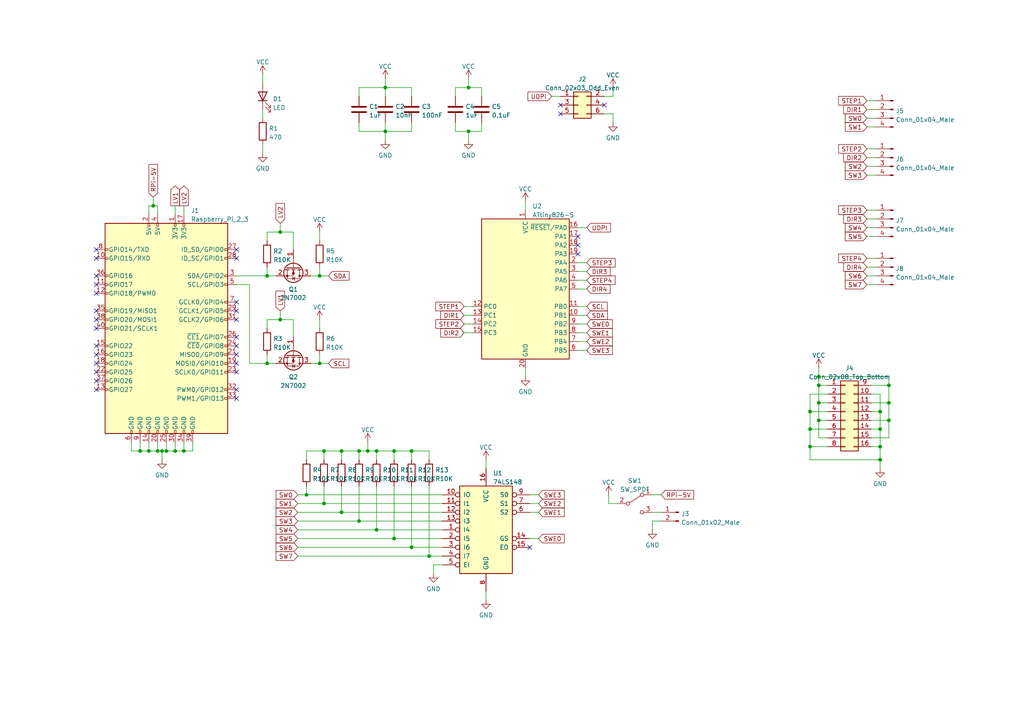
<source format=kicad_sch>
(kicad_sch (version 20211123) (generator eeschema)

  (uuid e5fb6d78-b074-4e39-952f-1a6a9900c81b)

  (paper "A4")

  (title_block
    (title "Stepper Motor Controller")
    (rev "1")
    (company "FibStack")
    (comment 2 "of the CERN-OHL-P V2 license (https:/cern.ch/cern-ohl).")
    (comment 3 "This file is provided AS IS, WITHOUT ANY EXPRESS OR IMPLIED WARRANTY under the temrs")
    (comment 4 "Copyright © 2021-2023, FibStack")
  )

  (lib_symbols
    (symbol "74xx:74LS148" (pin_names (offset 1.016)) (in_bom yes) (on_board yes)
      (property "Reference" "U" (id 0) (at -7.62 13.97 0)
        (effects (font (size 1.27 1.27)))
      )
      (property "Value" "74LS148" (id 1) (at -7.62 -13.97 0)
        (effects (font (size 1.27 1.27)))
      )
      (property "Footprint" "" (id 2) (at 0 0 0)
        (effects (font (size 1.27 1.27)) hide)
      )
      (property "Datasheet" "http://www.ti.com/lit/gpn/sn74LS148" (id 3) (at 0 0 0)
        (effects (font (size 1.27 1.27)) hide)
      )
      (property "ki_locked" "" (id 4) (at 0 0 0)
        (effects (font (size 1.27 1.27)))
      )
      (property "ki_keywords" "TTL ENCOD" (id 5) (at 0 0 0)
        (effects (font (size 1.27 1.27)) hide)
      )
      (property "ki_description" "Priority Encoder 3 to 8 cascadable" (id 6) (at 0 0 0)
        (effects (font (size 1.27 1.27)) hide)
      )
      (property "ki_fp_filters" "DIP?16*" (id 7) (at 0 0 0)
        (effects (font (size 1.27 1.27)) hide)
      )
      (symbol "74LS148_1_0"
        (pin input inverted (at -12.7 0 0) (length 5.08)
          (name "I4" (effects (font (size 1.27 1.27))))
          (number "1" (effects (font (size 1.27 1.27))))
        )
        (pin input inverted (at -12.7 10.16 0) (length 5.08)
          (name "IO" (effects (font (size 1.27 1.27))))
          (number "10" (effects (font (size 1.27 1.27))))
        )
        (pin input inverted (at -12.7 7.62 0) (length 5.08)
          (name "I1" (effects (font (size 1.27 1.27))))
          (number "11" (effects (font (size 1.27 1.27))))
        )
        (pin input inverted (at -12.7 5.08 0) (length 5.08)
          (name "I2" (effects (font (size 1.27 1.27))))
          (number "12" (effects (font (size 1.27 1.27))))
        )
        (pin input inverted (at -12.7 2.54 0) (length 5.08)
          (name "I3" (effects (font (size 1.27 1.27))))
          (number "13" (effects (font (size 1.27 1.27))))
        )
        (pin output inverted (at 12.7 -2.54 180) (length 5.08)
          (name "GS" (effects (font (size 1.27 1.27))))
          (number "14" (effects (font (size 1.27 1.27))))
        )
        (pin output inverted (at 12.7 -5.08 180) (length 5.08)
          (name "EO" (effects (font (size 1.27 1.27))))
          (number "15" (effects (font (size 1.27 1.27))))
        )
        (pin power_in line (at 0 17.78 270) (length 5.08)
          (name "VCC" (effects (font (size 1.27 1.27))))
          (number "16" (effects (font (size 1.27 1.27))))
        )
        (pin input inverted (at -12.7 -2.54 0) (length 5.08)
          (name "I5" (effects (font (size 1.27 1.27))))
          (number "2" (effects (font (size 1.27 1.27))))
        )
        (pin input inverted (at -12.7 -5.08 0) (length 5.08)
          (name "I6" (effects (font (size 1.27 1.27))))
          (number "3" (effects (font (size 1.27 1.27))))
        )
        (pin input inverted (at -12.7 -7.62 0) (length 5.08)
          (name "I7" (effects (font (size 1.27 1.27))))
          (number "4" (effects (font (size 1.27 1.27))))
        )
        (pin input inverted (at -12.7 -10.16 0) (length 5.08)
          (name "EI" (effects (font (size 1.27 1.27))))
          (number "5" (effects (font (size 1.27 1.27))))
        )
        (pin output inverted (at 12.7 5.08 180) (length 5.08)
          (name "S2" (effects (font (size 1.27 1.27))))
          (number "6" (effects (font (size 1.27 1.27))))
        )
        (pin output inverted (at 12.7 7.62 180) (length 5.08)
          (name "S1" (effects (font (size 1.27 1.27))))
          (number "7" (effects (font (size 1.27 1.27))))
        )
        (pin power_in line (at 0 -17.78 90) (length 5.08)
          (name "GND" (effects (font (size 1.27 1.27))))
          (number "8" (effects (font (size 1.27 1.27))))
        )
        (pin output inverted (at 12.7 10.16 180) (length 5.08)
          (name "S0" (effects (font (size 1.27 1.27))))
          (number "9" (effects (font (size 1.27 1.27))))
        )
      )
      (symbol "74LS148_1_1"
        (rectangle (start -7.62 12.7) (end 7.62 -12.7)
          (stroke (width 0.254) (type default) (color 0 0 0 0))
          (fill (type background))
        )
      )
    )
    (symbol "Connector:Conn_01x02_Male" (pin_names (offset 1.016) hide) (in_bom yes) (on_board yes)
      (property "Reference" "J" (id 0) (at 0 2.54 0)
        (effects (font (size 1.27 1.27)))
      )
      (property "Value" "Conn_01x02_Male" (id 1) (at 0 -5.08 0)
        (effects (font (size 1.27 1.27)))
      )
      (property "Footprint" "" (id 2) (at 0 0 0)
        (effects (font (size 1.27 1.27)) hide)
      )
      (property "Datasheet" "~" (id 3) (at 0 0 0)
        (effects (font (size 1.27 1.27)) hide)
      )
      (property "ki_keywords" "connector" (id 4) (at 0 0 0)
        (effects (font (size 1.27 1.27)) hide)
      )
      (property "ki_description" "Generic connector, single row, 01x02, script generated (kicad-library-utils/schlib/autogen/connector/)" (id 5) (at 0 0 0)
        (effects (font (size 1.27 1.27)) hide)
      )
      (property "ki_fp_filters" "Connector*:*_1x??_*" (id 6) (at 0 0 0)
        (effects (font (size 1.27 1.27)) hide)
      )
      (symbol "Conn_01x02_Male_1_1"
        (polyline
          (pts
            (xy 1.27 -2.54)
            (xy 0.8636 -2.54)
          )
          (stroke (width 0.1524) (type default) (color 0 0 0 0))
          (fill (type none))
        )
        (polyline
          (pts
            (xy 1.27 0)
            (xy 0.8636 0)
          )
          (stroke (width 0.1524) (type default) (color 0 0 0 0))
          (fill (type none))
        )
        (rectangle (start 0.8636 -2.413) (end 0 -2.667)
          (stroke (width 0.1524) (type default) (color 0 0 0 0))
          (fill (type outline))
        )
        (rectangle (start 0.8636 0.127) (end 0 -0.127)
          (stroke (width 0.1524) (type default) (color 0 0 0 0))
          (fill (type outline))
        )
        (pin passive line (at 5.08 0 180) (length 3.81)
          (name "Pin_1" (effects (font (size 1.27 1.27))))
          (number "1" (effects (font (size 1.27 1.27))))
        )
        (pin passive line (at 5.08 -2.54 180) (length 3.81)
          (name "Pin_2" (effects (font (size 1.27 1.27))))
          (number "2" (effects (font (size 1.27 1.27))))
        )
      )
    )
    (symbol "Connector:Conn_01x04_Male" (pin_names (offset 1.016) hide) (in_bom yes) (on_board yes)
      (property "Reference" "J" (id 0) (at 0 5.08 0)
        (effects (font (size 1.27 1.27)))
      )
      (property "Value" "Conn_01x04_Male" (id 1) (at 0 -7.62 0)
        (effects (font (size 1.27 1.27)))
      )
      (property "Footprint" "" (id 2) (at 0 0 0)
        (effects (font (size 1.27 1.27)) hide)
      )
      (property "Datasheet" "~" (id 3) (at 0 0 0)
        (effects (font (size 1.27 1.27)) hide)
      )
      (property "ki_keywords" "connector" (id 4) (at 0 0 0)
        (effects (font (size 1.27 1.27)) hide)
      )
      (property "ki_description" "Generic connector, single row, 01x04, script generated (kicad-library-utils/schlib/autogen/connector/)" (id 5) (at 0 0 0)
        (effects (font (size 1.27 1.27)) hide)
      )
      (property "ki_fp_filters" "Connector*:*_1x??_*" (id 6) (at 0 0 0)
        (effects (font (size 1.27 1.27)) hide)
      )
      (symbol "Conn_01x04_Male_1_1"
        (polyline
          (pts
            (xy 1.27 -5.08)
            (xy 0.8636 -5.08)
          )
          (stroke (width 0.1524) (type default) (color 0 0 0 0))
          (fill (type none))
        )
        (polyline
          (pts
            (xy 1.27 -2.54)
            (xy 0.8636 -2.54)
          )
          (stroke (width 0.1524) (type default) (color 0 0 0 0))
          (fill (type none))
        )
        (polyline
          (pts
            (xy 1.27 0)
            (xy 0.8636 0)
          )
          (stroke (width 0.1524) (type default) (color 0 0 0 0))
          (fill (type none))
        )
        (polyline
          (pts
            (xy 1.27 2.54)
            (xy 0.8636 2.54)
          )
          (stroke (width 0.1524) (type default) (color 0 0 0 0))
          (fill (type none))
        )
        (rectangle (start 0.8636 -4.953) (end 0 -5.207)
          (stroke (width 0.1524) (type default) (color 0 0 0 0))
          (fill (type outline))
        )
        (rectangle (start 0.8636 -2.413) (end 0 -2.667)
          (stroke (width 0.1524) (type default) (color 0 0 0 0))
          (fill (type outline))
        )
        (rectangle (start 0.8636 0.127) (end 0 -0.127)
          (stroke (width 0.1524) (type default) (color 0 0 0 0))
          (fill (type outline))
        )
        (rectangle (start 0.8636 2.667) (end 0 2.413)
          (stroke (width 0.1524) (type default) (color 0 0 0 0))
          (fill (type outline))
        )
        (pin passive line (at 5.08 2.54 180) (length 3.81)
          (name "Pin_1" (effects (font (size 1.27 1.27))))
          (number "1" (effects (font (size 1.27 1.27))))
        )
        (pin passive line (at 5.08 0 180) (length 3.81)
          (name "Pin_2" (effects (font (size 1.27 1.27))))
          (number "2" (effects (font (size 1.27 1.27))))
        )
        (pin passive line (at 5.08 -2.54 180) (length 3.81)
          (name "Pin_3" (effects (font (size 1.27 1.27))))
          (number "3" (effects (font (size 1.27 1.27))))
        )
        (pin passive line (at 5.08 -5.08 180) (length 3.81)
          (name "Pin_4" (effects (font (size 1.27 1.27))))
          (number "4" (effects (font (size 1.27 1.27))))
        )
      )
    )
    (symbol "Connector:Raspberry_Pi_2_3" (pin_names (offset 1.016)) (in_bom yes) (on_board yes)
      (property "Reference" "J" (id 0) (at -17.78 31.75 0)
        (effects (font (size 1.27 1.27)) (justify left bottom))
      )
      (property "Value" "Raspberry_Pi_2_3" (id 1) (at 10.16 -31.75 0)
        (effects (font (size 1.27 1.27)) (justify left top))
      )
      (property "Footprint" "" (id 2) (at 0 0 0)
        (effects (font (size 1.27 1.27)) hide)
      )
      (property "Datasheet" "https://www.raspberrypi.org/documentation/hardware/raspberrypi/schematics/rpi_SCH_3bplus_1p0_reduced.pdf" (id 3) (at 0 0 0)
        (effects (font (size 1.27 1.27)) hide)
      )
      (property "ki_keywords" "raspberrypi gpio" (id 4) (at 0 0 0)
        (effects (font (size 1.27 1.27)) hide)
      )
      (property "ki_description" "expansion header for Raspberry Pi 2 & 3" (id 5) (at 0 0 0)
        (effects (font (size 1.27 1.27)) hide)
      )
      (property "ki_fp_filters" "PinHeader*2x20*P2.54mm*Vertical* PinSocket*2x20*P2.54mm*Vertical*" (id 6) (at 0 0 0)
        (effects (font (size 1.27 1.27)) hide)
      )
      (symbol "Raspberry_Pi_2_3_0_1"
        (rectangle (start -17.78 30.48) (end 17.78 -30.48)
          (stroke (width 0.254) (type default) (color 0 0 0 0))
          (fill (type background))
        )
      )
      (symbol "Raspberry_Pi_2_3_1_1"
        (rectangle (start -16.891 -17.526) (end -17.78 -18.034)
          (stroke (width 0) (type default) (color 0 0 0 0))
          (fill (type none))
        )
        (rectangle (start -16.891 -14.986) (end -17.78 -15.494)
          (stroke (width 0) (type default) (color 0 0 0 0))
          (fill (type none))
        )
        (rectangle (start -16.891 -12.446) (end -17.78 -12.954)
          (stroke (width 0) (type default) (color 0 0 0 0))
          (fill (type none))
        )
        (rectangle (start -16.891 -9.906) (end -17.78 -10.414)
          (stroke (width 0) (type default) (color 0 0 0 0))
          (fill (type none))
        )
        (rectangle (start -16.891 -7.366) (end -17.78 -7.874)
          (stroke (width 0) (type default) (color 0 0 0 0))
          (fill (type none))
        )
        (rectangle (start -16.891 -4.826) (end -17.78 -5.334)
          (stroke (width 0) (type default) (color 0 0 0 0))
          (fill (type none))
        )
        (rectangle (start -16.891 0.254) (end -17.78 -0.254)
          (stroke (width 0) (type default) (color 0 0 0 0))
          (fill (type none))
        )
        (rectangle (start -16.891 2.794) (end -17.78 2.286)
          (stroke (width 0) (type default) (color 0 0 0 0))
          (fill (type none))
        )
        (rectangle (start -16.891 5.334) (end -17.78 4.826)
          (stroke (width 0) (type default) (color 0 0 0 0))
          (fill (type none))
        )
        (rectangle (start -16.891 10.414) (end -17.78 9.906)
          (stroke (width 0) (type default) (color 0 0 0 0))
          (fill (type none))
        )
        (rectangle (start -16.891 12.954) (end -17.78 12.446)
          (stroke (width 0) (type default) (color 0 0 0 0))
          (fill (type none))
        )
        (rectangle (start -16.891 15.494) (end -17.78 14.986)
          (stroke (width 0) (type default) (color 0 0 0 0))
          (fill (type none))
        )
        (rectangle (start -16.891 20.574) (end -17.78 20.066)
          (stroke (width 0) (type default) (color 0 0 0 0))
          (fill (type none))
        )
        (rectangle (start -16.891 23.114) (end -17.78 22.606)
          (stroke (width 0) (type default) (color 0 0 0 0))
          (fill (type none))
        )
        (rectangle (start -10.414 -29.591) (end -9.906 -30.48)
          (stroke (width 0) (type default) (color 0 0 0 0))
          (fill (type none))
        )
        (rectangle (start -7.874 -29.591) (end -7.366 -30.48)
          (stroke (width 0) (type default) (color 0 0 0 0))
          (fill (type none))
        )
        (rectangle (start -5.334 -29.591) (end -4.826 -30.48)
          (stroke (width 0) (type default) (color 0 0 0 0))
          (fill (type none))
        )
        (rectangle (start -5.334 30.48) (end -4.826 29.591)
          (stroke (width 0) (type default) (color 0 0 0 0))
          (fill (type none))
        )
        (rectangle (start -2.794 -29.591) (end -2.286 -30.48)
          (stroke (width 0) (type default) (color 0 0 0 0))
          (fill (type none))
        )
        (rectangle (start -2.794 30.48) (end -2.286 29.591)
          (stroke (width 0) (type default) (color 0 0 0 0))
          (fill (type none))
        )
        (rectangle (start -0.254 -29.591) (end 0.254 -30.48)
          (stroke (width 0) (type default) (color 0 0 0 0))
          (fill (type none))
        )
        (rectangle (start 2.286 -29.591) (end 2.794 -30.48)
          (stroke (width 0) (type default) (color 0 0 0 0))
          (fill (type none))
        )
        (rectangle (start 2.286 30.48) (end 2.794 29.591)
          (stroke (width 0) (type default) (color 0 0 0 0))
          (fill (type none))
        )
        (rectangle (start 4.826 -29.591) (end 5.334 -30.48)
          (stroke (width 0) (type default) (color 0 0 0 0))
          (fill (type none))
        )
        (rectangle (start 4.826 30.48) (end 5.334 29.591)
          (stroke (width 0) (type default) (color 0 0 0 0))
          (fill (type none))
        )
        (rectangle (start 7.366 -29.591) (end 7.874 -30.48)
          (stroke (width 0) (type default) (color 0 0 0 0))
          (fill (type none))
        )
        (rectangle (start 17.78 -20.066) (end 16.891 -20.574)
          (stroke (width 0) (type default) (color 0 0 0 0))
          (fill (type none))
        )
        (rectangle (start 17.78 -17.526) (end 16.891 -18.034)
          (stroke (width 0) (type default) (color 0 0 0 0))
          (fill (type none))
        )
        (rectangle (start 17.78 -12.446) (end 16.891 -12.954)
          (stroke (width 0) (type default) (color 0 0 0 0))
          (fill (type none))
        )
        (rectangle (start 17.78 -9.906) (end 16.891 -10.414)
          (stroke (width 0) (type default) (color 0 0 0 0))
          (fill (type none))
        )
        (rectangle (start 17.78 -7.366) (end 16.891 -7.874)
          (stroke (width 0) (type default) (color 0 0 0 0))
          (fill (type none))
        )
        (rectangle (start 17.78 -4.826) (end 16.891 -5.334)
          (stroke (width 0) (type default) (color 0 0 0 0))
          (fill (type none))
        )
        (rectangle (start 17.78 -2.286) (end 16.891 -2.794)
          (stroke (width 0) (type default) (color 0 0 0 0))
          (fill (type none))
        )
        (rectangle (start 17.78 2.794) (end 16.891 2.286)
          (stroke (width 0) (type default) (color 0 0 0 0))
          (fill (type none))
        )
        (rectangle (start 17.78 5.334) (end 16.891 4.826)
          (stroke (width 0) (type default) (color 0 0 0 0))
          (fill (type none))
        )
        (rectangle (start 17.78 7.874) (end 16.891 7.366)
          (stroke (width 0) (type default) (color 0 0 0 0))
          (fill (type none))
        )
        (rectangle (start 17.78 12.954) (end 16.891 12.446)
          (stroke (width 0) (type default) (color 0 0 0 0))
          (fill (type none))
        )
        (rectangle (start 17.78 15.494) (end 16.891 14.986)
          (stroke (width 0) (type default) (color 0 0 0 0))
          (fill (type none))
        )
        (rectangle (start 17.78 20.574) (end 16.891 20.066)
          (stroke (width 0) (type default) (color 0 0 0 0))
          (fill (type none))
        )
        (rectangle (start 17.78 23.114) (end 16.891 22.606)
          (stroke (width 0) (type default) (color 0 0 0 0))
          (fill (type none))
        )
        (pin power_in line (at 2.54 33.02 270) (length 2.54)
          (name "3V3" (effects (font (size 1.27 1.27))))
          (number "1" (effects (font (size 1.27 1.27))))
        )
        (pin bidirectional line (at -20.32 20.32 0) (length 2.54)
          (name "GPIO15/RXD" (effects (font (size 1.27 1.27))))
          (number "10" (effects (font (size 1.27 1.27))))
        )
        (pin bidirectional line (at -20.32 12.7 0) (length 2.54)
          (name "GPIO17" (effects (font (size 1.27 1.27))))
          (number "11" (effects (font (size 1.27 1.27))))
        )
        (pin bidirectional line (at -20.32 10.16 0) (length 2.54)
          (name "GPIO18/PWM0" (effects (font (size 1.27 1.27))))
          (number "12" (effects (font (size 1.27 1.27))))
        )
        (pin bidirectional line (at -20.32 -17.78 0) (length 2.54)
          (name "GPIO27" (effects (font (size 1.27 1.27))))
          (number "13" (effects (font (size 1.27 1.27))))
        )
        (pin power_in line (at -5.08 -33.02 90) (length 2.54)
          (name "GND" (effects (font (size 1.27 1.27))))
          (number "14" (effects (font (size 1.27 1.27))))
        )
        (pin bidirectional line (at -20.32 -5.08 0) (length 2.54)
          (name "GPIO22" (effects (font (size 1.27 1.27))))
          (number "15" (effects (font (size 1.27 1.27))))
        )
        (pin bidirectional line (at -20.32 -7.62 0) (length 2.54)
          (name "GPIO23" (effects (font (size 1.27 1.27))))
          (number "16" (effects (font (size 1.27 1.27))))
        )
        (pin power_in line (at 5.08 33.02 270) (length 2.54)
          (name "3V3" (effects (font (size 1.27 1.27))))
          (number "17" (effects (font (size 1.27 1.27))))
        )
        (pin bidirectional line (at -20.32 -10.16 0) (length 2.54)
          (name "GPIO24" (effects (font (size 1.27 1.27))))
          (number "18" (effects (font (size 1.27 1.27))))
        )
        (pin bidirectional line (at 20.32 -10.16 180) (length 2.54)
          (name "MOSI0/GPIO10" (effects (font (size 1.27 1.27))))
          (number "19" (effects (font (size 1.27 1.27))))
        )
        (pin power_in line (at -5.08 33.02 270) (length 2.54)
          (name "5V" (effects (font (size 1.27 1.27))))
          (number "2" (effects (font (size 1.27 1.27))))
        )
        (pin power_in line (at -2.54 -33.02 90) (length 2.54)
          (name "GND" (effects (font (size 1.27 1.27))))
          (number "20" (effects (font (size 1.27 1.27))))
        )
        (pin bidirectional line (at 20.32 -7.62 180) (length 2.54)
          (name "MISO0/GPIO9" (effects (font (size 1.27 1.27))))
          (number "21" (effects (font (size 1.27 1.27))))
        )
        (pin bidirectional line (at -20.32 -12.7 0) (length 2.54)
          (name "GPIO25" (effects (font (size 1.27 1.27))))
          (number "22" (effects (font (size 1.27 1.27))))
        )
        (pin bidirectional line (at 20.32 -12.7 180) (length 2.54)
          (name "SCLK0/GPIO11" (effects (font (size 1.27 1.27))))
          (number "23" (effects (font (size 1.27 1.27))))
        )
        (pin bidirectional line (at 20.32 -5.08 180) (length 2.54)
          (name "~{CE0}/GPIO8" (effects (font (size 1.27 1.27))))
          (number "24" (effects (font (size 1.27 1.27))))
        )
        (pin power_in line (at 0 -33.02 90) (length 2.54)
          (name "GND" (effects (font (size 1.27 1.27))))
          (number "25" (effects (font (size 1.27 1.27))))
        )
        (pin bidirectional line (at 20.32 -2.54 180) (length 2.54)
          (name "~{CE1}/GPIO7" (effects (font (size 1.27 1.27))))
          (number "26" (effects (font (size 1.27 1.27))))
        )
        (pin bidirectional line (at 20.32 22.86 180) (length 2.54)
          (name "ID_SD/GPIO0" (effects (font (size 1.27 1.27))))
          (number "27" (effects (font (size 1.27 1.27))))
        )
        (pin bidirectional line (at 20.32 20.32 180) (length 2.54)
          (name "ID_SC/GPIO1" (effects (font (size 1.27 1.27))))
          (number "28" (effects (font (size 1.27 1.27))))
        )
        (pin bidirectional line (at 20.32 5.08 180) (length 2.54)
          (name "GCLK1/GPIO5" (effects (font (size 1.27 1.27))))
          (number "29" (effects (font (size 1.27 1.27))))
        )
        (pin bidirectional line (at 20.32 15.24 180) (length 2.54)
          (name "SDA/GPIO2" (effects (font (size 1.27 1.27))))
          (number "3" (effects (font (size 1.27 1.27))))
        )
        (pin power_in line (at 2.54 -33.02 90) (length 2.54)
          (name "GND" (effects (font (size 1.27 1.27))))
          (number "30" (effects (font (size 1.27 1.27))))
        )
        (pin bidirectional line (at 20.32 2.54 180) (length 2.54)
          (name "GCLK2/GPIO6" (effects (font (size 1.27 1.27))))
          (number "31" (effects (font (size 1.27 1.27))))
        )
        (pin bidirectional line (at 20.32 -17.78 180) (length 2.54)
          (name "PWM0/GPIO12" (effects (font (size 1.27 1.27))))
          (number "32" (effects (font (size 1.27 1.27))))
        )
        (pin bidirectional line (at 20.32 -20.32 180) (length 2.54)
          (name "PWM1/GPIO13" (effects (font (size 1.27 1.27))))
          (number "33" (effects (font (size 1.27 1.27))))
        )
        (pin power_in line (at 5.08 -33.02 90) (length 2.54)
          (name "GND" (effects (font (size 1.27 1.27))))
          (number "34" (effects (font (size 1.27 1.27))))
        )
        (pin bidirectional line (at -20.32 5.08 0) (length 2.54)
          (name "GPIO19/MISO1" (effects (font (size 1.27 1.27))))
          (number "35" (effects (font (size 1.27 1.27))))
        )
        (pin bidirectional line (at -20.32 15.24 0) (length 2.54)
          (name "GPIO16" (effects (font (size 1.27 1.27))))
          (number "36" (effects (font (size 1.27 1.27))))
        )
        (pin bidirectional line (at -20.32 -15.24 0) (length 2.54)
          (name "GPIO26" (effects (font (size 1.27 1.27))))
          (number "37" (effects (font (size 1.27 1.27))))
        )
        (pin bidirectional line (at -20.32 2.54 0) (length 2.54)
          (name "GPIO20/MOSI1" (effects (font (size 1.27 1.27))))
          (number "38" (effects (font (size 1.27 1.27))))
        )
        (pin power_in line (at 7.62 -33.02 90) (length 2.54)
          (name "GND" (effects (font (size 1.27 1.27))))
          (number "39" (effects (font (size 1.27 1.27))))
        )
        (pin power_in line (at -2.54 33.02 270) (length 2.54)
          (name "5V" (effects (font (size 1.27 1.27))))
          (number "4" (effects (font (size 1.27 1.27))))
        )
        (pin bidirectional line (at -20.32 0 0) (length 2.54)
          (name "GPIO21/SCLK1" (effects (font (size 1.27 1.27))))
          (number "40" (effects (font (size 1.27 1.27))))
        )
        (pin bidirectional line (at 20.32 12.7 180) (length 2.54)
          (name "SCL/GPIO3" (effects (font (size 1.27 1.27))))
          (number "5" (effects (font (size 1.27 1.27))))
        )
        (pin power_in line (at -10.16 -33.02 90) (length 2.54)
          (name "GND" (effects (font (size 1.27 1.27))))
          (number "6" (effects (font (size 1.27 1.27))))
        )
        (pin bidirectional line (at 20.32 7.62 180) (length 2.54)
          (name "GCLK0/GPIO4" (effects (font (size 1.27 1.27))))
          (number "7" (effects (font (size 1.27 1.27))))
        )
        (pin bidirectional line (at -20.32 22.86 0) (length 2.54)
          (name "GPIO14/TXD" (effects (font (size 1.27 1.27))))
          (number "8" (effects (font (size 1.27 1.27))))
        )
        (pin power_in line (at -7.62 -33.02 90) (length 2.54)
          (name "GND" (effects (font (size 1.27 1.27))))
          (number "9" (effects (font (size 1.27 1.27))))
        )
      )
    )
    (symbol "Connector_Generic:Conn_02x03_Odd_Even" (pin_names (offset 1.016) hide) (in_bom yes) (on_board yes)
      (property "Reference" "J" (id 0) (at 1.27 5.08 0)
        (effects (font (size 1.27 1.27)))
      )
      (property "Value" "Conn_02x03_Odd_Even" (id 1) (at 1.27 -5.08 0)
        (effects (font (size 1.27 1.27)))
      )
      (property "Footprint" "" (id 2) (at 0 0 0)
        (effects (font (size 1.27 1.27)) hide)
      )
      (property "Datasheet" "~" (id 3) (at 0 0 0)
        (effects (font (size 1.27 1.27)) hide)
      )
      (property "ki_keywords" "connector" (id 4) (at 0 0 0)
        (effects (font (size 1.27 1.27)) hide)
      )
      (property "ki_description" "Generic connector, double row, 02x03, odd/even pin numbering scheme (row 1 odd numbers, row 2 even numbers), script generated (kicad-library-utils/schlib/autogen/connector/)" (id 5) (at 0 0 0)
        (effects (font (size 1.27 1.27)) hide)
      )
      (property "ki_fp_filters" "Connector*:*_2x??_*" (id 6) (at 0 0 0)
        (effects (font (size 1.27 1.27)) hide)
      )
      (symbol "Conn_02x03_Odd_Even_1_1"
        (rectangle (start -1.27 -2.413) (end 0 -2.667)
          (stroke (width 0.1524) (type default) (color 0 0 0 0))
          (fill (type none))
        )
        (rectangle (start -1.27 0.127) (end 0 -0.127)
          (stroke (width 0.1524) (type default) (color 0 0 0 0))
          (fill (type none))
        )
        (rectangle (start -1.27 2.667) (end 0 2.413)
          (stroke (width 0.1524) (type default) (color 0 0 0 0))
          (fill (type none))
        )
        (rectangle (start -1.27 3.81) (end 3.81 -3.81)
          (stroke (width 0.254) (type default) (color 0 0 0 0))
          (fill (type background))
        )
        (rectangle (start 3.81 -2.413) (end 2.54 -2.667)
          (stroke (width 0.1524) (type default) (color 0 0 0 0))
          (fill (type none))
        )
        (rectangle (start 3.81 0.127) (end 2.54 -0.127)
          (stroke (width 0.1524) (type default) (color 0 0 0 0))
          (fill (type none))
        )
        (rectangle (start 3.81 2.667) (end 2.54 2.413)
          (stroke (width 0.1524) (type default) (color 0 0 0 0))
          (fill (type none))
        )
        (pin passive line (at -5.08 2.54 0) (length 3.81)
          (name "Pin_1" (effects (font (size 1.27 1.27))))
          (number "1" (effects (font (size 1.27 1.27))))
        )
        (pin passive line (at 7.62 2.54 180) (length 3.81)
          (name "Pin_2" (effects (font (size 1.27 1.27))))
          (number "2" (effects (font (size 1.27 1.27))))
        )
        (pin passive line (at -5.08 0 0) (length 3.81)
          (name "Pin_3" (effects (font (size 1.27 1.27))))
          (number "3" (effects (font (size 1.27 1.27))))
        )
        (pin passive line (at 7.62 0 180) (length 3.81)
          (name "Pin_4" (effects (font (size 1.27 1.27))))
          (number "4" (effects (font (size 1.27 1.27))))
        )
        (pin passive line (at -5.08 -2.54 0) (length 3.81)
          (name "Pin_5" (effects (font (size 1.27 1.27))))
          (number "5" (effects (font (size 1.27 1.27))))
        )
        (pin passive line (at 7.62 -2.54 180) (length 3.81)
          (name "Pin_6" (effects (font (size 1.27 1.27))))
          (number "6" (effects (font (size 1.27 1.27))))
        )
      )
    )
    (symbol "Connector_Generic:Conn_02x08_Top_Bottom" (pin_names (offset 1.016) hide) (in_bom yes) (on_board yes)
      (property "Reference" "J" (id 0) (at 1.27 10.16 0)
        (effects (font (size 1.27 1.27)))
      )
      (property "Value" "Conn_02x08_Top_Bottom" (id 1) (at 1.27 -12.7 0)
        (effects (font (size 1.27 1.27)))
      )
      (property "Footprint" "" (id 2) (at 0 0 0)
        (effects (font (size 1.27 1.27)) hide)
      )
      (property "Datasheet" "~" (id 3) (at 0 0 0)
        (effects (font (size 1.27 1.27)) hide)
      )
      (property "ki_keywords" "connector" (id 4) (at 0 0 0)
        (effects (font (size 1.27 1.27)) hide)
      )
      (property "ki_description" "Generic connector, double row, 02x08, top/bottom pin numbering scheme (row 1: 1...pins_per_row, row2: pins_per_row+1 ... num_pins), script generated (kicad-library-utils/schlib/autogen/connector/)" (id 5) (at 0 0 0)
        (effects (font (size 1.27 1.27)) hide)
      )
      (property "ki_fp_filters" "Connector*:*_2x??_*" (id 6) (at 0 0 0)
        (effects (font (size 1.27 1.27)) hide)
      )
      (symbol "Conn_02x08_Top_Bottom_1_1"
        (rectangle (start -1.27 -10.033) (end 0 -10.287)
          (stroke (width 0.1524) (type default) (color 0 0 0 0))
          (fill (type none))
        )
        (rectangle (start -1.27 -7.493) (end 0 -7.747)
          (stroke (width 0.1524) (type default) (color 0 0 0 0))
          (fill (type none))
        )
        (rectangle (start -1.27 -4.953) (end 0 -5.207)
          (stroke (width 0.1524) (type default) (color 0 0 0 0))
          (fill (type none))
        )
        (rectangle (start -1.27 -2.413) (end 0 -2.667)
          (stroke (width 0.1524) (type default) (color 0 0 0 0))
          (fill (type none))
        )
        (rectangle (start -1.27 0.127) (end 0 -0.127)
          (stroke (width 0.1524) (type default) (color 0 0 0 0))
          (fill (type none))
        )
        (rectangle (start -1.27 2.667) (end 0 2.413)
          (stroke (width 0.1524) (type default) (color 0 0 0 0))
          (fill (type none))
        )
        (rectangle (start -1.27 5.207) (end 0 4.953)
          (stroke (width 0.1524) (type default) (color 0 0 0 0))
          (fill (type none))
        )
        (rectangle (start -1.27 7.747) (end 0 7.493)
          (stroke (width 0.1524) (type default) (color 0 0 0 0))
          (fill (type none))
        )
        (rectangle (start -1.27 8.89) (end 3.81 -11.43)
          (stroke (width 0.254) (type default) (color 0 0 0 0))
          (fill (type background))
        )
        (rectangle (start 3.81 -10.033) (end 2.54 -10.287)
          (stroke (width 0.1524) (type default) (color 0 0 0 0))
          (fill (type none))
        )
        (rectangle (start 3.81 -7.493) (end 2.54 -7.747)
          (stroke (width 0.1524) (type default) (color 0 0 0 0))
          (fill (type none))
        )
        (rectangle (start 3.81 -4.953) (end 2.54 -5.207)
          (stroke (width 0.1524) (type default) (color 0 0 0 0))
          (fill (type none))
        )
        (rectangle (start 3.81 -2.413) (end 2.54 -2.667)
          (stroke (width 0.1524) (type default) (color 0 0 0 0))
          (fill (type none))
        )
        (rectangle (start 3.81 0.127) (end 2.54 -0.127)
          (stroke (width 0.1524) (type default) (color 0 0 0 0))
          (fill (type none))
        )
        (rectangle (start 3.81 2.667) (end 2.54 2.413)
          (stroke (width 0.1524) (type default) (color 0 0 0 0))
          (fill (type none))
        )
        (rectangle (start 3.81 5.207) (end 2.54 4.953)
          (stroke (width 0.1524) (type default) (color 0 0 0 0))
          (fill (type none))
        )
        (rectangle (start 3.81 7.747) (end 2.54 7.493)
          (stroke (width 0.1524) (type default) (color 0 0 0 0))
          (fill (type none))
        )
        (pin passive line (at -5.08 7.62 0) (length 3.81)
          (name "Pin_1" (effects (font (size 1.27 1.27))))
          (number "1" (effects (font (size 1.27 1.27))))
        )
        (pin passive line (at 7.62 5.08 180) (length 3.81)
          (name "Pin_10" (effects (font (size 1.27 1.27))))
          (number "10" (effects (font (size 1.27 1.27))))
        )
        (pin passive line (at 7.62 2.54 180) (length 3.81)
          (name "Pin_11" (effects (font (size 1.27 1.27))))
          (number "11" (effects (font (size 1.27 1.27))))
        )
        (pin passive line (at 7.62 0 180) (length 3.81)
          (name "Pin_12" (effects (font (size 1.27 1.27))))
          (number "12" (effects (font (size 1.27 1.27))))
        )
        (pin passive line (at 7.62 -2.54 180) (length 3.81)
          (name "Pin_13" (effects (font (size 1.27 1.27))))
          (number "13" (effects (font (size 1.27 1.27))))
        )
        (pin passive line (at 7.62 -5.08 180) (length 3.81)
          (name "Pin_14" (effects (font (size 1.27 1.27))))
          (number "14" (effects (font (size 1.27 1.27))))
        )
        (pin passive line (at 7.62 -7.62 180) (length 3.81)
          (name "Pin_15" (effects (font (size 1.27 1.27))))
          (number "15" (effects (font (size 1.27 1.27))))
        )
        (pin passive line (at 7.62 -10.16 180) (length 3.81)
          (name "Pin_16" (effects (font (size 1.27 1.27))))
          (number "16" (effects (font (size 1.27 1.27))))
        )
        (pin passive line (at -5.08 5.08 0) (length 3.81)
          (name "Pin_2" (effects (font (size 1.27 1.27))))
          (number "2" (effects (font (size 1.27 1.27))))
        )
        (pin passive line (at -5.08 2.54 0) (length 3.81)
          (name "Pin_3" (effects (font (size 1.27 1.27))))
          (number "3" (effects (font (size 1.27 1.27))))
        )
        (pin passive line (at -5.08 0 0) (length 3.81)
          (name "Pin_4" (effects (font (size 1.27 1.27))))
          (number "4" (effects (font (size 1.27 1.27))))
        )
        (pin passive line (at -5.08 -2.54 0) (length 3.81)
          (name "Pin_5" (effects (font (size 1.27 1.27))))
          (number "5" (effects (font (size 1.27 1.27))))
        )
        (pin passive line (at -5.08 -5.08 0) (length 3.81)
          (name "Pin_6" (effects (font (size 1.27 1.27))))
          (number "6" (effects (font (size 1.27 1.27))))
        )
        (pin passive line (at -5.08 -7.62 0) (length 3.81)
          (name "Pin_7" (effects (font (size 1.27 1.27))))
          (number "7" (effects (font (size 1.27 1.27))))
        )
        (pin passive line (at -5.08 -10.16 0) (length 3.81)
          (name "Pin_8" (effects (font (size 1.27 1.27))))
          (number "8" (effects (font (size 1.27 1.27))))
        )
        (pin passive line (at 7.62 7.62 180) (length 3.81)
          (name "Pin_9" (effects (font (size 1.27 1.27))))
          (number "9" (effects (font (size 1.27 1.27))))
        )
      )
    )
    (symbol "Device:C" (pin_numbers hide) (pin_names (offset 0.254)) (in_bom yes) (on_board yes)
      (property "Reference" "C" (id 0) (at 0.635 2.54 0)
        (effects (font (size 1.27 1.27)) (justify left))
      )
      (property "Value" "C" (id 1) (at 0.635 -2.54 0)
        (effects (font (size 1.27 1.27)) (justify left))
      )
      (property "Footprint" "" (id 2) (at 0.9652 -3.81 0)
        (effects (font (size 1.27 1.27)) hide)
      )
      (property "Datasheet" "~" (id 3) (at 0 0 0)
        (effects (font (size 1.27 1.27)) hide)
      )
      (property "ki_keywords" "cap capacitor" (id 4) (at 0 0 0)
        (effects (font (size 1.27 1.27)) hide)
      )
      (property "ki_description" "Unpolarized capacitor" (id 5) (at 0 0 0)
        (effects (font (size 1.27 1.27)) hide)
      )
      (property "ki_fp_filters" "C_*" (id 6) (at 0 0 0)
        (effects (font (size 1.27 1.27)) hide)
      )
      (symbol "C_0_1"
        (polyline
          (pts
            (xy -2.032 -0.762)
            (xy 2.032 -0.762)
          )
          (stroke (width 0.508) (type default) (color 0 0 0 0))
          (fill (type none))
        )
        (polyline
          (pts
            (xy -2.032 0.762)
            (xy 2.032 0.762)
          )
          (stroke (width 0.508) (type default) (color 0 0 0 0))
          (fill (type none))
        )
      )
      (symbol "C_1_1"
        (pin passive line (at 0 3.81 270) (length 2.794)
          (name "~" (effects (font (size 1.27 1.27))))
          (number "1" (effects (font (size 1.27 1.27))))
        )
        (pin passive line (at 0 -3.81 90) (length 2.794)
          (name "~" (effects (font (size 1.27 1.27))))
          (number "2" (effects (font (size 1.27 1.27))))
        )
      )
    )
    (symbol "Device:LED" (pin_numbers hide) (pin_names (offset 1.016) hide) (in_bom yes) (on_board yes)
      (property "Reference" "D" (id 0) (at 0 2.54 0)
        (effects (font (size 1.27 1.27)))
      )
      (property "Value" "LED" (id 1) (at 0 -2.54 0)
        (effects (font (size 1.27 1.27)))
      )
      (property "Footprint" "" (id 2) (at 0 0 0)
        (effects (font (size 1.27 1.27)) hide)
      )
      (property "Datasheet" "~" (id 3) (at 0 0 0)
        (effects (font (size 1.27 1.27)) hide)
      )
      (property "ki_keywords" "LED diode" (id 4) (at 0 0 0)
        (effects (font (size 1.27 1.27)) hide)
      )
      (property "ki_description" "Light emitting diode" (id 5) (at 0 0 0)
        (effects (font (size 1.27 1.27)) hide)
      )
      (property "ki_fp_filters" "LED* LED_SMD:* LED_THT:*" (id 6) (at 0 0 0)
        (effects (font (size 1.27 1.27)) hide)
      )
      (symbol "LED_0_1"
        (polyline
          (pts
            (xy -1.27 -1.27)
            (xy -1.27 1.27)
          )
          (stroke (width 0.254) (type default) (color 0 0 0 0))
          (fill (type none))
        )
        (polyline
          (pts
            (xy -1.27 0)
            (xy 1.27 0)
          )
          (stroke (width 0) (type default) (color 0 0 0 0))
          (fill (type none))
        )
        (polyline
          (pts
            (xy 1.27 -1.27)
            (xy 1.27 1.27)
            (xy -1.27 0)
            (xy 1.27 -1.27)
          )
          (stroke (width 0.254) (type default) (color 0 0 0 0))
          (fill (type none))
        )
        (polyline
          (pts
            (xy -3.048 -0.762)
            (xy -4.572 -2.286)
            (xy -3.81 -2.286)
            (xy -4.572 -2.286)
            (xy -4.572 -1.524)
          )
          (stroke (width 0) (type default) (color 0 0 0 0))
          (fill (type none))
        )
        (polyline
          (pts
            (xy -1.778 -0.762)
            (xy -3.302 -2.286)
            (xy -2.54 -2.286)
            (xy -3.302 -2.286)
            (xy -3.302 -1.524)
          )
          (stroke (width 0) (type default) (color 0 0 0 0))
          (fill (type none))
        )
      )
      (symbol "LED_1_1"
        (pin passive line (at -3.81 0 0) (length 2.54)
          (name "K" (effects (font (size 1.27 1.27))))
          (number "1" (effects (font (size 1.27 1.27))))
        )
        (pin passive line (at 3.81 0 180) (length 2.54)
          (name "A" (effects (font (size 1.27 1.27))))
          (number "2" (effects (font (size 1.27 1.27))))
        )
      )
    )
    (symbol "Device:R" (pin_numbers hide) (pin_names (offset 0)) (in_bom yes) (on_board yes)
      (property "Reference" "R" (id 0) (at 2.032 0 90)
        (effects (font (size 1.27 1.27)))
      )
      (property "Value" "R" (id 1) (at 0 0 90)
        (effects (font (size 1.27 1.27)))
      )
      (property "Footprint" "" (id 2) (at -1.778 0 90)
        (effects (font (size 1.27 1.27)) hide)
      )
      (property "Datasheet" "~" (id 3) (at 0 0 0)
        (effects (font (size 1.27 1.27)) hide)
      )
      (property "ki_keywords" "R res resistor" (id 4) (at 0 0 0)
        (effects (font (size 1.27 1.27)) hide)
      )
      (property "ki_description" "Resistor" (id 5) (at 0 0 0)
        (effects (font (size 1.27 1.27)) hide)
      )
      (property "ki_fp_filters" "R_*" (id 6) (at 0 0 0)
        (effects (font (size 1.27 1.27)) hide)
      )
      (symbol "R_0_1"
        (rectangle (start -1.016 -2.54) (end 1.016 2.54)
          (stroke (width 0.254) (type default) (color 0 0 0 0))
          (fill (type none))
        )
      )
      (symbol "R_1_1"
        (pin passive line (at 0 3.81 270) (length 1.27)
          (name "~" (effects (font (size 1.27 1.27))))
          (number "1" (effects (font (size 1.27 1.27))))
        )
        (pin passive line (at 0 -3.81 90) (length 1.27)
          (name "~" (effects (font (size 1.27 1.27))))
          (number "2" (effects (font (size 1.27 1.27))))
        )
      )
    )
    (symbol "MCU_Microchip_ATtiny:ATtiny826-S" (in_bom yes) (on_board yes)
      (property "Reference" "U" (id 0) (at -12.7 21.59 0)
        (effects (font (size 1.27 1.27)) (justify left bottom))
      )
      (property "Value" "ATtiny826-S" (id 1) (at 2.54 -21.59 0)
        (effects (font (size 1.27 1.27)) (justify left top))
      )
      (property "Footprint" "Package_SO:SOIC-20W_7.5x12.8mm_P1.27mm" (id 2) (at 0 0 0)
        (effects (font (size 1.27 1.27) italic) hide)
      )
      (property "Datasheet" "https://ww1.microchip.com/downloads/en/DeviceDoc/ATtiny424-426-427-824-826-827-DataSheet-DS40002311A.pdf" (id 3) (at 0 0 0)
        (effects (font (size 1.27 1.27)) hide)
      )
      (property "ki_keywords" "AVR 8bit Microcontroller tinyAVR" (id 4) (at 0 0 0)
        (effects (font (size 1.27 1.27)) hide)
      )
      (property "ki_description" "20MHz, 8kB Flash, 1kB SRAM, 128B EEPROM, SOIC-20" (id 5) (at 0 0 0)
        (effects (font (size 1.27 1.27)) hide)
      )
      (property "ki_fp_filters" "SOIC*7.5x12.8mm*P1.27mm*" (id 6) (at 0 0 0)
        (effects (font (size 1.27 1.27)) hide)
      )
      (symbol "ATtiny826-S_0_1"
        (rectangle (start -12.7 -20.32) (end 12.7 20.32)
          (stroke (width 0.254) (type default) (color 0 0 0 0))
          (fill (type background))
        )
      )
      (symbol "ATtiny826-S_1_1"
        (pin power_in line (at 0 22.86 270) (length 2.54)
          (name "VCC" (effects (font (size 1.27 1.27))))
          (number "1" (effects (font (size 1.27 1.27))))
        )
        (pin bidirectional line (at 15.24 -7.62 180) (length 2.54)
          (name "PB1" (effects (font (size 1.27 1.27))))
          (number "10" (effects (font (size 1.27 1.27))))
        )
        (pin bidirectional line (at 15.24 -5.08 180) (length 2.54)
          (name "PB0" (effects (font (size 1.27 1.27))))
          (number "11" (effects (font (size 1.27 1.27))))
        )
        (pin bidirectional line (at -15.24 -5.08 0) (length 2.54)
          (name "PC0" (effects (font (size 1.27 1.27))))
          (number "12" (effects (font (size 1.27 1.27))))
        )
        (pin bidirectional line (at -15.24 -7.62 0) (length 2.54)
          (name "PC1" (effects (font (size 1.27 1.27))))
          (number "13" (effects (font (size 1.27 1.27))))
        )
        (pin bidirectional line (at -15.24 -10.16 0) (length 2.54)
          (name "PC2" (effects (font (size 1.27 1.27))))
          (number "14" (effects (font (size 1.27 1.27))))
        )
        (pin bidirectional line (at -15.24 -12.7 0) (length 2.54)
          (name "PC3" (effects (font (size 1.27 1.27))))
          (number "15" (effects (font (size 1.27 1.27))))
        )
        (pin bidirectional line (at 15.24 17.78 180) (length 2.54)
          (name "~{RESET}/PA0" (effects (font (size 1.27 1.27))))
          (number "16" (effects (font (size 1.27 1.27))))
        )
        (pin bidirectional line (at 15.24 15.24 180) (length 2.54)
          (name "PA1" (effects (font (size 1.27 1.27))))
          (number "17" (effects (font (size 1.27 1.27))))
        )
        (pin bidirectional line (at 15.24 12.7 180) (length 2.54)
          (name "PA2" (effects (font (size 1.27 1.27))))
          (number "18" (effects (font (size 1.27 1.27))))
        )
        (pin bidirectional line (at 15.24 10.16 180) (length 2.54)
          (name "PA3" (effects (font (size 1.27 1.27))))
          (number "19" (effects (font (size 1.27 1.27))))
        )
        (pin bidirectional line (at 15.24 7.62 180) (length 2.54)
          (name "PA4" (effects (font (size 1.27 1.27))))
          (number "2" (effects (font (size 1.27 1.27))))
        )
        (pin power_in line (at 0 -22.86 90) (length 2.54)
          (name "GND" (effects (font (size 1.27 1.27))))
          (number "20" (effects (font (size 1.27 1.27))))
        )
        (pin bidirectional line (at 15.24 5.08 180) (length 2.54)
          (name "PA5" (effects (font (size 1.27 1.27))))
          (number "3" (effects (font (size 1.27 1.27))))
        )
        (pin bidirectional line (at 15.24 2.54 180) (length 2.54)
          (name "PA6" (effects (font (size 1.27 1.27))))
          (number "4" (effects (font (size 1.27 1.27))))
        )
        (pin bidirectional line (at 15.24 0 180) (length 2.54)
          (name "PA7" (effects (font (size 1.27 1.27))))
          (number "5" (effects (font (size 1.27 1.27))))
        )
        (pin bidirectional line (at 15.24 -17.78 180) (length 2.54)
          (name "PB5" (effects (font (size 1.27 1.27))))
          (number "6" (effects (font (size 1.27 1.27))))
        )
        (pin bidirectional line (at 15.24 -15.24 180) (length 2.54)
          (name "PB4" (effects (font (size 1.27 1.27))))
          (number "7" (effects (font (size 1.27 1.27))))
        )
        (pin bidirectional line (at 15.24 -12.7 180) (length 2.54)
          (name "PB3" (effects (font (size 1.27 1.27))))
          (number "8" (effects (font (size 1.27 1.27))))
        )
        (pin bidirectional line (at 15.24 -10.16 180) (length 2.54)
          (name "PB2" (effects (font (size 1.27 1.27))))
          (number "9" (effects (font (size 1.27 1.27))))
        )
      )
    )
    (symbol "Switch:SW_SPDT" (pin_names (offset 0) hide) (in_bom yes) (on_board yes)
      (property "Reference" "SW" (id 0) (at 0 4.318 0)
        (effects (font (size 1.27 1.27)))
      )
      (property "Value" "SW_SPDT" (id 1) (at 0 -5.08 0)
        (effects (font (size 1.27 1.27)))
      )
      (property "Footprint" "" (id 2) (at 0 0 0)
        (effects (font (size 1.27 1.27)) hide)
      )
      (property "Datasheet" "~" (id 3) (at 0 0 0)
        (effects (font (size 1.27 1.27)) hide)
      )
      (property "ki_keywords" "switch single-pole double-throw spdt ON-ON" (id 4) (at 0 0 0)
        (effects (font (size 1.27 1.27)) hide)
      )
      (property "ki_description" "Switch, single pole double throw" (id 5) (at 0 0 0)
        (effects (font (size 1.27 1.27)) hide)
      )
      (symbol "SW_SPDT_0_0"
        (circle (center -2.032 0) (radius 0.508)
          (stroke (width 0) (type default) (color 0 0 0 0))
          (fill (type none))
        )
        (circle (center 2.032 -2.54) (radius 0.508)
          (stroke (width 0) (type default) (color 0 0 0 0))
          (fill (type none))
        )
      )
      (symbol "SW_SPDT_0_1"
        (polyline
          (pts
            (xy -1.524 0.254)
            (xy 1.651 2.286)
          )
          (stroke (width 0) (type default) (color 0 0 0 0))
          (fill (type none))
        )
        (circle (center 2.032 2.54) (radius 0.508)
          (stroke (width 0) (type default) (color 0 0 0 0))
          (fill (type none))
        )
      )
      (symbol "SW_SPDT_1_1"
        (pin passive line (at 5.08 2.54 180) (length 2.54)
          (name "A" (effects (font (size 1.27 1.27))))
          (number "1" (effects (font (size 1.27 1.27))))
        )
        (pin passive line (at -5.08 0 0) (length 2.54)
          (name "B" (effects (font (size 1.27 1.27))))
          (number "2" (effects (font (size 1.27 1.27))))
        )
        (pin passive line (at 5.08 -2.54 180) (length 2.54)
          (name "C" (effects (font (size 1.27 1.27))))
          (number "3" (effects (font (size 1.27 1.27))))
        )
      )
    )
    (symbol "Transistor_FET:2N7002" (pin_names hide) (in_bom yes) (on_board yes)
      (property "Reference" "Q" (id 0) (at 5.08 1.905 0)
        (effects (font (size 1.27 1.27)) (justify left))
      )
      (property "Value" "2N7002" (id 1) (at 5.08 0 0)
        (effects (font (size 1.27 1.27)) (justify left))
      )
      (property "Footprint" "Package_TO_SOT_SMD:SOT-23" (id 2) (at 5.08 -1.905 0)
        (effects (font (size 1.27 1.27) italic) (justify left) hide)
      )
      (property "Datasheet" "https://www.onsemi.com/pub/Collateral/NDS7002A-D.PDF" (id 3) (at 0 0 0)
        (effects (font (size 1.27 1.27)) (justify left) hide)
      )
      (property "ki_keywords" "N-Channel Switching MOSFET" (id 4) (at 0 0 0)
        (effects (font (size 1.27 1.27)) hide)
      )
      (property "ki_description" "0.115A Id, 60V Vds, N-Channel MOSFET, SOT-23" (id 5) (at 0 0 0)
        (effects (font (size 1.27 1.27)) hide)
      )
      (property "ki_fp_filters" "SOT?23*" (id 6) (at 0 0 0)
        (effects (font (size 1.27 1.27)) hide)
      )
      (symbol "2N7002_0_1"
        (polyline
          (pts
            (xy 0.254 0)
            (xy -2.54 0)
          )
          (stroke (width 0) (type default) (color 0 0 0 0))
          (fill (type none))
        )
        (polyline
          (pts
            (xy 0.254 1.905)
            (xy 0.254 -1.905)
          )
          (stroke (width 0.254) (type default) (color 0 0 0 0))
          (fill (type none))
        )
        (polyline
          (pts
            (xy 0.762 -1.27)
            (xy 0.762 -2.286)
          )
          (stroke (width 0.254) (type default) (color 0 0 0 0))
          (fill (type none))
        )
        (polyline
          (pts
            (xy 0.762 0.508)
            (xy 0.762 -0.508)
          )
          (stroke (width 0.254) (type default) (color 0 0 0 0))
          (fill (type none))
        )
        (polyline
          (pts
            (xy 0.762 2.286)
            (xy 0.762 1.27)
          )
          (stroke (width 0.254) (type default) (color 0 0 0 0))
          (fill (type none))
        )
        (polyline
          (pts
            (xy 2.54 2.54)
            (xy 2.54 1.778)
          )
          (stroke (width 0) (type default) (color 0 0 0 0))
          (fill (type none))
        )
        (polyline
          (pts
            (xy 2.54 -2.54)
            (xy 2.54 0)
            (xy 0.762 0)
          )
          (stroke (width 0) (type default) (color 0 0 0 0))
          (fill (type none))
        )
        (polyline
          (pts
            (xy 0.762 -1.778)
            (xy 3.302 -1.778)
            (xy 3.302 1.778)
            (xy 0.762 1.778)
          )
          (stroke (width 0) (type default) (color 0 0 0 0))
          (fill (type none))
        )
        (polyline
          (pts
            (xy 1.016 0)
            (xy 2.032 0.381)
            (xy 2.032 -0.381)
            (xy 1.016 0)
          )
          (stroke (width 0) (type default) (color 0 0 0 0))
          (fill (type outline))
        )
        (polyline
          (pts
            (xy 2.794 0.508)
            (xy 2.921 0.381)
            (xy 3.683 0.381)
            (xy 3.81 0.254)
          )
          (stroke (width 0) (type default) (color 0 0 0 0))
          (fill (type none))
        )
        (polyline
          (pts
            (xy 3.302 0.381)
            (xy 2.921 -0.254)
            (xy 3.683 -0.254)
            (xy 3.302 0.381)
          )
          (stroke (width 0) (type default) (color 0 0 0 0))
          (fill (type none))
        )
        (circle (center 1.651 0) (radius 2.794)
          (stroke (width 0.254) (type default) (color 0 0 0 0))
          (fill (type none))
        )
        (circle (center 2.54 -1.778) (radius 0.254)
          (stroke (width 0) (type default) (color 0 0 0 0))
          (fill (type outline))
        )
        (circle (center 2.54 1.778) (radius 0.254)
          (stroke (width 0) (type default) (color 0 0 0 0))
          (fill (type outline))
        )
      )
      (symbol "2N7002_1_1"
        (pin input line (at -5.08 0 0) (length 2.54)
          (name "G" (effects (font (size 1.27 1.27))))
          (number "1" (effects (font (size 1.27 1.27))))
        )
        (pin passive line (at 2.54 -5.08 90) (length 2.54)
          (name "S" (effects (font (size 1.27 1.27))))
          (number "2" (effects (font (size 1.27 1.27))))
        )
        (pin passive line (at 2.54 5.08 270) (length 2.54)
          (name "D" (effects (font (size 1.27 1.27))))
          (number "3" (effects (font (size 1.27 1.27))))
        )
      )
    )
    (symbol "power:GND" (power) (pin_names (offset 0)) (in_bom yes) (on_board yes)
      (property "Reference" "#PWR" (id 0) (at 0 -6.35 0)
        (effects (font (size 1.27 1.27)) hide)
      )
      (property "Value" "GND" (id 1) (at 0 -3.81 0)
        (effects (font (size 1.27 1.27)))
      )
      (property "Footprint" "" (id 2) (at 0 0 0)
        (effects (font (size 1.27 1.27)) hide)
      )
      (property "Datasheet" "" (id 3) (at 0 0 0)
        (effects (font (size 1.27 1.27)) hide)
      )
      (property "ki_keywords" "power-flag" (id 4) (at 0 0 0)
        (effects (font (size 1.27 1.27)) hide)
      )
      (property "ki_description" "Power symbol creates a global label with name \"GND\" , ground" (id 5) (at 0 0 0)
        (effects (font (size 1.27 1.27)) hide)
      )
      (symbol "GND_0_1"
        (polyline
          (pts
            (xy 0 0)
            (xy 0 -1.27)
            (xy 1.27 -1.27)
            (xy 0 -2.54)
            (xy -1.27 -1.27)
            (xy 0 -1.27)
          )
          (stroke (width 0) (type default) (color 0 0 0 0))
          (fill (type none))
        )
      )
      (symbol "GND_1_1"
        (pin power_in line (at 0 0 270) (length 0) hide
          (name "GND" (effects (font (size 1.27 1.27))))
          (number "1" (effects (font (size 1.27 1.27))))
        )
      )
    )
    (symbol "power:VCC" (power) (pin_names (offset 0)) (in_bom yes) (on_board yes)
      (property "Reference" "#PWR" (id 0) (at 0 -3.81 0)
        (effects (font (size 1.27 1.27)) hide)
      )
      (property "Value" "VCC" (id 1) (at 0 3.81 0)
        (effects (font (size 1.27 1.27)))
      )
      (property "Footprint" "" (id 2) (at 0 0 0)
        (effects (font (size 1.27 1.27)) hide)
      )
      (property "Datasheet" "" (id 3) (at 0 0 0)
        (effects (font (size 1.27 1.27)) hide)
      )
      (property "ki_keywords" "power-flag" (id 4) (at 0 0 0)
        (effects (font (size 1.27 1.27)) hide)
      )
      (property "ki_description" "Power symbol creates a global label with name \"VCC\"" (id 5) (at 0 0 0)
        (effects (font (size 1.27 1.27)) hide)
      )
      (symbol "VCC_0_1"
        (polyline
          (pts
            (xy -0.762 1.27)
            (xy 0 2.54)
          )
          (stroke (width 0) (type default) (color 0 0 0 0))
          (fill (type none))
        )
        (polyline
          (pts
            (xy 0 0)
            (xy 0 2.54)
          )
          (stroke (width 0) (type default) (color 0 0 0 0))
          (fill (type none))
        )
        (polyline
          (pts
            (xy 0 2.54)
            (xy 0.762 1.27)
          )
          (stroke (width 0) (type default) (color 0 0 0 0))
          (fill (type none))
        )
      )
      (symbol "VCC_1_1"
        (pin power_in line (at 0 0 90) (length 0) hide
          (name "VCC" (effects (font (size 1.27 1.27))))
          (number "1" (effects (font (size 1.27 1.27))))
        )
      )
    )
  )


  (junction (at 114.3 130.81) (diameter 0) (color 0 0 0 0)
    (uuid 00e87520-2b2d-43f1-a534-97a18109e8c5)
  )
  (junction (at 237.49 109.22) (diameter 0) (color 0 0 0 0)
    (uuid 0b555a39-87a5-4774-a586-2420cfbda688)
  )
  (junction (at 46.99 130.81) (diameter 0) (color 0 0 0 0)
    (uuid 0cf46726-4fdd-427e-bea2-000f2e04ab90)
  )
  (junction (at 237.49 121.92) (diameter 0) (color 0 0 0 0)
    (uuid 0f30ebbb-d11f-450b-a2f2-ca52dc345310)
  )
  (junction (at 234.95 124.46) (diameter 0) (color 0 0 0 0)
    (uuid 13d54f40-e9f3-4abd-89c0-22a424715f8a)
  )
  (junction (at 255.27 124.46) (diameter 0) (color 0 0 0 0)
    (uuid 1d904af6-387c-4933-afcf-8d0618387746)
  )
  (junction (at 40.64 130.81) (diameter 0) (color 0 0 0 0)
    (uuid 20512293-5d8a-483f-b603-c7799d04d5cc)
  )
  (junction (at 93.98 130.81) (diameter 0) (color 0 0 0 0)
    (uuid 24162a98-a6b4-4bfc-ab95-919951a697de)
  )
  (junction (at 45.72 130.81) (diameter 0) (color 0 0 0 0)
    (uuid 247f7644-c01e-495e-b700-1e14b76758b8)
  )
  (junction (at 77.47 105.41) (diameter 0) (color 0 0 0 0)
    (uuid 2520ff97-4025-478a-9d84-f769d41189c7)
  )
  (junction (at 237.49 116.84) (diameter 0) (color 0 0 0 0)
    (uuid 279b4577-d336-4bc1-85c2-27932e0eec84)
  )
  (junction (at 135.89 38.1) (diameter 0) (color 0 0 0 0)
    (uuid 294a7872-ec51-4a4f-8e13-ca70c07b5602)
  )
  (junction (at 257.81 121.92) (diameter 0) (color 0 0 0 0)
    (uuid 34191310-3aad-4b29-b017-d8cb3bed2101)
  )
  (junction (at 255.27 133.35) (diameter 0) (color 0 0 0 0)
    (uuid 347e7310-a2d1-4e30-a507-d515987b0d57)
  )
  (junction (at 104.14 130.81) (diameter 0) (color 0 0 0 0)
    (uuid 3700a871-eb75-4b95-b3be-5ddc12f8ff1b)
  )
  (junction (at 234.95 129.54) (diameter 0) (color 0 0 0 0)
    (uuid 3d056416-9958-40a9-9aa4-9b6949f98ce2)
  )
  (junction (at 93.98 146.05) (diameter 0) (color 0 0 0 0)
    (uuid 3f30ace3-e432-4f16-a029-6f0c5e08a102)
  )
  (junction (at 135.89 25.4) (diameter 0) (color 0 0 0 0)
    (uuid 43ae1284-c23f-4712-9f70-3080f34fba91)
  )
  (junction (at 119.38 130.81) (diameter 0) (color 0 0 0 0)
    (uuid 4e4e6e2d-ad01-4026-828e-bd7de4cc26fb)
  )
  (junction (at 255.27 129.54) (diameter 0) (color 0 0 0 0)
    (uuid 51a068f0-4c64-4e82-8e16-f320b1aef437)
  )
  (junction (at 109.22 153.67) (diameter 0) (color 0 0 0 0)
    (uuid 56345197-bf3e-4a51-bebe-94ebe6540b19)
  )
  (junction (at 255.27 119.38) (diameter 0) (color 0 0 0 0)
    (uuid 58fa58d3-ef22-47da-9530-1ab1a106ff18)
  )
  (junction (at 99.06 148.59) (diameter 0) (color 0 0 0 0)
    (uuid 5922f2f1-ed4e-4c58-9628-a5fdddea047d)
  )
  (junction (at 106.68 130.81) (diameter 0) (color 0 0 0 0)
    (uuid 6278d6ca-f574-463c-8edf-fac9bd494ef3)
  )
  (junction (at 109.22 130.81) (diameter 0) (color 0 0 0 0)
    (uuid 64095c07-b116-4cdd-81b1-05b563d457d1)
  )
  (junction (at 92.71 105.41) (diameter 0) (color 0 0 0 0)
    (uuid 67b32b96-7b4f-44f9-b861-74da44224f8f)
  )
  (junction (at 88.9 143.51) (diameter 0) (color 0 0 0 0)
    (uuid 6d5e5be2-c0a9-4312-aafc-486cac97abf6)
  )
  (junction (at 44.45 59.69) (diameter 0) (color 0 0 0 0)
    (uuid 8196e449-05f6-4629-a1aa-a7ebdce7ec34)
  )
  (junction (at 99.06 130.81) (diameter 0) (color 0 0 0 0)
    (uuid 87a3722d-b697-4eaa-95b7-dfb5cdc54fb4)
  )
  (junction (at 257.81 116.84) (diameter 0) (color 0 0 0 0)
    (uuid 87c31089-753f-4113-b519-c1ea73e45027)
  )
  (junction (at 53.34 130.81) (diameter 0) (color 0 0 0 0)
    (uuid 9c795932-6255-4845-87f8-46c0635da4de)
  )
  (junction (at 81.28 67.31) (diameter 0) (color 0 0 0 0)
    (uuid a8039975-7c47-4a51-9411-ce6610393b85)
  )
  (junction (at 111.76 38.1) (diameter 0) (color 0 0 0 0)
    (uuid b0f2c687-2dee-4948-800a-283dbd1d9483)
  )
  (junction (at 114.3 156.21) (diameter 0) (color 0 0 0 0)
    (uuid b9611d20-beb5-41c5-b8be-5f37537414a7)
  )
  (junction (at 124.46 161.29) (diameter 0) (color 0 0 0 0)
    (uuid ba012dad-6adf-47ec-8f8f-468ea830b1b5)
  )
  (junction (at 50.8 130.81) (diameter 0) (color 0 0 0 0)
    (uuid bb4ea6ca-97be-4efc-b906-6f9f63413cad)
  )
  (junction (at 92.71 80.01) (diameter 0) (color 0 0 0 0)
    (uuid c5fe1ef6-7a78-4305-bb77-53571c62b3e5)
  )
  (junction (at 81.28 92.71) (diameter 0) (color 0 0 0 0)
    (uuid c9d84372-0635-4082-99ad-42eb4db479cf)
  )
  (junction (at 43.18 130.81) (diameter 0) (color 0 0 0 0)
    (uuid d71a4d66-ba21-4618-8a2a-73a97ac1c220)
  )
  (junction (at 77.47 80.01) (diameter 0) (color 0 0 0 0)
    (uuid dbdc02c8-0596-46a0-a93c-9c8800b1f13c)
  )
  (junction (at 119.38 158.75) (diameter 0) (color 0 0 0 0)
    (uuid dcba670d-4b28-4ee1-8495-6d5010ec664f)
  )
  (junction (at 257.81 111.76) (diameter 0) (color 0 0 0 0)
    (uuid de114856-526b-44f0-996b-37142d1064cd)
  )
  (junction (at 104.14 151.13) (diameter 0) (color 0 0 0 0)
    (uuid e5b71ebc-077e-4040-87de-2797bc06a2aa)
  )
  (junction (at 237.49 111.76) (diameter 0) (color 0 0 0 0)
    (uuid e8ff3ba7-1696-45bd-a1e9-05699b6df8b2)
  )
  (junction (at 234.95 119.38) (diameter 0) (color 0 0 0 0)
    (uuid ec158398-112a-4a20-8b22-3a0134b97746)
  )
  (junction (at 111.76 25.4) (diameter 0) (color 0 0 0 0)
    (uuid f2c2bb47-38aa-4e09-b3c4-a24371894e41)
  )
  (junction (at 48.26 130.81) (diameter 0) (color 0 0 0 0)
    (uuid ff4d5258-0b4e-434c-ac0e-bd7c2b26d5a6)
  )

  (no_connect (at 167.64 68.58) (uuid 5774f40d-6442-4aab-9550-611824404e83))
  (no_connect (at 167.64 71.12) (uuid 5774f40d-6442-4aab-9550-611824404e84))
  (no_connect (at 167.64 73.66) (uuid 5774f40d-6442-4aab-9550-611824404e85))
  (no_connect (at 153.67 158.75) (uuid 5774f40d-6442-4aab-9550-611824404e86))
  (no_connect (at 68.58 100.33) (uuid 74bdb732-d18e-4924-b1a1-481f36e771a1))
  (no_connect (at 68.58 102.87) (uuid 74bdb732-d18e-4924-b1a1-481f36e771a2))
  (no_connect (at 68.58 105.41) (uuid 74bdb732-d18e-4924-b1a1-481f36e771a3))
  (no_connect (at 68.58 107.95) (uuid 74bdb732-d18e-4924-b1a1-481f36e771a4))
  (no_connect (at 68.58 72.39) (uuid 74bdb732-d18e-4924-b1a1-481f36e771a5))
  (no_connect (at 68.58 74.93) (uuid 74bdb732-d18e-4924-b1a1-481f36e771a6))
  (no_connect (at 68.58 87.63) (uuid 74bdb732-d18e-4924-b1a1-481f36e771a7))
  (no_connect (at 68.58 90.17) (uuid 74bdb732-d18e-4924-b1a1-481f36e771a8))
  (no_connect (at 68.58 92.71) (uuid 74bdb732-d18e-4924-b1a1-481f36e771a9))
  (no_connect (at 68.58 97.79) (uuid 74bdb732-d18e-4924-b1a1-481f36e771aa))
  (no_connect (at 27.94 92.71) (uuid 74bdb732-d18e-4924-b1a1-481f36e771ab))
  (no_connect (at 27.94 107.95) (uuid 74bdb732-d18e-4924-b1a1-481f36e771ac))
  (no_connect (at 27.94 110.49) (uuid 74bdb732-d18e-4924-b1a1-481f36e771ad))
  (no_connect (at 27.94 113.03) (uuid 74bdb732-d18e-4924-b1a1-481f36e771ae))
  (no_connect (at 27.94 72.39) (uuid 74bdb732-d18e-4924-b1a1-481f36e771af))
  (no_connect (at 27.94 74.93) (uuid 74bdb732-d18e-4924-b1a1-481f36e771b0))
  (no_connect (at 27.94 80.01) (uuid 74bdb732-d18e-4924-b1a1-481f36e771b1))
  (no_connect (at 27.94 82.55) (uuid 74bdb732-d18e-4924-b1a1-481f36e771b2))
  (no_connect (at 27.94 85.09) (uuid 74bdb732-d18e-4924-b1a1-481f36e771b3))
  (no_connect (at 27.94 90.17) (uuid 74bdb732-d18e-4924-b1a1-481f36e771b4))
  (no_connect (at 27.94 95.25) (uuid 74bdb732-d18e-4924-b1a1-481f36e771b5))
  (no_connect (at 27.94 100.33) (uuid 74bdb732-d18e-4924-b1a1-481f36e771b6))
  (no_connect (at 27.94 102.87) (uuid 74bdb732-d18e-4924-b1a1-481f36e771b7))
  (no_connect (at 27.94 105.41) (uuid 74bdb732-d18e-4924-b1a1-481f36e771b8))
  (no_connect (at 162.56 33.02) (uuid ade543fd-1669-44ae-b60c-1c6a71d51fe9))
  (no_connect (at 162.56 30.48) (uuid ade543fd-1669-44ae-b60c-1c6a71d51fea))
  (no_connect (at 175.26 30.48) (uuid ade543fd-1669-44ae-b60c-1c6a71d51feb))
  (no_connect (at 68.58 113.03) (uuid c73feae4-f93d-4dff-beaf-4399afcd20e9))
  (no_connect (at 68.58 115.57) (uuid c73feae4-f93d-4dff-beaf-4399afcd20ea))

  (wire (pts (xy 92.71 80.01) (xy 92.71 77.47))
    (stroke (width 0) (type default) (color 0 0 0 0))
    (uuid 00a1bc22-efdf-4e30-9176-75b560538711)
  )
  (wire (pts (xy 92.71 67.31) (xy 92.71 69.85))
    (stroke (width 0) (type default) (color 0 0 0 0))
    (uuid 00e41b22-c644-4ca5-a34d-e304dcd6a2bb)
  )
  (wire (pts (xy 40.64 130.81) (xy 43.18 130.81))
    (stroke (width 0) (type default) (color 0 0 0 0))
    (uuid 016059c8-99db-47aa-8934-750721d81944)
  )
  (wire (pts (xy 175.26 27.94) (xy 177.8 27.94))
    (stroke (width 0) (type default) (color 0 0 0 0))
    (uuid 022ba766-2031-4003-9385-2a90e447f31b)
  )
  (wire (pts (xy 50.8 59.69) (xy 50.8 62.23))
    (stroke (width 0) (type default) (color 0 0 0 0))
    (uuid 023c015e-6950-4990-93f4-f4e53c66be87)
  )
  (wire (pts (xy 38.1 130.81) (xy 40.64 130.81))
    (stroke (width 0) (type default) (color 0 0 0 0))
    (uuid 03a2e38f-aca0-438a-b73b-2561e841dee6)
  )
  (wire (pts (xy 92.71 105.41) (xy 95.25 105.41))
    (stroke (width 0) (type default) (color 0 0 0 0))
    (uuid 053a69b2-937c-4ca4-a3c1-78fe30b6cb22)
  )
  (wire (pts (xy 45.72 62.23) (xy 45.72 59.69))
    (stroke (width 0) (type default) (color 0 0 0 0))
    (uuid 0823fa7d-f571-4743-b6a3-e89f8b3c3f4a)
  )
  (wire (pts (xy 252.73 116.84) (xy 257.81 116.84))
    (stroke (width 0) (type default) (color 0 0 0 0))
    (uuid 0a714f81-c2f3-4876-b227-2c9aaf53cf90)
  )
  (wire (pts (xy 176.53 143.51) (xy 176.53 146.05))
    (stroke (width 0) (type default) (color 0 0 0 0))
    (uuid 0b240f9c-3222-4d0e-ab50-e3d284cb2605)
  )
  (wire (pts (xy 72.39 82.55) (xy 72.39 105.41))
    (stroke (width 0) (type default) (color 0 0 0 0))
    (uuid 0c7e5ffd-2236-4cc3-af13-b7caa9092a2c)
  )
  (wire (pts (xy 176.53 146.05) (xy 179.07 146.05))
    (stroke (width 0) (type default) (color 0 0 0 0))
    (uuid 0c86f9bb-6b48-458b-ab91-afd036de18b5)
  )
  (wire (pts (xy 240.03 124.46) (xy 234.95 124.46))
    (stroke (width 0) (type default) (color 0 0 0 0))
    (uuid 0d8fea31-53cc-43c2-9d26-aebd5b7ec31b)
  )
  (wire (pts (xy 106.68 128.27) (xy 106.68 130.81))
    (stroke (width 0) (type default) (color 0 0 0 0))
    (uuid 11938990-46d7-495a-a3f2-487c30545e62)
  )
  (wire (pts (xy 77.47 80.01) (xy 80.01 80.01))
    (stroke (width 0) (type default) (color 0 0 0 0))
    (uuid 12a6d38e-7f22-4b1d-a78b-4f888224b393)
  )
  (wire (pts (xy 240.03 121.92) (xy 237.49 121.92))
    (stroke (width 0) (type default) (color 0 0 0 0))
    (uuid 138be235-8b2f-4e51-835b-f6cbea5ab0c0)
  )
  (wire (pts (xy 167.64 76.2) (xy 170.18 76.2))
    (stroke (width 0) (type default) (color 0 0 0 0))
    (uuid 150d0766-f127-422c-ae62-4d1f819bb341)
  )
  (wire (pts (xy 93.98 140.97) (xy 93.98 146.05))
    (stroke (width 0) (type default) (color 0 0 0 0))
    (uuid 152d61fd-c88d-416b-8555-b77cee5674ef)
  )
  (wire (pts (xy 50.8 130.81) (xy 53.34 130.81))
    (stroke (width 0) (type default) (color 0 0 0 0))
    (uuid 155ea7cf-fa47-4629-85c1-de65aab3fc97)
  )
  (wire (pts (xy 251.46 66.04) (xy 254 66.04))
    (stroke (width 0) (type default) (color 0 0 0 0))
    (uuid 177c3ded-0c04-4a51-853a-bb5665f85842)
  )
  (wire (pts (xy 251.46 80.01) (xy 254 80.01))
    (stroke (width 0) (type default) (color 0 0 0 0))
    (uuid 17b257df-c7f4-4b29-8f13-f82ae195da69)
  )
  (wire (pts (xy 77.47 95.25) (xy 77.47 92.71))
    (stroke (width 0) (type default) (color 0 0 0 0))
    (uuid 193aebae-f94a-422c-80ad-eeacd922b7e0)
  )
  (wire (pts (xy 251.46 45.72) (xy 254 45.72))
    (stroke (width 0) (type default) (color 0 0 0 0))
    (uuid 1a1583e8-7e8a-4d00-b17d-3f2185e7f147)
  )
  (wire (pts (xy 124.46 140.97) (xy 124.46 161.29))
    (stroke (width 0) (type default) (color 0 0 0 0))
    (uuid 1cce4361-70ee-4683-baf7-754a6c8c724f)
  )
  (wire (pts (xy 234.95 129.54) (xy 234.95 133.35))
    (stroke (width 0) (type default) (color 0 0 0 0))
    (uuid 1d8322f2-4acc-4dcf-8b14-f68d5efbb5e2)
  )
  (wire (pts (xy 234.95 114.3) (xy 234.95 119.38))
    (stroke (width 0) (type default) (color 0 0 0 0))
    (uuid 1e38d77c-ba9e-4017-8a5b-4a6cad887ee5)
  )
  (wire (pts (xy 86.36 151.13) (xy 104.14 151.13))
    (stroke (width 0) (type default) (color 0 0 0 0))
    (uuid 1f800034-aeaa-4982-8327-a422738adcca)
  )
  (wire (pts (xy 153.67 156.21) (xy 156.21 156.21))
    (stroke (width 0) (type default) (color 0 0 0 0))
    (uuid 23151971-03c8-464b-b003-b40f25decdd2)
  )
  (wire (pts (xy 114.3 156.21) (xy 128.27 156.21))
    (stroke (width 0) (type default) (color 0 0 0 0))
    (uuid 23ff2762-6f08-4677-bc2c-0e4f5229124e)
  )
  (wire (pts (xy 257.81 116.84) (xy 257.81 111.76))
    (stroke (width 0) (type default) (color 0 0 0 0))
    (uuid 24811cc9-210c-4b83-9ada-284215e3059c)
  )
  (wire (pts (xy 93.98 130.81) (xy 93.98 133.35))
    (stroke (width 0) (type default) (color 0 0 0 0))
    (uuid 24877312-b6c0-40c9-a1cf-fa6538435e33)
  )
  (wire (pts (xy 139.7 25.4) (xy 139.7 27.94))
    (stroke (width 0) (type default) (color 0 0 0 0))
    (uuid 25012df4-069b-4276-be04-b365104a8860)
  )
  (wire (pts (xy 88.9 140.97) (xy 88.9 143.51))
    (stroke (width 0) (type default) (color 0 0 0 0))
    (uuid 25d97879-5774-4ae4-862a-346b4e03514f)
  )
  (wire (pts (xy 167.64 93.98) (xy 170.18 93.98))
    (stroke (width 0) (type default) (color 0 0 0 0))
    (uuid 25ef1bfa-d026-4058-b0bd-63f0e67584b0)
  )
  (wire (pts (xy 50.8 128.27) (xy 50.8 130.81))
    (stroke (width 0) (type default) (color 0 0 0 0))
    (uuid 26bf9145-fc27-4a15-b37f-dc11da0d0125)
  )
  (wire (pts (xy 90.17 80.01) (xy 92.71 80.01))
    (stroke (width 0) (type default) (color 0 0 0 0))
    (uuid 27d3609d-4a8e-4342-a086-2759d2bb14e3)
  )
  (wire (pts (xy 240.03 127) (xy 237.49 127))
    (stroke (width 0) (type default) (color 0 0 0 0))
    (uuid 28c993a7-617e-4346-b44c-a778b235eb88)
  )
  (wire (pts (xy 251.46 82.55) (xy 254 82.55))
    (stroke (width 0) (type default) (color 0 0 0 0))
    (uuid 2a93b89f-e8a1-42a8-9f49-f70b6931b329)
  )
  (wire (pts (xy 46.99 130.81) (xy 48.26 130.81))
    (stroke (width 0) (type default) (color 0 0 0 0))
    (uuid 2d85a944-629e-4c6f-a6b9-afcb004259fe)
  )
  (wire (pts (xy 46.99 133.35) (xy 46.99 130.81))
    (stroke (width 0) (type default) (color 0 0 0 0))
    (uuid 2db91c79-08d6-4b0a-b28b-7ac904c9cc6e)
  )
  (wire (pts (xy 76.2 41.91) (xy 76.2 44.45))
    (stroke (width 0) (type default) (color 0 0 0 0))
    (uuid 2dc9701a-12a3-4aa3-8628-03eeca42aa59)
  )
  (wire (pts (xy 191.77 151.13) (xy 189.23 151.13))
    (stroke (width 0) (type default) (color 0 0 0 0))
    (uuid 2f58592f-1a9c-42c8-b52c-7f385726f2a9)
  )
  (wire (pts (xy 104.14 130.81) (xy 106.68 130.81))
    (stroke (width 0) (type default) (color 0 0 0 0))
    (uuid 31a171aa-7a94-40d6-9b10-e31533613e93)
  )
  (wire (pts (xy 48.26 128.27) (xy 48.26 130.81))
    (stroke (width 0) (type default) (color 0 0 0 0))
    (uuid 31cf499f-9cec-4342-9aa6-b4b7dc85be11)
  )
  (wire (pts (xy 44.45 59.69) (xy 45.72 59.69))
    (stroke (width 0) (type default) (color 0 0 0 0))
    (uuid 325691b9-efd0-4701-9efc-a9ae869de425)
  )
  (wire (pts (xy 251.46 68.58) (xy 254 68.58))
    (stroke (width 0) (type default) (color 0 0 0 0))
    (uuid 34f461ea-db77-455e-8e63-23235ebff017)
  )
  (wire (pts (xy 53.34 59.69) (xy 53.34 62.23))
    (stroke (width 0) (type default) (color 0 0 0 0))
    (uuid 37168c46-3555-484d-baae-336572027d15)
  )
  (wire (pts (xy 86.36 161.29) (xy 124.46 161.29))
    (stroke (width 0) (type default) (color 0 0 0 0))
    (uuid 380b6021-5061-42cc-9ead-efc63dcd6dbc)
  )
  (wire (pts (xy 111.76 38.1) (xy 119.38 38.1))
    (stroke (width 0) (type default) (color 0 0 0 0))
    (uuid 39603080-7bc8-41b4-9e32-1ddde2538eef)
  )
  (wire (pts (xy 252.73 127) (xy 257.81 127))
    (stroke (width 0) (type default) (color 0 0 0 0))
    (uuid 39debe9b-5ed3-4fdd-a60a-39cc787d069e)
  )
  (wire (pts (xy 189.23 143.51) (xy 191.77 143.51))
    (stroke (width 0) (type default) (color 0 0 0 0))
    (uuid 3ac834ce-df34-4475-a910-1ae322da3b1a)
  )
  (wire (pts (xy 153.67 143.51) (xy 156.21 143.51))
    (stroke (width 0) (type default) (color 0 0 0 0))
    (uuid 3beb2b26-70a9-4fb0-8948-95a50c7ac420)
  )
  (wire (pts (xy 251.46 36.83) (xy 254 36.83))
    (stroke (width 0) (type default) (color 0 0 0 0))
    (uuid 3ef83b39-476b-471a-b024-0408e7c0dbb5)
  )
  (wire (pts (xy 99.06 148.59) (xy 128.27 148.59))
    (stroke (width 0) (type default) (color 0 0 0 0))
    (uuid 4061d107-047b-467c-a5e6-7e800037188b)
  )
  (wire (pts (xy 43.18 59.69) (xy 44.45 59.69))
    (stroke (width 0) (type default) (color 0 0 0 0))
    (uuid 4758f2f5-7140-4b74-9636-585d605c16ff)
  )
  (wire (pts (xy 234.95 129.54) (xy 240.03 129.54))
    (stroke (width 0) (type default) (color 0 0 0 0))
    (uuid 479cc832-a838-44bb-afbb-5505114360cd)
  )
  (wire (pts (xy 114.3 130.81) (xy 119.38 130.81))
    (stroke (width 0) (type default) (color 0 0 0 0))
    (uuid 47a1c673-d588-4a6f-a5e4-ec1ab6e1e0b5)
  )
  (wire (pts (xy 152.4 58.42) (xy 152.4 60.96))
    (stroke (width 0) (type default) (color 0 0 0 0))
    (uuid 4897d23e-9b9c-4021-8808-31e1548655d9)
  )
  (wire (pts (xy 237.49 106.68) (xy 237.49 109.22))
    (stroke (width 0) (type default) (color 0 0 0 0))
    (uuid 49cf066c-ec2e-4be7-b95d-185007f1d3a2)
  )
  (wire (pts (xy 189.23 151.13) (xy 189.23 153.67))
    (stroke (width 0) (type default) (color 0 0 0 0))
    (uuid 4c61b8bc-a7b3-4829-bbfe-064e205a7862)
  )
  (wire (pts (xy 43.18 59.69) (xy 43.18 62.23))
    (stroke (width 0) (type default) (color 0 0 0 0))
    (uuid 4c671865-469e-4cbd-815a-1f23afc1836b)
  )
  (wire (pts (xy 234.95 124.46) (xy 234.95 129.54))
    (stroke (width 0) (type default) (color 0 0 0 0))
    (uuid 4e8e1db7-8d77-4e08-9902-e17eaf09da70)
  )
  (wire (pts (xy 88.9 133.35) (xy 88.9 130.81))
    (stroke (width 0) (type default) (color 0 0 0 0))
    (uuid 4ef5d271-483e-490a-9c6b-f913e5c07165)
  )
  (wire (pts (xy 255.27 124.46) (xy 255.27 129.54))
    (stroke (width 0) (type default) (color 0 0 0 0))
    (uuid 4f2d728f-3630-4bef-9ee2-812f7ee137af)
  )
  (wire (pts (xy 111.76 25.4) (xy 111.76 27.94))
    (stroke (width 0) (type default) (color 0 0 0 0))
    (uuid 50ec862b-08d4-4dc0-aebc-3b5d90431e9a)
  )
  (wire (pts (xy 153.67 146.05) (xy 156.21 146.05))
    (stroke (width 0) (type default) (color 0 0 0 0))
    (uuid 520b6b16-cc19-4881-8af9-3fdf6d8c6ee5)
  )
  (wire (pts (xy 85.09 67.31) (xy 85.09 72.39))
    (stroke (width 0) (type default) (color 0 0 0 0))
    (uuid 52bed06f-ddb5-438e-ba9b-133bee1b94e7)
  )
  (wire (pts (xy 134.62 96.52) (xy 137.16 96.52))
    (stroke (width 0) (type default) (color 0 0 0 0))
    (uuid 53dca867-bef6-40d7-a4f1-4bf0107be5b3)
  )
  (wire (pts (xy 88.9 130.81) (xy 93.98 130.81))
    (stroke (width 0) (type default) (color 0 0 0 0))
    (uuid 54927377-cfc9-4cde-a782-d10905fbe17f)
  )
  (wire (pts (xy 167.64 78.74) (xy 170.18 78.74))
    (stroke (width 0) (type default) (color 0 0 0 0))
    (uuid 5798f0ab-72c3-42cf-96b8-fd8e237f4033)
  )
  (wire (pts (xy 111.76 38.1) (xy 111.76 40.64))
    (stroke (width 0) (type default) (color 0 0 0 0))
    (uuid 58e6c815-fc14-4682-bdd2-23f69b358f20)
  )
  (wire (pts (xy 132.08 35.56) (xy 132.08 38.1))
    (stroke (width 0) (type default) (color 0 0 0 0))
    (uuid 5aa9f533-3b3b-4a17-8ba3-893631f456df)
  )
  (wire (pts (xy 135.89 38.1) (xy 139.7 38.1))
    (stroke (width 0) (type default) (color 0 0 0 0))
    (uuid 5c38b728-1462-4d33-a492-1b7f0da2da2f)
  )
  (wire (pts (xy 114.3 130.81) (xy 114.3 133.35))
    (stroke (width 0) (type default) (color 0 0 0 0))
    (uuid 5f1ac34c-7846-4785-8e41-6b0795689dfb)
  )
  (wire (pts (xy 153.67 148.59) (xy 156.21 148.59))
    (stroke (width 0) (type default) (color 0 0 0 0))
    (uuid 5f6e4559-8b52-4be9-beac-279cb8046bcb)
  )
  (wire (pts (xy 40.64 128.27) (xy 40.64 130.81))
    (stroke (width 0) (type default) (color 0 0 0 0))
    (uuid 60c82739-d3a3-43db-a604-b67bcc327861)
  )
  (wire (pts (xy 177.8 27.94) (xy 177.8 25.4))
    (stroke (width 0) (type default) (color 0 0 0 0))
    (uuid 60e07254-9ef4-4119-bfb8-c3a2a28e184e)
  )
  (wire (pts (xy 252.73 119.38) (xy 255.27 119.38))
    (stroke (width 0) (type default) (color 0 0 0 0))
    (uuid 6311364b-54c1-48ba-a7c4-b9e4b8aaf49a)
  )
  (wire (pts (xy 53.34 128.27) (xy 53.34 130.81))
    (stroke (width 0) (type default) (color 0 0 0 0))
    (uuid 69c4132f-d0dc-48ad-b63b-35345436debd)
  )
  (wire (pts (xy 104.14 25.4) (xy 111.76 25.4))
    (stroke (width 0) (type default) (color 0 0 0 0))
    (uuid 6af1c57d-6cd1-4365-af75-2ef6e013a654)
  )
  (wire (pts (xy 237.49 111.76) (xy 237.49 116.84))
    (stroke (width 0) (type default) (color 0 0 0 0))
    (uuid 6d930cba-1242-4ed5-9d0d-596e0d5d2c84)
  )
  (wire (pts (xy 43.18 128.27) (xy 43.18 130.81))
    (stroke (width 0) (type default) (color 0 0 0 0))
    (uuid 6e647bcf-ac7d-4250-aec9-3346adaa7c58)
  )
  (wire (pts (xy 134.62 88.9) (xy 137.16 88.9))
    (stroke (width 0) (type default) (color 0 0 0 0))
    (uuid 6faed570-9c6d-4e34-9ebf-42cacdc31319)
  )
  (wire (pts (xy 237.49 127) (xy 237.49 121.92))
    (stroke (width 0) (type default) (color 0 0 0 0))
    (uuid 70708e78-4192-4be6-8148-ab2064ba51ed)
  )
  (wire (pts (xy 68.58 80.01) (xy 77.47 80.01))
    (stroke (width 0) (type default) (color 0 0 0 0))
    (uuid 7240976b-bc8c-428a-8b62-a25f5e195f98)
  )
  (wire (pts (xy 134.62 91.44) (xy 137.16 91.44))
    (stroke (width 0) (type default) (color 0 0 0 0))
    (uuid 72bfb776-5d24-41af-a857-e94b0a0b6e41)
  )
  (wire (pts (xy 134.62 93.98) (xy 137.16 93.98))
    (stroke (width 0) (type default) (color 0 0 0 0))
    (uuid 733c9420-3c68-4f19-9f4c-790e87c5dab4)
  )
  (wire (pts (xy 86.36 148.59) (xy 99.06 148.59))
    (stroke (width 0) (type default) (color 0 0 0 0))
    (uuid 734fc0a8-3830-4664-bd36-c96f3a14b4b2)
  )
  (wire (pts (xy 76.2 31.75) (xy 76.2 34.29))
    (stroke (width 0) (type default) (color 0 0 0 0))
    (uuid 7487296f-f125-41c2-8dd7-e9b98da8bd59)
  )
  (wire (pts (xy 38.1 128.27) (xy 38.1 130.81))
    (stroke (width 0) (type default) (color 0 0 0 0))
    (uuid 751aa8bd-f79a-4a0e-9444-9ec7036f8e77)
  )
  (wire (pts (xy 86.36 146.05) (xy 93.98 146.05))
    (stroke (width 0) (type default) (color 0 0 0 0))
    (uuid 75751ab5-f9ae-41c5-b8a1-2cd3ea0d5d03)
  )
  (wire (pts (xy 167.64 81.28) (xy 170.18 81.28))
    (stroke (width 0) (type default) (color 0 0 0 0))
    (uuid 75ef1000-6e9c-4710-b487-6be73db7c201)
  )
  (wire (pts (xy 86.36 156.21) (xy 114.3 156.21))
    (stroke (width 0) (type default) (color 0 0 0 0))
    (uuid 776362c0-9ce8-4c2f-a74d-03d2036f0f5b)
  )
  (wire (pts (xy 237.49 121.92) (xy 237.49 116.84))
    (stroke (width 0) (type default) (color 0 0 0 0))
    (uuid 77bd556a-896f-40eb-990e-74cdb7156c89)
  )
  (wire (pts (xy 135.89 38.1) (xy 135.89 40.64))
    (stroke (width 0) (type default) (color 0 0 0 0))
    (uuid 7852d78c-81bf-4683-9fcc-7b7cca4c9f53)
  )
  (wire (pts (xy 255.27 129.54) (xy 255.27 133.35))
    (stroke (width 0) (type default) (color 0 0 0 0))
    (uuid 78f7ce73-2500-4e95-9fb3-7e25fb43addf)
  )
  (wire (pts (xy 109.22 133.35) (xy 109.22 130.81))
    (stroke (width 0) (type default) (color 0 0 0 0))
    (uuid 793666bc-a71f-466f-9f5f-2dc3e605bb43)
  )
  (wire (pts (xy 104.14 27.94) (xy 104.14 25.4))
    (stroke (width 0) (type default) (color 0 0 0 0))
    (uuid 796820b5-5600-4f9a-b8b0-6c5fdb057599)
  )
  (wire (pts (xy 45.72 130.81) (xy 46.99 130.81))
    (stroke (width 0) (type default) (color 0 0 0 0))
    (uuid 7d308cd0-b100-4044-add1-5ab00e298746)
  )
  (wire (pts (xy 132.08 27.94) (xy 132.08 25.4))
    (stroke (width 0) (type default) (color 0 0 0 0))
    (uuid 807ad778-877e-4e65-98b9-a89759161e54)
  )
  (wire (pts (xy 44.45 57.15) (xy 44.45 59.69))
    (stroke (width 0) (type default) (color 0 0 0 0))
    (uuid 81f6e5ad-a15b-4ab2-a004-8dabc1356454)
  )
  (wire (pts (xy 45.72 128.27) (xy 45.72 130.81))
    (stroke (width 0) (type default) (color 0 0 0 0))
    (uuid 822464ae-fce5-403b-bf39-8e24804ff46a)
  )
  (wire (pts (xy 92.71 105.41) (xy 92.71 102.87))
    (stroke (width 0) (type default) (color 0 0 0 0))
    (uuid 824fd66a-56fb-406e-b98c-0fb6a2a2c9ae)
  )
  (wire (pts (xy 167.64 66.04) (xy 170.18 66.04))
    (stroke (width 0) (type default) (color 0 0 0 0))
    (uuid 82d6e166-46ed-473a-93e2-9f371bbf8a29)
  )
  (wire (pts (xy 114.3 140.97) (xy 114.3 156.21))
    (stroke (width 0) (type default) (color 0 0 0 0))
    (uuid 848fed23-9b13-491b-a0c3-aaf46b007a1e)
  )
  (wire (pts (xy 251.46 43.18) (xy 254 43.18))
    (stroke (width 0) (type default) (color 0 0 0 0))
    (uuid 85f0aa33-a1ea-4233-b129-97a16aa516aa)
  )
  (wire (pts (xy 119.38 130.81) (xy 124.46 130.81))
    (stroke (width 0) (type default) (color 0 0 0 0))
    (uuid 867356d7-4270-4071-8e07-38f2e8b49caf)
  )
  (wire (pts (xy 167.64 99.06) (xy 170.18 99.06))
    (stroke (width 0) (type default) (color 0 0 0 0))
    (uuid 86dc19dc-8653-4a53-b6c9-ecc00e37bb81)
  )
  (wire (pts (xy 77.47 77.47) (xy 77.47 80.01))
    (stroke (width 0) (type default) (color 0 0 0 0))
    (uuid 86de7804-21e3-4097-bfb4-eccadbeede2b)
  )
  (wire (pts (xy 109.22 130.81) (xy 114.3 130.81))
    (stroke (width 0) (type default) (color 0 0 0 0))
    (uuid 88367842-0f78-4e15-a429-4a05e0a3036e)
  )
  (wire (pts (xy 48.26 130.81) (xy 50.8 130.81))
    (stroke (width 0) (type default) (color 0 0 0 0))
    (uuid 89f7fc82-2a8d-4101-9c9d-d53a7f4aa932)
  )
  (wire (pts (xy 119.38 140.97) (xy 119.38 158.75))
    (stroke (width 0) (type default) (color 0 0 0 0))
    (uuid 8ab6daac-f3f4-4a61-8bf1-7ff98476b72c)
  )
  (wire (pts (xy 81.28 64.77) (xy 81.28 67.31))
    (stroke (width 0) (type default) (color 0 0 0 0))
    (uuid 8de0c884-a0b7-4e85-8dd4-a4f44391c122)
  )
  (wire (pts (xy 93.98 130.81) (xy 99.06 130.81))
    (stroke (width 0) (type default) (color 0 0 0 0))
    (uuid 909f6157-061f-45c5-a497-f803cc00c3d7)
  )
  (wire (pts (xy 240.03 116.84) (xy 237.49 116.84))
    (stroke (width 0) (type default) (color 0 0 0 0))
    (uuid 91e84376-5243-4e2d-ab15-6002cabb8486)
  )
  (wire (pts (xy 111.76 22.86) (xy 111.76 25.4))
    (stroke (width 0) (type default) (color 0 0 0 0))
    (uuid 931c02f4-63ef-47cf-83e6-0b69e7c53677)
  )
  (wire (pts (xy 251.46 50.8) (xy 254 50.8))
    (stroke (width 0) (type default) (color 0 0 0 0))
    (uuid 934cc39e-5fc2-43cf-965c-aa3671d32cd4)
  )
  (wire (pts (xy 85.09 92.71) (xy 85.09 97.79))
    (stroke (width 0) (type default) (color 0 0 0 0))
    (uuid 967254e6-5a03-41a4-a574-ca8cc420f628)
  )
  (wire (pts (xy 109.22 153.67) (xy 128.27 153.67))
    (stroke (width 0) (type default) (color 0 0 0 0))
    (uuid 96e3277c-b8c3-47e2-bb29-70e87dddfa32)
  )
  (wire (pts (xy 125.73 163.83) (xy 125.73 166.37))
    (stroke (width 0) (type default) (color 0 0 0 0))
    (uuid 9788596f-a95d-43e4-ba5a-635ccba8297d)
  )
  (wire (pts (xy 167.64 96.52) (xy 170.18 96.52))
    (stroke (width 0) (type default) (color 0 0 0 0))
    (uuid 9a6c2454-60a9-421d-917c-c1112142ce79)
  )
  (wire (pts (xy 72.39 105.41) (xy 77.47 105.41))
    (stroke (width 0) (type default) (color 0 0 0 0))
    (uuid 9be2a81a-3e0b-4e8f-96cc-5aeb9e4f76db)
  )
  (wire (pts (xy 99.06 130.81) (xy 99.06 133.35))
    (stroke (width 0) (type default) (color 0 0 0 0))
    (uuid a28c8153-a693-4667-87d8-9a790fd8d63e)
  )
  (wire (pts (xy 80.01 105.41) (xy 77.47 105.41))
    (stroke (width 0) (type default) (color 0 0 0 0))
    (uuid a3121188-993b-4fbb-90e6-09d3b1cb5899)
  )
  (wire (pts (xy 92.71 80.01) (xy 95.25 80.01))
    (stroke (width 0) (type default) (color 0 0 0 0))
    (uuid a54f6c02-b98b-462e-8a26-a9b1bcf21e14)
  )
  (wire (pts (xy 92.71 92.71) (xy 92.71 95.25))
    (stroke (width 0) (type default) (color 0 0 0 0))
    (uuid a628efd4-7c11-4585-9417-b242db784af0)
  )
  (wire (pts (xy 109.22 130.81) (xy 106.68 130.81))
    (stroke (width 0) (type default) (color 0 0 0 0))
    (uuid aa4ecf31-4925-4cc1-a967-c38ef6584108)
  )
  (wire (pts (xy 237.49 109.22) (xy 237.49 111.76))
    (stroke (width 0) (type default) (color 0 0 0 0))
    (uuid ae1d119a-3378-4108-bfa6-a4b4b764d328)
  )
  (wire (pts (xy 252.73 129.54) (xy 255.27 129.54))
    (stroke (width 0) (type default) (color 0 0 0 0))
    (uuid af08cf4d-8e4d-4e19-aa2b-1f49b6391151)
  )
  (wire (pts (xy 93.98 146.05) (xy 128.27 146.05))
    (stroke (width 0) (type default) (color 0 0 0 0))
    (uuid b04d2dd2-ab3e-48e6-95d5-71ec4f8321f7)
  )
  (wire (pts (xy 234.95 119.38) (xy 240.03 119.38))
    (stroke (width 0) (type default) (color 0 0 0 0))
    (uuid b0cd6af6-7bc6-4f2e-810e-f28cc9612d55)
  )
  (wire (pts (xy 189.23 148.59) (xy 191.77 148.59))
    (stroke (width 0) (type default) (color 0 0 0 0))
    (uuid b11c874c-c8ad-4e73-8c9b-e0beb670ddd6)
  )
  (wire (pts (xy 119.38 130.81) (xy 119.38 133.35))
    (stroke (width 0) (type default) (color 0 0 0 0))
    (uuid b1eed6e4-66c5-4d60-832d-c7a0d9f02f34)
  )
  (wire (pts (xy 99.06 130.81) (xy 104.14 130.81))
    (stroke (width 0) (type default) (color 0 0 0 0))
    (uuid b2c43902-ee15-43da-8093-e6cc838fc2f3)
  )
  (wire (pts (xy 257.81 109.22) (xy 237.49 109.22))
    (stroke (width 0) (type default) (color 0 0 0 0))
    (uuid b50ef319-c2d2-4893-8c4b-00d172d7aecd)
  )
  (wire (pts (xy 257.81 111.76) (xy 257.81 109.22))
    (stroke (width 0) (type default) (color 0 0 0 0))
    (uuid b61a19d2-bc6e-464e-8fd8-f895c54200f8)
  )
  (wire (pts (xy 124.46 133.35) (xy 124.46 130.81))
    (stroke (width 0) (type default) (color 0 0 0 0))
    (uuid b6d40ee1-6b47-4f51-bec1-7213810b173c)
  )
  (wire (pts (xy 90.17 105.41) (xy 92.71 105.41))
    (stroke (width 0) (type default) (color 0 0 0 0))
    (uuid b7884c87-3035-486d-9ae5-eabe52a5f679)
  )
  (wire (pts (xy 81.28 90.17) (xy 81.28 92.71))
    (stroke (width 0) (type default) (color 0 0 0 0))
    (uuid bad6ec09-ee8a-46a2-abbf-668b2fbc9d5f)
  )
  (wire (pts (xy 167.64 91.44) (xy 170.18 91.44))
    (stroke (width 0) (type default) (color 0 0 0 0))
    (uuid bc7ab0b3-b494-4e29-b915-85eb1f3d4681)
  )
  (wire (pts (xy 53.34 130.81) (xy 55.88 130.81))
    (stroke (width 0) (type default) (color 0 0 0 0))
    (uuid bca2a33c-3e7d-4ab7-8cc1-5c6ee22201d1)
  )
  (wire (pts (xy 124.46 161.29) (xy 128.27 161.29))
    (stroke (width 0) (type default) (color 0 0 0 0))
    (uuid bd15a48f-bd1f-4bfa-a6f8-f1de270e7384)
  )
  (wire (pts (xy 251.46 34.29) (xy 254 34.29))
    (stroke (width 0) (type default) (color 0 0 0 0))
    (uuid bee428d0-3f0f-4fbc-af73-bd4d37c947ea)
  )
  (wire (pts (xy 88.9 143.51) (xy 128.27 143.51))
    (stroke (width 0) (type default) (color 0 0 0 0))
    (uuid c0d60432-bcf1-4b5d-a61e-d2a64052eb9e)
  )
  (wire (pts (xy 128.27 163.83) (xy 125.73 163.83))
    (stroke (width 0) (type default) (color 0 0 0 0))
    (uuid c16194dd-408f-4b96-9afe-74e795ebf528)
  )
  (wire (pts (xy 43.18 130.81) (xy 45.72 130.81))
    (stroke (width 0) (type default) (color 0 0 0 0))
    (uuid c1a0e086-9d87-4091-90a9-030a428d5571)
  )
  (wire (pts (xy 81.28 92.71) (xy 85.09 92.71))
    (stroke (width 0) (type default) (color 0 0 0 0))
    (uuid c29ea935-88e1-4376-b485-82289ac1b8c0)
  )
  (wire (pts (xy 119.38 25.4) (xy 111.76 25.4))
    (stroke (width 0) (type default) (color 0 0 0 0))
    (uuid c2fee4f1-5a4c-4927-a838-bb9e2971f4d4)
  )
  (wire (pts (xy 152.4 106.68) (xy 152.4 109.22))
    (stroke (width 0) (type default) (color 0 0 0 0))
    (uuid c327c591-a43c-4895-b870-5186c497cb10)
  )
  (wire (pts (xy 257.81 127) (xy 257.81 121.92))
    (stroke (width 0) (type default) (color 0 0 0 0))
    (uuid c50b1aa7-fb79-4434-bf98-fcde7c5dcd10)
  )
  (wire (pts (xy 86.36 153.67) (xy 109.22 153.67))
    (stroke (width 0) (type default) (color 0 0 0 0))
    (uuid c7fa13f8-37e0-44b9-a595-14ea214c2ab0)
  )
  (wire (pts (xy 77.47 69.85) (xy 77.47 67.31))
    (stroke (width 0) (type default) (color 0 0 0 0))
    (uuid c913292a-f786-44d7-a6a1-43bcc1777807)
  )
  (wire (pts (xy 68.58 82.55) (xy 72.39 82.55))
    (stroke (width 0) (type default) (color 0 0 0 0))
    (uuid c91b9847-6d13-4fb0-be70-0c21f3414019)
  )
  (wire (pts (xy 104.14 151.13) (xy 128.27 151.13))
    (stroke (width 0) (type default) (color 0 0 0 0))
    (uuid c9f79668-45ef-4a67-bdf9-7eb432319d0b)
  )
  (wire (pts (xy 104.14 38.1) (xy 111.76 38.1))
    (stroke (width 0) (type default) (color 0 0 0 0))
    (uuid cc91cbad-6def-4fd1-b259-a0658f373343)
  )
  (wire (pts (xy 119.38 27.94) (xy 119.38 25.4))
    (stroke (width 0) (type default) (color 0 0 0 0))
    (uuid cf31b9a5-1c9c-44d8-9e3c-5a46eb6e789d)
  )
  (wire (pts (xy 104.14 35.56) (xy 104.14 38.1))
    (stroke (width 0) (type default) (color 0 0 0 0))
    (uuid d02722df-fb3a-49da-aab7-f64508dd84eb)
  )
  (wire (pts (xy 135.89 25.4) (xy 139.7 25.4))
    (stroke (width 0) (type default) (color 0 0 0 0))
    (uuid d1050c96-1635-46cb-a973-c906176d4e97)
  )
  (wire (pts (xy 99.06 140.97) (xy 99.06 148.59))
    (stroke (width 0) (type default) (color 0 0 0 0))
    (uuid d1228850-eb31-4eb9-af93-57f5b4d9aa4c)
  )
  (wire (pts (xy 255.27 119.38) (xy 255.27 124.46))
    (stroke (width 0) (type default) (color 0 0 0 0))
    (uuid d2944975-f488-45b6-8ae8-f2973429d78b)
  )
  (wire (pts (xy 251.46 29.21) (xy 254 29.21))
    (stroke (width 0) (type default) (color 0 0 0 0))
    (uuid d4119fcc-03a4-47bb-b2b3-f431d5458655)
  )
  (wire (pts (xy 77.47 67.31) (xy 81.28 67.31))
    (stroke (width 0) (type default) (color 0 0 0 0))
    (uuid d547bd9a-549a-4396-9677-03f06463d541)
  )
  (wire (pts (xy 132.08 38.1) (xy 135.89 38.1))
    (stroke (width 0) (type default) (color 0 0 0 0))
    (uuid d5fefd1a-7562-4241-994a-5a105603880f)
  )
  (wire (pts (xy 251.46 48.26) (xy 254 48.26))
    (stroke (width 0) (type default) (color 0 0 0 0))
    (uuid d85df009-500f-4b7c-844d-e7626c4508cf)
  )
  (wire (pts (xy 252.73 121.92) (xy 257.81 121.92))
    (stroke (width 0) (type default) (color 0 0 0 0))
    (uuid da03a1d4-5c27-474b-9b8f-b46eec679538)
  )
  (wire (pts (xy 86.36 143.51) (xy 88.9 143.51))
    (stroke (width 0) (type default) (color 0 0 0 0))
    (uuid daf4973d-528d-48ec-bc01-0e87c4ff3fb6)
  )
  (wire (pts (xy 160.02 27.94) (xy 162.56 27.94))
    (stroke (width 0) (type default) (color 0 0 0 0))
    (uuid dc57d95c-5baa-4523-9bc7-85e4c42c04c8)
  )
  (wire (pts (xy 167.64 101.6) (xy 170.18 101.6))
    (stroke (width 0) (type default) (color 0 0 0 0))
    (uuid dc7fbe97-dfb7-4ade-ab3c-1d5dd3528f59)
  )
  (wire (pts (xy 77.47 105.41) (xy 77.47 102.87))
    (stroke (width 0) (type default) (color 0 0 0 0))
    (uuid dc8cfd87-3e4e-4d1f-9490-a1ebffcfe8f5)
  )
  (wire (pts (xy 140.97 133.35) (xy 140.97 135.89))
    (stroke (width 0) (type default) (color 0 0 0 0))
    (uuid dd105798-302d-46b6-95e2-31b56b1f9e05)
  )
  (wire (pts (xy 111.76 35.56) (xy 111.76 38.1))
    (stroke (width 0) (type default) (color 0 0 0 0))
    (uuid dfef6985-9e0c-4c1d-9b7b-ec139d17c764)
  )
  (wire (pts (xy 119.38 158.75) (xy 128.27 158.75))
    (stroke (width 0) (type default) (color 0 0 0 0))
    (uuid e16a7319-dcaf-4030-93af-08815fafc72b)
  )
  (wire (pts (xy 255.27 133.35) (xy 255.27 135.89))
    (stroke (width 0) (type default) (color 0 0 0 0))
    (uuid e1b3c1dd-e9f8-45ab-a8c3-7dd4abd7accc)
  )
  (wire (pts (xy 135.89 22.86) (xy 135.89 25.4))
    (stroke (width 0) (type default) (color 0 0 0 0))
    (uuid e1bfb616-59aa-4240-88fa-8bbaf2921955)
  )
  (wire (pts (xy 55.88 130.81) (xy 55.88 128.27))
    (stroke (width 0) (type default) (color 0 0 0 0))
    (uuid e1f0f3c7-a813-4c98-aabf-c16148e29dee)
  )
  (wire (pts (xy 77.47 92.71) (xy 81.28 92.71))
    (stroke (width 0) (type default) (color 0 0 0 0))
    (uuid e28dd270-ed02-4c58-ac18-8246fd844c24)
  )
  (wire (pts (xy 177.8 33.02) (xy 177.8 35.56))
    (stroke (width 0) (type default) (color 0 0 0 0))
    (uuid e2d7c67e-82cf-4266-b63d-31fe7838ffd1)
  )
  (wire (pts (xy 251.46 77.47) (xy 254 77.47))
    (stroke (width 0) (type default) (color 0 0 0 0))
    (uuid e4a3595d-81a1-4711-8c5c-eac304e70ec5)
  )
  (wire (pts (xy 252.73 114.3) (xy 255.27 114.3))
    (stroke (width 0) (type default) (color 0 0 0 0))
    (uuid e6eba769-5621-40a1-87ca-db782458002f)
  )
  (wire (pts (xy 167.64 83.82) (xy 170.18 83.82))
    (stroke (width 0) (type default) (color 0 0 0 0))
    (uuid e88e6848-cb8c-44e0-a9cf-df5fd4b9db93)
  )
  (wire (pts (xy 81.28 67.31) (xy 85.09 67.31))
    (stroke (width 0) (type default) (color 0 0 0 0))
    (uuid e98d435d-3f2f-4060-b740-925347dc912c)
  )
  (wire (pts (xy 251.46 60.96) (xy 254 60.96))
    (stroke (width 0) (type default) (color 0 0 0 0))
    (uuid e9d356f9-c1d6-4916-a272-69516ba9b193)
  )
  (wire (pts (xy 251.46 63.5) (xy 254 63.5))
    (stroke (width 0) (type default) (color 0 0 0 0))
    (uuid e9e8bbf4-e733-4f30-a986-71fcb3119009)
  )
  (wire (pts (xy 167.64 88.9) (xy 170.18 88.9))
    (stroke (width 0) (type default) (color 0 0 0 0))
    (uuid ea31b78e-9980-4949-82b6-41e112b264a2)
  )
  (wire (pts (xy 139.7 35.56) (xy 139.7 38.1))
    (stroke (width 0) (type default) (color 0 0 0 0))
    (uuid eb90f3b4-a2ce-4122-828a-80e4911fcbc8)
  )
  (wire (pts (xy 257.81 121.92) (xy 257.81 116.84))
    (stroke (width 0) (type default) (color 0 0 0 0))
    (uuid eef54f57-7144-4078-98d8-d94cfbabc01d)
  )
  (wire (pts (xy 76.2 21.59) (xy 76.2 24.13))
    (stroke (width 0) (type default) (color 0 0 0 0))
    (uuid efaea9f1-7b90-4cc9-be52-a7b2edbd70b6)
  )
  (wire (pts (xy 104.14 140.97) (xy 104.14 151.13))
    (stroke (width 0) (type default) (color 0 0 0 0))
    (uuid eff8ce6a-9a65-4e79-a412-a83127e999f6)
  )
  (wire (pts (xy 119.38 35.56) (xy 119.38 38.1))
    (stroke (width 0) (type default) (color 0 0 0 0))
    (uuid f3449090-af75-4f83-9f32-70f709facc14)
  )
  (wire (pts (xy 140.97 171.45) (xy 140.97 173.99))
    (stroke (width 0) (type default) (color 0 0 0 0))
    (uuid f77fa1cc-db7f-4e80-bd51-2cc71d918011)
  )
  (wire (pts (xy 104.14 133.35) (xy 104.14 130.81))
    (stroke (width 0) (type default) (color 0 0 0 0))
    (uuid f7b6d6f9-8098-4cf0-b7e2-75983bc01066)
  )
  (wire (pts (xy 234.95 133.35) (xy 255.27 133.35))
    (stroke (width 0) (type default) (color 0 0 0 0))
    (uuid f8799b60-d589-46fd-90b0-9382f753404d)
  )
  (wire (pts (xy 255.27 114.3) (xy 255.27 119.38))
    (stroke (width 0) (type default) (color 0 0 0 0))
    (uuid f92741bf-2906-4c91-b808-641f1b92c56f)
  )
  (wire (pts (xy 234.95 119.38) (xy 234.95 124.46))
    (stroke (width 0) (type default) (color 0 0 0 0))
    (uuid f9a4fe5f-81c6-4e94-a70e-731940083e6f)
  )
  (wire (pts (xy 132.08 25.4) (xy 135.89 25.4))
    (stroke (width 0) (type default) (color 0 0 0 0))
    (uuid fa70c83a-fbb8-4d36-9803-c3792c7847a2)
  )
  (wire (pts (xy 257.81 111.76) (xy 252.73 111.76))
    (stroke (width 0) (type default) (color 0 0 0 0))
    (uuid fa83513b-0d3b-41b8-854e-f7921e7e301b)
  )
  (wire (pts (xy 175.26 33.02) (xy 177.8 33.02))
    (stroke (width 0) (type default) (color 0 0 0 0))
    (uuid fb856a67-fc4c-4ed8-81f1-ebb25353c08b)
  )
  (wire (pts (xy 240.03 111.76) (xy 237.49 111.76))
    (stroke (width 0) (type default) (color 0 0 0 0))
    (uuid fbaceead-3966-451a-addb-811d3e6aad09)
  )
  (wire (pts (xy 251.46 74.93) (xy 254 74.93))
    (stroke (width 0) (type default) (color 0 0 0 0))
    (uuid fbb8bfd4-aa81-4fd7-9b4f-94b8deb8da1a)
  )
  (wire (pts (xy 109.22 140.97) (xy 109.22 153.67))
    (stroke (width 0) (type default) (color 0 0 0 0))
    (uuid fc67f232-a620-4545-a0ee-98b495c2a961)
  )
  (wire (pts (xy 240.03 114.3) (xy 234.95 114.3))
    (stroke (width 0) (type default) (color 0 0 0 0))
    (uuid fcbf4e9a-f0e5-46ad-b43e-98fa2ea568e4)
  )
  (wire (pts (xy 251.46 31.75) (xy 254 31.75))
    (stroke (width 0) (type default) (color 0 0 0 0))
    (uuid fd7e576c-ca3a-480a-8d74-34758afb4ace)
  )
  (wire (pts (xy 86.36 158.75) (xy 119.38 158.75))
    (stroke (width 0) (type default) (color 0 0 0 0))
    (uuid ff56560d-927c-4130-a765-6b2e61b8c1a7)
  )
  (wire (pts (xy 252.73 124.46) (xy 255.27 124.46))
    (stroke (width 0) (type default) (color 0 0 0 0))
    (uuid ffb549ec-4dd3-47bd-9979-e545e15af044)
  )

  (global_label "SW5" (shape input) (at 86.36 156.21 180) (fields_autoplaced)
    (effects (font (size 1.27 1.27)) (justify right))
    (uuid 0aaf0e6d-bf9f-4110-a847-bf34a200fcef)
    (property "Intersheet References" "${INTERSHEET_REFS}" (id 0) (at 80.0764 156.1306 0)
      (effects (font (size 1.27 1.27)) (justify right) hide)
    )
  )
  (global_label "SWE0" (shape input) (at 156.21 156.21 0) (fields_autoplaced)
    (effects (font (size 1.27 1.27)) (justify left))
    (uuid 1d8c5e53-13b2-4c75-834b-97f2ebd8f3b5)
    (property "Intersheet References" "${INTERSHEET_REFS}" (id 0) (at 163.6426 156.1306 0)
      (effects (font (size 1.27 1.27)) (justify left) hide)
    )
  )
  (global_label "SW0" (shape input) (at 86.36 143.51 180) (fields_autoplaced)
    (effects (font (size 1.27 1.27)) (justify right))
    (uuid 2a1e750c-07c0-426a-a366-6885a45344ea)
    (property "Intersheet References" "${INTERSHEET_REFS}" (id 0) (at 80.0764 143.4306 0)
      (effects (font (size 1.27 1.27)) (justify right) hide)
    )
  )
  (global_label "SW7" (shape input) (at 251.46 82.55 180) (fields_autoplaced)
    (effects (font (size 1.27 1.27)) (justify right))
    (uuid 2b7b0692-468b-484e-8bab-4855457e7797)
    (property "Intersheet References" "${INTERSHEET_REFS}" (id 0) (at 245.1764 82.4706 0)
      (effects (font (size 1.27 1.27)) (justify right) hide)
    )
  )
  (global_label "SW6" (shape input) (at 86.36 158.75 180) (fields_autoplaced)
    (effects (font (size 1.27 1.27)) (justify right))
    (uuid 2e606658-8121-46bd-affe-81eef130a9c5)
    (property "Intersheet References" "${INTERSHEET_REFS}" (id 0) (at 80.0764 158.6706 0)
      (effects (font (size 1.27 1.27)) (justify right) hide)
    )
  )
  (global_label "SW4" (shape input) (at 251.46 66.04 180) (fields_autoplaced)
    (effects (font (size 1.27 1.27)) (justify right))
    (uuid 3802527a-02b6-474b-938f-236ea2ed44d6)
    (property "Intersheet References" "${INTERSHEET_REFS}" (id 0) (at 245.1764 65.9606 0)
      (effects (font (size 1.27 1.27)) (justify right) hide)
    )
  )
  (global_label "STEP2" (shape input) (at 251.46 43.18 180) (fields_autoplaced)
    (effects (font (size 1.27 1.27)) (justify right))
    (uuid 4239e409-4d98-482a-bb6c-9f762ab6a51c)
    (property "Intersheet References" "${INTERSHEET_REFS}" (id 0) (at 243.2412 43.1006 0)
      (effects (font (size 1.27 1.27)) (justify right) hide)
    )
  )
  (global_label "STEP1" (shape input) (at 251.46 29.21 180) (fields_autoplaced)
    (effects (font (size 1.27 1.27)) (justify right))
    (uuid 484258a4-f306-426b-bf98-d9fa4392d437)
    (property "Intersheet References" "${INTERSHEET_REFS}" (id 0) (at 243.2412 29.1306 0)
      (effects (font (size 1.27 1.27)) (justify right) hide)
    )
  )
  (global_label "SW1" (shape input) (at 251.46 36.83 180) (fields_autoplaced)
    (effects (font (size 1.27 1.27)) (justify right))
    (uuid 52e7e809-f36c-4ac6-a82a-a827772c11bf)
    (property "Intersheet References" "${INTERSHEET_REFS}" (id 0) (at 245.1764 36.7506 0)
      (effects (font (size 1.27 1.27)) (justify right) hide)
    )
  )
  (global_label "SWE1" (shape input) (at 170.18 96.52 0) (fields_autoplaced)
    (effects (font (size 1.27 1.27)) (justify left))
    (uuid 54e3ca74-cce3-451b-8037-402874e053df)
    (property "Intersheet References" "${INTERSHEET_REFS}" (id 0) (at 177.6126 96.4406 0)
      (effects (font (size 1.27 1.27)) (justify left) hide)
    )
  )
  (global_label "DIR2" (shape input) (at 251.46 45.72 180) (fields_autoplaced)
    (effects (font (size 1.27 1.27)) (justify right))
    (uuid 5587c8f0-9556-4ba3-a7ac-e176ee3fe788)
    (property "Intersheet References" "${INTERSHEET_REFS}" (id 0) (at 244.6926 45.6406 0)
      (effects (font (size 1.27 1.27)) (justify right) hide)
    )
  )
  (global_label "SWE3" (shape input) (at 156.21 143.51 0) (fields_autoplaced)
    (effects (font (size 1.27 1.27)) (justify left))
    (uuid 578f3d50-f122-4d37-a213-e0a61de13263)
    (property "Intersheet References" "${INTERSHEET_REFS}" (id 0) (at 163.6426 143.4306 0)
      (effects (font (size 1.27 1.27)) (justify left) hide)
    )
  )
  (global_label "UDPI" (shape input) (at 170.18 66.04 0) (fields_autoplaced)
    (effects (font (size 1.27 1.27)) (justify left))
    (uuid 5c55303e-78dd-42c1-8f00-f9ba9ddce7bd)
    (property "Intersheet References" "${INTERSHEET_REFS}" (id 0) (at 177.0683 65.9606 0)
      (effects (font (size 1.27 1.27)) (justify left) hide)
    )
  )
  (global_label "SCL" (shape input) (at 95.25 105.41 0) (fields_autoplaced)
    (effects (font (size 1.27 1.27)) (justify left))
    (uuid 6544c8d3-226d-4a90-a823-2a56ba2aeb22)
    (property "Intersheet References" "${INTERSHEET_REFS}" (id 0) (at 101.1707 105.3306 0)
      (effects (font (size 1.27 1.27)) (justify left) hide)
    )
  )
  (global_label "STEP3" (shape input) (at 170.18 76.2 0) (fields_autoplaced)
    (effects (font (size 1.27 1.27)) (justify left))
    (uuid 66e1bcbd-0778-4184-bd41-980e459d425d)
    (property "Intersheet References" "${INTERSHEET_REFS}" (id 0) (at 178.3988 76.1206 0)
      (effects (font (size 1.27 1.27)) (justify left) hide)
    )
  )
  (global_label "STEP2" (shape input) (at 134.62 93.98 180) (fields_autoplaced)
    (effects (font (size 1.27 1.27)) (justify right))
    (uuid 6ce08dee-cc75-491a-99b4-7a9ddb2adf42)
    (property "Intersheet References" "${INTERSHEET_REFS}" (id 0) (at 126.4012 93.9006 0)
      (effects (font (size 1.27 1.27)) (justify right) hide)
    )
  )
  (global_label "SDA" (shape input) (at 170.18 91.44 0) (fields_autoplaced)
    (effects (font (size 1.27 1.27)) (justify left))
    (uuid 6cfa98ee-d759-402a-befd-18b8e327baf4)
    (property "Intersheet References" "${INTERSHEET_REFS}" (id 0) (at 176.1612 91.3606 0)
      (effects (font (size 1.27 1.27)) (justify left) hide)
    )
  )
  (global_label "SW6" (shape input) (at 251.46 80.01 180) (fields_autoplaced)
    (effects (font (size 1.27 1.27)) (justify right))
    (uuid 744e5293-078b-4a52-9aa4-576e3608cfd0)
    (property "Intersheet References" "${INTERSHEET_REFS}" (id 0) (at 245.1764 79.9306 0)
      (effects (font (size 1.27 1.27)) (justify right) hide)
    )
  )
  (global_label "SWE3" (shape input) (at 170.18 101.6 0) (fields_autoplaced)
    (effects (font (size 1.27 1.27)) (justify left))
    (uuid 7c507080-f7f1-43c9-a6ed-9a334a833449)
    (property "Intersheet References" "${INTERSHEET_REFS}" (id 0) (at 177.6126 101.5206 0)
      (effects (font (size 1.27 1.27)) (justify left) hide)
    )
  )
  (global_label "STEP4" (shape input) (at 251.46 74.93 180) (fields_autoplaced)
    (effects (font (size 1.27 1.27)) (justify right))
    (uuid 7cd2ae76-77d1-455f-85a3-e8a5232e3bdb)
    (property "Intersheet References" "${INTERSHEET_REFS}" (id 0) (at 243.2412 74.8506 0)
      (effects (font (size 1.27 1.27)) (justify right) hide)
    )
  )
  (global_label "DIR1" (shape input) (at 251.46 31.75 180) (fields_autoplaced)
    (effects (font (size 1.27 1.27)) (justify right))
    (uuid 7ded6b73-d545-455e-8d4d-d873d414cb17)
    (property "Intersheet References" "${INTERSHEET_REFS}" (id 0) (at 244.6926 31.6706 0)
      (effects (font (size 1.27 1.27)) (justify right) hide)
    )
  )
  (global_label "SWE2" (shape input) (at 156.21 146.05 0) (fields_autoplaced)
    (effects (font (size 1.27 1.27)) (justify left))
    (uuid 803df50a-ff97-4219-8aee-383912ec0742)
    (property "Intersheet References" "${INTERSHEET_REFS}" (id 0) (at 163.6426 145.9706 0)
      (effects (font (size 1.27 1.27)) (justify left) hide)
    )
  )
  (global_label "DIR1" (shape input) (at 134.62 91.44 180) (fields_autoplaced)
    (effects (font (size 1.27 1.27)) (justify right))
    (uuid 84426299-30aa-46ef-a57a-282aefa8bcce)
    (property "Intersheet References" "${INTERSHEET_REFS}" (id 0) (at 127.8526 91.3606 0)
      (effects (font (size 1.27 1.27)) (justify right) hide)
    )
  )
  (global_label "STEP3" (shape input) (at 251.46 60.96 180) (fields_autoplaced)
    (effects (font (size 1.27 1.27)) (justify right))
    (uuid 873959c0-e9a8-41a4-94dc-8478e2c5248c)
    (property "Intersheet References" "${INTERSHEET_REFS}" (id 0) (at 243.2412 60.8806 0)
      (effects (font (size 1.27 1.27)) (justify right) hide)
    )
  )
  (global_label "STEP1" (shape input) (at 134.62 88.9 180) (fields_autoplaced)
    (effects (font (size 1.27 1.27)) (justify right))
    (uuid 8ec16a49-ceb3-4906-80f9-047f4b823e89)
    (property "Intersheet References" "${INTERSHEET_REFS}" (id 0) (at 126.4012 88.8206 0)
      (effects (font (size 1.27 1.27)) (justify right) hide)
    )
  )
  (global_label "SCL" (shape input) (at 170.18 88.9 0) (fields_autoplaced)
    (effects (font (size 1.27 1.27)) (justify left))
    (uuid 94998d07-5c19-4717-8ec6-7395be23e079)
    (property "Intersheet References" "${INTERSHEET_REFS}" (id 0) (at 176.1007 88.8206 0)
      (effects (font (size 1.27 1.27)) (justify left) hide)
    )
  )
  (global_label "SWE2" (shape input) (at 170.18 99.06 0) (fields_autoplaced)
    (effects (font (size 1.27 1.27)) (justify left))
    (uuid 9917352b-c1f1-49d6-9cdd-0a9553a40ac2)
    (property "Intersheet References" "${INTERSHEET_REFS}" (id 0) (at 177.6126 98.9806 0)
      (effects (font (size 1.27 1.27)) (justify left) hide)
    )
  )
  (global_label "LV2" (shape input) (at 81.28 64.77 90) (fields_autoplaced)
    (effects (font (size 1.27 1.27)) (justify left))
    (uuid 9a42e3ab-a05c-4bc2-a43a-6b7b7dc092bf)
    (property "Intersheet References" "${INTERSHEET_REFS}" (id 0) (at 81.2006 59.0307 90)
      (effects (font (size 1.27 1.27)) (justify left) hide)
    )
  )
  (global_label "SW0" (shape input) (at 251.46 34.29 180) (fields_autoplaced)
    (effects (font (size 1.27 1.27)) (justify right))
    (uuid 9d0e2eb1-6f87-4317-8ef9-98c247d4b376)
    (property "Intersheet References" "${INTERSHEET_REFS}" (id 0) (at 245.1764 34.2106 0)
      (effects (font (size 1.27 1.27)) (justify right) hide)
    )
  )
  (global_label "SW2" (shape input) (at 251.46 48.26 180) (fields_autoplaced)
    (effects (font (size 1.27 1.27)) (justify right))
    (uuid a04b450b-1ad4-4b2e-a050-991948951ed3)
    (property "Intersheet References" "${INTERSHEET_REFS}" (id 0) (at 245.1764 48.1806 0)
      (effects (font (size 1.27 1.27)) (justify right) hide)
    )
  )
  (global_label "SWE0" (shape input) (at 170.18 93.98 0) (fields_autoplaced)
    (effects (font (size 1.27 1.27)) (justify left))
    (uuid a5ab7f00-0758-4de5-8d5f-74f2f66b9e68)
    (property "Intersheet References" "${INTERSHEET_REFS}" (id 0) (at 177.6126 93.9006 0)
      (effects (font (size 1.27 1.27)) (justify left) hide)
    )
  )
  (global_label "DIR2" (shape input) (at 134.62 96.52 180) (fields_autoplaced)
    (effects (font (size 1.27 1.27)) (justify right))
    (uuid b27a206d-aabe-44bb-a02e-fb066328518b)
    (property "Intersheet References" "${INTERSHEET_REFS}" (id 0) (at 127.8526 96.4406 0)
      (effects (font (size 1.27 1.27)) (justify right) hide)
    )
  )
  (global_label "SW1" (shape input) (at 86.36 146.05 180) (fields_autoplaced)
    (effects (font (size 1.27 1.27)) (justify right))
    (uuid b3bd1ef7-e209-4493-9b70-615497078f4f)
    (property "Intersheet References" "${INTERSHEET_REFS}" (id 0) (at 80.0764 145.9706 0)
      (effects (font (size 1.27 1.27)) (justify right) hide)
    )
  )
  (global_label "SW3" (shape input) (at 251.46 50.8 180) (fields_autoplaced)
    (effects (font (size 1.27 1.27)) (justify right))
    (uuid b958c6b5-d84c-4690-b549-b6dddc8db975)
    (property "Intersheet References" "${INTERSHEET_REFS}" (id 0) (at 245.1764 50.7206 0)
      (effects (font (size 1.27 1.27)) (justify right) hide)
    )
  )
  (global_label "STEP4" (shape input) (at 170.18 81.28 0) (fields_autoplaced)
    (effects (font (size 1.27 1.27)) (justify left))
    (uuid c12a9968-043b-4aad-9b5c-94c34b03fefd)
    (property "Intersheet References" "${INTERSHEET_REFS}" (id 0) (at 178.3988 81.2006 0)
      (effects (font (size 1.27 1.27)) (justify left) hide)
    )
  )
  (global_label "RPi-5V" (shape input) (at 44.45 57.15 90) (fields_autoplaced)
    (effects (font (size 1.27 1.27)) (justify left))
    (uuid c20a44f4-a998-4d0a-a16b-75ede76136c3)
    (property "Intersheet References" "${INTERSHEET_REFS}" (id 0) (at 44.3706 47.7217 90)
      (effects (font (size 1.27 1.27)) (justify left) hide)
    )
  )
  (global_label "SW2" (shape input) (at 86.36 148.59 180) (fields_autoplaced)
    (effects (font (size 1.27 1.27)) (justify right))
    (uuid c244dea6-c38e-4050-8a0c-cf8393864a7e)
    (property "Intersheet References" "${INTERSHEET_REFS}" (id 0) (at 80.0764 148.5106 0)
      (effects (font (size 1.27 1.27)) (justify right) hide)
    )
  )
  (global_label "LV1" (shape output) (at 50.8 59.69 90) (fields_autoplaced)
    (effects (font (size 1.27 1.27)) (justify left))
    (uuid c2c407f4-2b93-4ddb-aab7-38fecc58579e)
    (property "Intersheet References" "${INTERSHEET_REFS}" (id 0) (at 50.7206 53.9507 90)
      (effects (font (size 1.27 1.27)) (justify left) hide)
    )
  )
  (global_label "SDA" (shape input) (at 95.25 80.01 0) (fields_autoplaced)
    (effects (font (size 1.27 1.27)) (justify left))
    (uuid c581c420-846b-47e0-9367-f107ce4bfaee)
    (property "Intersheet References" "${INTERSHEET_REFS}" (id 0) (at 101.2312 79.9306 0)
      (effects (font (size 1.27 1.27)) (justify left) hide)
    )
  )
  (global_label "DIR4" (shape input) (at 251.46 77.47 180) (fields_autoplaced)
    (effects (font (size 1.27 1.27)) (justify right))
    (uuid c5e75ec0-8495-4355-97b2-1fbb63169f3d)
    (property "Intersheet References" "${INTERSHEET_REFS}" (id 0) (at 244.6926 77.3906 0)
      (effects (font (size 1.27 1.27)) (justify right) hide)
    )
  )
  (global_label "LV2" (shape output) (at 53.34 59.69 90) (fields_autoplaced)
    (effects (font (size 1.27 1.27)) (justify left))
    (uuid c756e241-9339-49b8-961d-b10e10bccbef)
    (property "Intersheet References" "${INTERSHEET_REFS}" (id 0) (at 53.2606 53.9507 90)
      (effects (font (size 1.27 1.27)) (justify left) hide)
    )
  )
  (global_label "DIR3" (shape input) (at 251.46 63.5 180) (fields_autoplaced)
    (effects (font (size 1.27 1.27)) (justify right))
    (uuid d53a3497-86f6-4251-a2e8-c7b807da44d2)
    (property "Intersheet References" "${INTERSHEET_REFS}" (id 0) (at 244.6926 63.4206 0)
      (effects (font (size 1.27 1.27)) (justify right) hide)
    )
  )
  (global_label "SW7" (shape input) (at 86.36 161.29 180) (fields_autoplaced)
    (effects (font (size 1.27 1.27)) (justify right))
    (uuid d6810aee-92d1-4db4-aa9c-aa3bafd3fc0a)
    (property "Intersheet References" "${INTERSHEET_REFS}" (id 0) (at 80.0764 161.2106 0)
      (effects (font (size 1.27 1.27)) (justify right) hide)
    )
  )
  (global_label "SW4" (shape input) (at 86.36 153.67 180) (fields_autoplaced)
    (effects (font (size 1.27 1.27)) (justify right))
    (uuid ddefca06-9c41-4ea4-a98d-ba11355f0ef1)
    (property "Intersheet References" "${INTERSHEET_REFS}" (id 0) (at 80.0764 153.5906 0)
      (effects (font (size 1.27 1.27)) (justify right) hide)
    )
  )
  (global_label "DIR3" (shape input) (at 170.18 78.74 0) (fields_autoplaced)
    (effects (font (size 1.27 1.27)) (justify left))
    (uuid e4e69f87-6dab-4e56-85d0-deaeeba61b8c)
    (property "Intersheet References" "${INTERSHEET_REFS}" (id 0) (at 176.9474 78.6606 0)
      (effects (font (size 1.27 1.27)) (justify left) hide)
    )
  )
  (global_label "RPi-5V" (shape input) (at 191.77 143.51 0) (fields_autoplaced)
    (effects (font (size 1.27 1.27)) (justify left))
    (uuid e51786fa-0101-44ae-a1cf-0ee44d8d0097)
    (property "Intersheet References" "${INTERSHEET_REFS}" (id 0) (at 201.1983 143.4306 0)
      (effects (font (size 1.27 1.27)) (justify left) hide)
    )
  )
  (global_label "SWE1" (shape input) (at 156.21 148.59 0) (fields_autoplaced)
    (effects (font (size 1.27 1.27)) (justify left))
    (uuid e6c28c25-92d6-44a0-9152-b6f733eb5803)
    (property "Intersheet References" "${INTERSHEET_REFS}" (id 0) (at 163.6426 148.5106 0)
      (effects (font (size 1.27 1.27)) (justify left) hide)
    )
  )
  (global_label "UDPI" (shape input) (at 160.02 27.94 180) (fields_autoplaced)
    (effects (font (size 1.27 1.27)) (justify right))
    (uuid eb32749c-a949-49ba-9cee-3f87b2b58949)
    (property "Intersheet References" "${INTERSHEET_REFS}" (id 0) (at 153.1317 28.0194 0)
      (effects (font (size 1.27 1.27)) (justify right) hide)
    )
  )
  (global_label "SW5" (shape input) (at 251.46 68.58 180) (fields_autoplaced)
    (effects (font (size 1.27 1.27)) (justify right))
    (uuid ec5152f0-e358-4b71-9c41-1c95296d2f85)
    (property "Intersheet References" "${INTERSHEET_REFS}" (id 0) (at 245.1764 68.5006 0)
      (effects (font (size 1.27 1.27)) (justify right) hide)
    )
  )
  (global_label "DIR4" (shape input) (at 170.18 83.82 0) (fields_autoplaced)
    (effects (font (size 1.27 1.27)) (justify left))
    (uuid ef46a839-713f-4825-b8bd-2130654b524f)
    (property "Intersheet References" "${INTERSHEET_REFS}" (id 0) (at 176.9474 83.7406 0)
      (effects (font (size 1.27 1.27)) (justify left) hide)
    )
  )
  (global_label "SW3" (shape input) (at 86.36 151.13 180) (fields_autoplaced)
    (effects (font (size 1.27 1.27)) (justify right))
    (uuid fa3d4b95-82e0-4257-a4b8-99fef9747689)
    (property "Intersheet References" "${INTERSHEET_REFS}" (id 0) (at 80.0764 151.0506 0)
      (effects (font (size 1.27 1.27)) (justify right) hide)
    )
  )
  (global_label "LV1" (shape input) (at 81.28 90.17 90) (fields_autoplaced)
    (effects (font (size 1.27 1.27)) (justify left))
    (uuid feacaed8-b139-497f-8582-c0ffafb25844)
    (property "Intersheet References" "${INTERSHEET_REFS}" (id 0) (at 81.2006 84.4307 90)
      (effects (font (size 1.27 1.27)) (justify left) hide)
    )
  )

  (symbol (lib_id "power:GND") (at 152.4 109.22 0) (unit 1)
    (in_bom yes) (on_board yes) (fields_autoplaced)
    (uuid 01d608c1-0942-4834-94cf-e941697326c3)
    (property "Reference" "#PWR015" (id 0) (at 152.4 115.57 0)
      (effects (font (size 1.27 1.27)) hide)
    )
    (property "Value" "GND" (id 1) (at 152.4 113.6634 0))
    (property "Footprint" "" (id 2) (at 152.4 109.22 0)
      (effects (font (size 1.27 1.27)) hide)
    )
    (property "Datasheet" "" (id 3) (at 152.4 109.22 0)
      (effects (font (size 1.27 1.27)) hide)
    )
    (pin "1" (uuid 7bc0dbe3-1428-4b6c-8b48-6936be12376f))
  )

  (symbol (lib_id "power:VCC") (at 92.71 67.31 0) (unit 1)
    (in_bom yes) (on_board yes) (fields_autoplaced)
    (uuid 0a6a8915-a73c-4bd2-809d-0d418f03360e)
    (property "Reference" "#PWR04" (id 0) (at 92.71 71.12 0)
      (effects (font (size 1.27 1.27)) hide)
    )
    (property "Value" "VCC" (id 1) (at 92.71 63.7342 0))
    (property "Footprint" "" (id 2) (at 92.71 67.31 0)
      (effects (font (size 1.27 1.27)) hide)
    )
    (property "Datasheet" "" (id 3) (at 92.71 67.31 0)
      (effects (font (size 1.27 1.27)) hide)
    )
    (pin "1" (uuid 33b66b3b-60cb-4031-b958-5e5e8465a882))
  )

  (symbol (lib_id "Connector:Conn_01x04_Male") (at 259.08 45.72 0) (mirror y) (unit 1)
    (in_bom yes) (on_board yes) (fields_autoplaced)
    (uuid 0ce22205-d286-4ee1-bf93-914b8d034ff3)
    (property "Reference" "J6" (id 0) (at 259.7912 46.1553 0)
      (effects (font (size 1.27 1.27)) (justify right))
    )
    (property "Value" "Conn_01x04_Male" (id 1) (at 259.7912 48.6922 0)
      (effects (font (size 1.27 1.27)) (justify right))
    )
    (property "Footprint" "Connector_PinHeader_2.54mm:PinHeader_1x04_P2.54mm_Vertical" (id 2) (at 259.08 45.72 0)
      (effects (font (size 1.27 1.27)) hide)
    )
    (property "Datasheet" "~" (id 3) (at 259.08 45.72 0)
      (effects (font (size 1.27 1.27)) hide)
    )
    (pin "1" (uuid 78088cde-2e0b-434d-a033-12cbe29d9f1a))
    (pin "2" (uuid e649381d-4375-4c12-a867-68a7e6be6801))
    (pin "3" (uuid 94a7ab81-55cc-4e08-bd36-7ef48a2ca9ee))
    (pin "4" (uuid 511df628-b9b2-492b-95eb-046a52c640a9))
  )

  (symbol (lib_id "Device:R") (at 119.38 137.16 0) (unit 1)
    (in_bom yes) (on_board yes) (fields_autoplaced)
    (uuid 0dd5dc02-a06d-4fa7-92ab-21aa4a9296c1)
    (property "Reference" "R12" (id 0) (at 121.158 136.3253 0)
      (effects (font (size 1.27 1.27)) (justify left))
    )
    (property "Value" "R10K" (id 1) (at 121.158 138.8622 0)
      (effects (font (size 1.27 1.27)) (justify left))
    )
    (property "Footprint" "Resistor_SMD:R_0603_1608Metric" (id 2) (at 117.602 137.16 90)
      (effects (font (size 1.27 1.27)) hide)
    )
    (property "Datasheet" "~" (id 3) (at 119.38 137.16 0)
      (effects (font (size 1.27 1.27)) hide)
    )
    (pin "1" (uuid c1305a6f-7b56-4d80-b330-ef4b9f39ff18))
    (pin "2" (uuid 2548e082-8f5a-44b0-9a3a-6314920430ae))
  )

  (symbol (lib_id "Device:R") (at 77.47 73.66 0) (unit 1)
    (in_bom yes) (on_board yes) (fields_autoplaced)
    (uuid 0e98892a-abbd-4686-b45b-fa4cea97620e)
    (property "Reference" "R2" (id 0) (at 79.248 72.8253 0)
      (effects (font (size 1.27 1.27)) (justify left))
    )
    (property "Value" "R10K" (id 1) (at 79.248 75.3622 0)
      (effects (font (size 1.27 1.27)) (justify left))
    )
    (property "Footprint" "Resistor_SMD:R_0603_1608Metric" (id 2) (at 75.692 73.66 90)
      (effects (font (size 1.27 1.27)) hide)
    )
    (property "Datasheet" "~" (id 3) (at 77.47 73.66 0)
      (effects (font (size 1.27 1.27)) hide)
    )
    (pin "1" (uuid 74f2ddf9-f932-4c41-9566-dbc443ebb3b6))
    (pin "2" (uuid 0d01347e-b99a-4b7d-9b21-1db53bafd1df))
  )

  (symbol (lib_id "Connector_Generic:Conn_02x08_Top_Bottom") (at 245.11 119.38 0) (unit 1)
    (in_bom yes) (on_board yes) (fields_autoplaced)
    (uuid 1f44dcec-2d15-45ec-98ec-ca3bc242dac9)
    (property "Reference" "J4" (id 0) (at 246.38 106.7902 0))
    (property "Value" "Conn_02x08_Top_Bottom" (id 1) (at 246.38 109.3271 0))
    (property "Footprint" "Connector_PinHeader_2.54mm:PinHeader_2x08_P2.54mm_Vertical" (id 2) (at 245.11 119.38 0)
      (effects (font (size 1.27 1.27)) hide)
    )
    (property "Datasheet" "~" (id 3) (at 245.11 119.38 0)
      (effects (font (size 1.27 1.27)) hide)
    )
    (pin "1" (uuid 1eb062d4-82df-4f99-bf7a-3b1b5fe52075))
    (pin "10" (uuid 27896b98-56ba-483d-81d2-66090a938379))
    (pin "11" (uuid 10608dec-3990-4c01-8185-156a471c328e))
    (pin "12" (uuid 43af595b-1f0a-4c26-8503-f2d136a37d76))
    (pin "13" (uuid 0eadca7b-f862-4fd4-8bc7-b5a1a56d9676))
    (pin "14" (uuid 8393d3a1-2bb1-4e36-9a38-e4849d34daf1))
    (pin "15" (uuid 0f1dd93a-648b-4886-afbd-affaffcca424))
    (pin "16" (uuid 3ef4931a-c8e2-4563-9640-7bd61151c3a3))
    (pin "2" (uuid 59d4ded2-3fce-4300-9157-d52290367bbf))
    (pin "3" (uuid 2156bb7f-cf9b-4689-b00b-ac0c9bf0e56e))
    (pin "4" (uuid 671eeddc-7fb4-458d-b3c5-b83733a19692))
    (pin "5" (uuid 0d0fd36c-726a-4c7c-b14a-8703a4e2cefb))
    (pin "6" (uuid 349b292a-d7e0-405e-9bdb-b6dc7a28f55a))
    (pin "7" (uuid 9eece22d-fcc5-435f-ab82-5e8d92bb6069))
    (pin "8" (uuid ed2ec4ac-900a-41d9-ba7d-be5bfe300fcb))
    (pin "9" (uuid eeae9353-7712-4b94-a473-ea575b5c5b03))
  )

  (symbol (lib_id "Device:C") (at 104.14 31.75 0) (unit 1)
    (in_bom yes) (on_board yes) (fields_autoplaced)
    (uuid 20fbde3e-c49e-4220-b01f-b30987a2c0a2)
    (property "Reference" "C1" (id 0) (at 107.061 30.9153 0)
      (effects (font (size 1.27 1.27)) (justify left))
    )
    (property "Value" "1uF" (id 1) (at 107.061 33.4522 0)
      (effects (font (size 1.27 1.27)) (justify left))
    )
    (property "Footprint" "Capacitor_SMD:C_0603_1608Metric" (id 2) (at 105.1052 35.56 0)
      (effects (font (size 1.27 1.27)) hide)
    )
    (property "Datasheet" "~" (id 3) (at 104.14 31.75 0)
      (effects (font (size 1.27 1.27)) hide)
    )
    (pin "1" (uuid fe4c430b-9a70-402a-9b64-7e798ea02c34))
    (pin "2" (uuid fb52bcec-c089-400e-92f2-8fcdc9ab1bee))
  )

  (symbol (lib_id "Device:C") (at 119.38 31.75 0) (unit 1)
    (in_bom yes) (on_board yes) (fields_autoplaced)
    (uuid 2592a03b-3a1a-4e9c-8db3-663937887d81)
    (property "Reference" "C3" (id 0) (at 122.301 30.9153 0)
      (effects (font (size 1.27 1.27)) (justify left))
    )
    (property "Value" "100nF" (id 1) (at 122.301 33.4522 0)
      (effects (font (size 1.27 1.27)) (justify left))
    )
    (property "Footprint" "Capacitor_SMD:C_0603_1608Metric" (id 2) (at 120.3452 35.56 0)
      (effects (font (size 1.27 1.27)) hide)
    )
    (property "Datasheet" "~" (id 3) (at 119.38 31.75 0)
      (effects (font (size 1.27 1.27)) hide)
    )
    (pin "1" (uuid 71b35867-989d-4da0-bba1-3a299c5fa4dd))
    (pin "2" (uuid ed820a96-8e60-4dd3-bc64-0d5f8e612bd1))
  )

  (symbol (lib_id "Transistor_FET:2N7002") (at 85.09 77.47 270) (unit 1)
    (in_bom yes) (on_board yes)
    (uuid 29f17952-ea44-4747-976c-5639d44bf789)
    (property "Reference" "Q1" (id 0) (at 85.09 83.9454 90))
    (property "Value" "2N7002" (id 1) (at 85.09 86.36 90))
    (property "Footprint" "Package_TO_SOT_SMD:SOT-23" (id 2) (at 83.185 82.55 0)
      (effects (font (size 1.27 1.27) italic) (justify left) hide)
    )
    (property "Datasheet" "https://www.onsemi.com/pub/Collateral/NDS7002A-D.PDF" (id 3) (at 85.09 77.47 0)
      (effects (font (size 1.27 1.27)) (justify left) hide)
    )
    (pin "1" (uuid af9c7509-affd-429d-a7c4-cb31482d07cb))
    (pin "2" (uuid e7a2451d-2a00-47ab-9f53-a616a3b58c4a))
    (pin "3" (uuid 0844d5f0-cbb3-46e0-ba35-20c62a92afe7))
  )

  (symbol (lib_id "Connector_Generic:Conn_02x03_Odd_Even") (at 167.64 30.48 0) (unit 1)
    (in_bom yes) (on_board yes) (fields_autoplaced)
    (uuid 2ce83812-9993-4cbc-a3c5-f8841c651db6)
    (property "Reference" "J2" (id 0) (at 168.91 22.9702 0))
    (property "Value" "Conn_02x03_Odd_Even" (id 1) (at 168.91 25.5071 0))
    (property "Footprint" "Connector_PinHeader_2.54mm:PinHeader_2x03_P2.54mm_Vertical" (id 2) (at 167.64 30.48 0)
      (effects (font (size 1.27 1.27)) hide)
    )
    (property "Datasheet" "~" (id 3) (at 167.64 30.48 0)
      (effects (font (size 1.27 1.27)) hide)
    )
    (pin "1" (uuid 8cb4d807-f12a-4079-819e-0583ccd996c7))
    (pin "2" (uuid c4ec0ea6-53e2-41fe-84bd-c01fc80c9357))
    (pin "3" (uuid 20c40f8a-ccac-4311-bbaf-9badf0c7898f))
    (pin "4" (uuid 8287e55e-e281-4dde-8b82-4524ca947514))
    (pin "5" (uuid 6b22f5cc-3fe5-4e4d-b0e4-148466afa63f))
    (pin "6" (uuid daaea867-531a-4361-a9d5-44d94975753f))
  )

  (symbol (lib_id "Device:LED") (at 76.2 27.94 90) (unit 1)
    (in_bom yes) (on_board yes) (fields_autoplaced)
    (uuid 328acdf3-76db-4a47-adb1-610b48872f06)
    (property "Reference" "D1" (id 0) (at 79.121 28.6928 90)
      (effects (font (size 1.27 1.27)) (justify right))
    )
    (property "Value" "LED" (id 1) (at 79.121 31.2297 90)
      (effects (font (size 1.27 1.27)) (justify right))
    )
    (property "Footprint" "LED_SMD:LED_0603_1608Metric" (id 2) (at 76.2 27.94 0)
      (effects (font (size 1.27 1.27)) hide)
    )
    (property "Datasheet" "~" (id 3) (at 76.2 27.94 0)
      (effects (font (size 1.27 1.27)) hide)
    )
    (pin "1" (uuid 8a8cb07c-4d08-4cc5-a6fc-dc5805d4b0fb))
    (pin "2" (uuid 53945b2d-c16d-4a66-b793-650fd925dd60))
  )

  (symbol (lib_id "Connector:Conn_01x04_Male") (at 259.08 77.47 0) (mirror y) (unit 1)
    (in_bom yes) (on_board yes) (fields_autoplaced)
    (uuid 446f66fe-31c1-491d-a142-6a53a58cf1dd)
    (property "Reference" "J8" (id 0) (at 259.7912 77.9053 0)
      (effects (font (size 1.27 1.27)) (justify right))
    )
    (property "Value" "Conn_01x04_Male" (id 1) (at 259.7912 80.4422 0)
      (effects (font (size 1.27 1.27)) (justify right))
    )
    (property "Footprint" "Connector_PinHeader_2.54mm:PinHeader_1x04_P2.54mm_Vertical" (id 2) (at 259.08 77.47 0)
      (effects (font (size 1.27 1.27)) hide)
    )
    (property "Datasheet" "~" (id 3) (at 259.08 77.47 0)
      (effects (font (size 1.27 1.27)) hide)
    )
    (pin "1" (uuid 17e9015c-bb63-4fe6-aab8-49c5a9cdfb9d))
    (pin "2" (uuid facbf7e4-40b6-42f5-9df3-64f59a7eacae))
    (pin "3" (uuid 188e71fb-0053-4804-b0a2-35be530ea940))
    (pin "4" (uuid 66aee81f-aca7-4ae8-bce3-b71283a041e2))
  )

  (symbol (lib_id "power:VCC") (at 111.76 22.86 0) (unit 1)
    (in_bom yes) (on_board yes) (fields_autoplaced)
    (uuid 4893f88c-2b7f-4285-bba5-7aaeab8b1743)
    (property "Reference" "#PWR07" (id 0) (at 111.76 26.67 0)
      (effects (font (size 1.27 1.27)) hide)
    )
    (property "Value" "VCC" (id 1) (at 111.76 19.2842 0))
    (property "Footprint" "" (id 2) (at 111.76 22.86 0)
      (effects (font (size 1.27 1.27)) hide)
    )
    (property "Datasheet" "" (id 3) (at 111.76 22.86 0)
      (effects (font (size 1.27 1.27)) hide)
    )
    (pin "1" (uuid 3fc7efc8-9933-4e24-95ec-b4f7bce03c54))
  )

  (symbol (lib_id "Device:R") (at 124.46 137.16 0) (unit 1)
    (in_bom yes) (on_board yes) (fields_autoplaced)
    (uuid 495a89d9-e92b-422d-8f85-dab3916e2c8e)
    (property "Reference" "R13" (id 0) (at 126.238 136.3253 0)
      (effects (font (size 1.27 1.27)) (justify left))
    )
    (property "Value" "R10K" (id 1) (at 126.238 138.8622 0)
      (effects (font (size 1.27 1.27)) (justify left))
    )
    (property "Footprint" "Resistor_SMD:R_0603_1608Metric" (id 2) (at 122.682 137.16 90)
      (effects (font (size 1.27 1.27)) hide)
    )
    (property "Datasheet" "~" (id 3) (at 124.46 137.16 0)
      (effects (font (size 1.27 1.27)) hide)
    )
    (pin "1" (uuid 2c02d216-0d1b-447b-9930-1c293afb8fca))
    (pin "2" (uuid 57014841-1e29-49ce-9097-6a906ec252cb))
  )

  (symbol (lib_id "Connector:Conn_01x04_Male") (at 259.08 63.5 0) (mirror y) (unit 1)
    (in_bom yes) (on_board yes) (fields_autoplaced)
    (uuid 4a23183a-ebda-42a7-b134-29ae4f03351d)
    (property "Reference" "J7" (id 0) (at 259.7912 63.9353 0)
      (effects (font (size 1.27 1.27)) (justify right))
    )
    (property "Value" "Conn_01x04_Male" (id 1) (at 259.7912 66.4722 0)
      (effects (font (size 1.27 1.27)) (justify right))
    )
    (property "Footprint" "Connector_PinHeader_2.54mm:PinHeader_1x04_P2.54mm_Vertical" (id 2) (at 259.08 63.5 0)
      (effects (font (size 1.27 1.27)) hide)
    )
    (property "Datasheet" "~" (id 3) (at 259.08 63.5 0)
      (effects (font (size 1.27 1.27)) hide)
    )
    (pin "1" (uuid 23505c06-bd37-45af-b260-10d2226a3509))
    (pin "2" (uuid 3a6b72fa-abbf-4521-907d-eae7fac8f142))
    (pin "3" (uuid 6a504b0f-a2a7-4066-ba2e-3fe96ad4f4b5))
    (pin "4" (uuid 9083addb-e5ff-4fee-bf3c-f2d85cc999ef))
  )

  (symbol (lib_id "Device:R") (at 92.71 73.66 0) (unit 1)
    (in_bom yes) (on_board yes) (fields_autoplaced)
    (uuid 4ba637ae-a94f-40df-82dc-c2297e2898a7)
    (property "Reference" "R5" (id 0) (at 94.488 72.8253 0)
      (effects (font (size 1.27 1.27)) (justify left))
    )
    (property "Value" "R10K" (id 1) (at 94.488 75.3622 0)
      (effects (font (size 1.27 1.27)) (justify left))
    )
    (property "Footprint" "Resistor_SMD:R_0603_1608Metric" (id 2) (at 90.932 73.66 90)
      (effects (font (size 1.27 1.27)) hide)
    )
    (property "Datasheet" "~" (id 3) (at 92.71 73.66 0)
      (effects (font (size 1.27 1.27)) hide)
    )
    (pin "1" (uuid f50325f9-197e-4c64-9d1a-a7dc6eb105c7))
    (pin "2" (uuid a9fedf7b-1743-4aa0-a3dd-2697b20a1697))
  )

  (symbol (lib_id "Device:R") (at 99.06 137.16 0) (unit 1)
    (in_bom yes) (on_board yes) (fields_autoplaced)
    (uuid 4fb7aaa8-739f-494f-afce-b929aa2e1ca4)
    (property "Reference" "R8" (id 0) (at 100.838 136.3253 0)
      (effects (font (size 1.27 1.27)) (justify left))
    )
    (property "Value" "R10K" (id 1) (at 100.838 138.8622 0)
      (effects (font (size 1.27 1.27)) (justify left))
    )
    (property "Footprint" "Resistor_SMD:R_0603_1608Metric" (id 2) (at 97.282 137.16 90)
      (effects (font (size 1.27 1.27)) hide)
    )
    (property "Datasheet" "~" (id 3) (at 99.06 137.16 0)
      (effects (font (size 1.27 1.27)) hide)
    )
    (pin "1" (uuid 44af7f05-d1a3-47ce-84cf-9c4cf2d63e23))
    (pin "2" (uuid 369f049f-199e-459d-97e7-0329c1784ea0))
  )

  (symbol (lib_id "power:GND") (at 135.89 40.64 0) (unit 1)
    (in_bom yes) (on_board yes) (fields_autoplaced)
    (uuid 543d6016-7d94-4972-a242-caa34403395b)
    (property "Reference" "#PWR011" (id 0) (at 135.89 46.99 0)
      (effects (font (size 1.27 1.27)) hide)
    )
    (property "Value" "GND" (id 1) (at 135.89 45.0834 0))
    (property "Footprint" "" (id 2) (at 135.89 40.64 0)
      (effects (font (size 1.27 1.27)) hide)
    )
    (property "Datasheet" "" (id 3) (at 135.89 40.64 0)
      (effects (font (size 1.27 1.27)) hide)
    )
    (pin "1" (uuid bb61531c-1df4-4679-816b-3232b7592003))
  )

  (symbol (lib_id "Connector:Raspberry_Pi_2_3") (at 48.26 95.25 0) (unit 1)
    (in_bom yes) (on_board yes) (fields_autoplaced)
    (uuid 570777bb-345d-4a43-977e-b61acfecbf5f)
    (property "Reference" "J1" (id 0) (at 55.3594 61.0702 0)
      (effects (font (size 1.27 1.27)) (justify left))
    )
    (property "Value" "Raspberry_Pi_2_3" (id 1) (at 55.3594 63.6071 0)
      (effects (font (size 1.27 1.27)) (justify left))
    )
    (property "Footprint" "Connector_PinHeader_2.54mm:PinHeader_2x20_P2.54mm_Vertical" (id 2) (at 48.26 95.25 0)
      (effects (font (size 1.27 1.27)) hide)
    )
    (property "Datasheet" "https://www.raspberrypi.org/documentation/hardware/raspberrypi/schematics/rpi_SCH_3bplus_1p0_reduced.pdf" (id 3) (at 48.26 95.25 0)
      (effects (font (size 1.27 1.27)) hide)
    )
    (pin "1" (uuid e2e2e4f7-1785-4be7-aa8b-5218b3439d91))
    (pin "10" (uuid b3f84c45-9283-45fe-a589-5b5da8cebee4))
    (pin "11" (uuid 2cad145b-74be-46e9-81ac-004a5f41211b))
    (pin "12" (uuid 145d6d89-6a6f-4741-9fd7-16eb9e1bf86c))
    (pin "13" (uuid 8422def6-a8c5-4836-a71d-3090049cb4b7))
    (pin "14" (uuid 29146821-b255-4391-96d6-1160a3203839))
    (pin "15" (uuid dbe1b993-2a67-452b-b32e-16068d9c036a))
    (pin "16" (uuid 99a93835-c9f5-42b0-bb2a-d0278c18901c))
    (pin "17" (uuid 2cc24d20-6be2-4201-9ca1-1508e5ed1ce7))
    (pin "18" (uuid cf9ef3b0-0543-4ee7-8946-f6eba2848e9a))
    (pin "19" (uuid a2da2481-d14a-4d50-a359-877f6290911f))
    (pin "2" (uuid e1c8336b-c187-4156-8b49-50c118ac7a4a))
    (pin "20" (uuid f81ff1b8-d39c-4423-9c84-6d47ddce3004))
    (pin "21" (uuid 1133131a-d89f-4201-91ef-86ce47ea6f9f))
    (pin "22" (uuid badf670b-67de-46d9-89b1-2b86fca63971))
    (pin "23" (uuid 8bc7cd49-91fb-4e49-9f76-b0a2256ebdd6))
    (pin "24" (uuid f37bf505-f10d-4f3e-90d5-69014cf0d10d))
    (pin "25" (uuid 6da83520-6ae5-4fcc-a5ec-b7fec2417e3d))
    (pin "26" (uuid f7ecf0cb-44f2-471a-bedb-b12610952c14))
    (pin "27" (uuid 35dbad41-7777-49e9-b98f-7dfebc042ee0))
    (pin "28" (uuid 240784cf-cc86-4c57-a139-52eed9a864e9))
    (pin "29" (uuid 098b6d48-f0b8-4ce9-bd0c-df34914b66a6))
    (pin "3" (uuid 7860c161-9608-46b1-be13-2cf2a4a146f0))
    (pin "30" (uuid cbf0f919-573f-4c05-b9e8-f6a9ebcc7739))
    (pin "31" (uuid 2b48495c-de37-4ac4-8178-f0ad352dc480))
    (pin "32" (uuid eab5802b-dffa-45a1-ac7e-c72ab9c8ab55))
    (pin "33" (uuid 215378c5-22ea-4f47-825a-b61375aa52cb))
    (pin "34" (uuid ace201c3-1574-4714-8d00-167b16ef3a5d))
    (pin "35" (uuid c466f3d6-83bb-4f2d-be52-778991722130))
    (pin "36" (uuid f5d5bb1d-46f8-47fd-a4d0-e48bd384e1f8))
    (pin "37" (uuid 75ad915a-4dca-4957-8802-1abf7ffa2797))
    (pin "38" (uuid b1c9b252-163c-4789-ae53-108700b687c7))
    (pin "39" (uuid b1818b0d-def2-44dd-8ade-39ae5e38198c))
    (pin "4" (uuid 2a99a45d-2085-482a-9fc8-e4fc3bb51ee3))
    (pin "40" (uuid 9233beb4-c2b6-4150-9760-3c0a0cd1dfe0))
    (pin "5" (uuid 77a896e3-d9ec-462e-b4af-81d1f5400bf8))
    (pin "6" (uuid dd85ca65-cf0e-4890-97cc-e435a383f5dc))
    (pin "7" (uuid 68f9672b-66d1-4096-b05b-f46c85d2cf9e))
    (pin "8" (uuid 46cfb3a7-6dad-489c-aee7-b2a713f55ecb))
    (pin "9" (uuid 196f2af8-5f95-4eb0-b028-0963df6184d5))
  )

  (symbol (lib_id "Device:R") (at 76.2 38.1 0) (unit 1)
    (in_bom yes) (on_board yes) (fields_autoplaced)
    (uuid 59844739-3747-4376-8ef7-c7bb5d9d9fa2)
    (property "Reference" "R1" (id 0) (at 77.978 37.2653 0)
      (effects (font (size 1.27 1.27)) (justify left))
    )
    (property "Value" "470" (id 1) (at 77.978 39.8022 0)
      (effects (font (size 1.27 1.27)) (justify left))
    )
    (property "Footprint" "Resistor_SMD:R_0603_1608Metric" (id 2) (at 74.422 38.1 90)
      (effects (font (size 1.27 1.27)) hide)
    )
    (property "Datasheet" "~" (id 3) (at 76.2 38.1 0)
      (effects (font (size 1.27 1.27)) hide)
    )
    (pin "1" (uuid dd53b2d7-0935-4e0f-b838-fd5f4276a00c))
    (pin "2" (uuid 647d9ea3-bdce-4da3-9ef6-9b521c1e095c))
  )

  (symbol (lib_id "power:GND") (at 177.8 35.56 0) (unit 1)
    (in_bom yes) (on_board yes) (fields_autoplaced)
    (uuid 5c1fd692-12dc-40bb-8f53-2a480cbb0f70)
    (property "Reference" "#PWR018" (id 0) (at 177.8 41.91 0)
      (effects (font (size 1.27 1.27)) hide)
    )
    (property "Value" "GND" (id 1) (at 177.8 40.0034 0))
    (property "Footprint" "" (id 2) (at 177.8 35.56 0)
      (effects (font (size 1.27 1.27)) hide)
    )
    (property "Datasheet" "" (id 3) (at 177.8 35.56 0)
      (effects (font (size 1.27 1.27)) hide)
    )
    (pin "1" (uuid 79bc1fbb-ffb1-44d3-8d40-878ba37050c6))
  )

  (symbol (lib_id "Switch:SW_SPDT") (at 184.15 146.05 0) (unit 1)
    (in_bom yes) (on_board yes) (fields_autoplaced)
    (uuid 6228d0ad-e58e-4954-8cf7-6732e2a6bc2a)
    (property "Reference" "SW1" (id 0) (at 184.15 139.4292 0))
    (property "Value" "SW_SPDT" (id 1) (at 184.15 141.9661 0))
    (property "Footprint" "Connector_PinHeader_2.54mm:PinHeader_1x03_P2.54mm_Vertical" (id 2) (at 184.15 146.05 0)
      (effects (font (size 1.27 1.27)) hide)
    )
    (property "Datasheet" "~" (id 3) (at 184.15 146.05 0)
      (effects (font (size 1.27 1.27)) hide)
    )
    (pin "1" (uuid 21e0241c-dc5a-4575-bb3c-89843f6f223e))
    (pin "2" (uuid deb45634-410a-4b8d-967a-c2bdfb803cc8))
    (pin "3" (uuid 8ab63a38-54c5-4670-b20f-5810cc823413))
  )

  (symbol (lib_id "power:GND") (at 76.2 44.45 0) (unit 1)
    (in_bom yes) (on_board yes) (fields_autoplaced)
    (uuid 665d0660-e705-454c-823d-15987d8356e0)
    (property "Reference" "#PWR03" (id 0) (at 76.2 50.8 0)
      (effects (font (size 1.27 1.27)) hide)
    )
    (property "Value" "GND" (id 1) (at 76.2 48.8934 0))
    (property "Footprint" "" (id 2) (at 76.2 44.45 0)
      (effects (font (size 1.27 1.27)) hide)
    )
    (property "Datasheet" "" (id 3) (at 76.2 44.45 0)
      (effects (font (size 1.27 1.27)) hide)
    )
    (pin "1" (uuid 019e9f10-8e16-4a21-a523-f8b0b503982f))
  )

  (symbol (lib_id "Device:C") (at 111.76 31.75 0) (unit 1)
    (in_bom yes) (on_board yes) (fields_autoplaced)
    (uuid 66e70abd-7c28-4238-8ce0-b2068a4dba20)
    (property "Reference" "C2" (id 0) (at 114.681 30.9153 0)
      (effects (font (size 1.27 1.27)) (justify left))
    )
    (property "Value" "10nF" (id 1) (at 114.681 33.4522 0)
      (effects (font (size 1.27 1.27)) (justify left))
    )
    (property "Footprint" "Capacitor_SMD:C_0603_1608Metric" (id 2) (at 112.7252 35.56 0)
      (effects (font (size 1.27 1.27)) hide)
    )
    (property "Datasheet" "~" (id 3) (at 111.76 31.75 0)
      (effects (font (size 1.27 1.27)) hide)
    )
    (pin "1" (uuid 06fb1efd-a039-4d94-9725-cb8567556e8f))
    (pin "2" (uuid c0afad32-1d31-4a71-9c7e-454f41c41cce))
  )

  (symbol (lib_id "74xx:74LS148") (at 140.97 153.67 0) (unit 1)
    (in_bom yes) (on_board yes) (fields_autoplaced)
    (uuid 6805aefe-12ad-4311-a267-00c649d39aec)
    (property "Reference" "U1" (id 0) (at 142.9894 137.2702 0)
      (effects (font (size 1.27 1.27)) (justify left))
    )
    (property "Value" "74LS148" (id 1) (at 142.9894 139.8071 0)
      (effects (font (size 1.27 1.27)) (justify left))
    )
    (property "Footprint" "Package_SO:SOIC-16_3.9x9.9mm_P1.27mm" (id 2) (at 140.97 153.67 0)
      (effects (font (size 1.27 1.27)) hide)
    )
    (property "Datasheet" "http://www.ti.com/lit/gpn/sn74LS148" (id 3) (at 140.97 153.67 0)
      (effects (font (size 1.27 1.27)) hide)
    )
    (pin "1" (uuid 60f40094-a685-49ea-af65-47d240f13ae2))
    (pin "10" (uuid 42e03689-96ee-4cb8-9a77-556aba2ba111))
    (pin "11" (uuid 419e77f8-44a7-4ada-8ab7-b4ee8b4811d0))
    (pin "12" (uuid 69bd28e8-1182-45a0-a923-e52e250d3394))
    (pin "13" (uuid 2352d93d-2827-4e1f-a770-dcede7a38525))
    (pin "14" (uuid eab44464-5b4a-4ff5-997f-3579e2a61cb7))
    (pin "15" (uuid ab37d7d2-204a-49bf-9426-9cc73d2c8371))
    (pin "16" (uuid 90331069-f0c3-4466-8b70-a45f216e04b4))
    (pin "2" (uuid 32f18feb-122d-4edc-906e-42abc0f6591a))
    (pin "3" (uuid 9cd8d74f-1a88-4a85-9f6b-c47679f39499))
    (pin "4" (uuid 21a3b99d-f040-4518-b15e-3057ed908d3c))
    (pin "5" (uuid bbaf18ab-3969-4e2d-b882-a170daffc9ed))
    (pin "6" (uuid c30d3659-fca6-4115-aa73-eba571566efa))
    (pin "7" (uuid 4ec4f4cc-4da3-4940-8ba2-3f7f3eb7a1d9))
    (pin "8" (uuid 55e69f31-cb8b-41d8-b1b6-88d9bebdb30a))
    (pin "9" (uuid 008c1022-7798-404f-a1ab-52822ee4066f))
  )

  (symbol (lib_id "power:VCC") (at 106.68 128.27 0) (unit 1)
    (in_bom yes) (on_board yes) (fields_autoplaced)
    (uuid 6eee082e-0bfb-4a2c-a8cb-97cc5c140e76)
    (property "Reference" "#PWR06" (id 0) (at 106.68 132.08 0)
      (effects (font (size 1.27 1.27)) hide)
    )
    (property "Value" "VCC" (id 1) (at 106.68 124.6942 0))
    (property "Footprint" "" (id 2) (at 106.68 128.27 0)
      (effects (font (size 1.27 1.27)) hide)
    )
    (property "Datasheet" "" (id 3) (at 106.68 128.27 0)
      (effects (font (size 1.27 1.27)) hide)
    )
    (pin "1" (uuid b733cf7f-993e-451a-b83d-47778ec65aba))
  )

  (symbol (lib_id "Device:R") (at 93.98 137.16 0) (unit 1)
    (in_bom yes) (on_board yes) (fields_autoplaced)
    (uuid 7394ff26-8981-4abe-be09-0e90dcf7b114)
    (property "Reference" "R7" (id 0) (at 95.758 136.3253 0)
      (effects (font (size 1.27 1.27)) (justify left))
    )
    (property "Value" "R10K" (id 1) (at 95.758 138.8622 0)
      (effects (font (size 1.27 1.27)) (justify left))
    )
    (property "Footprint" "Resistor_SMD:R_0603_1608Metric" (id 2) (at 92.202 137.16 90)
      (effects (font (size 1.27 1.27)) hide)
    )
    (property "Datasheet" "~" (id 3) (at 93.98 137.16 0)
      (effects (font (size 1.27 1.27)) hide)
    )
    (pin "1" (uuid ee6303d0-1119-4384-bd6e-453849bf6b4d))
    (pin "2" (uuid 83cc7c2c-5fb0-4526-b373-6a2c9782b39d))
  )

  (symbol (lib_id "power:VCC") (at 176.53 143.51 0) (unit 1)
    (in_bom yes) (on_board yes) (fields_autoplaced)
    (uuid 748765c2-1beb-4e81-9b20-690bbc6a8395)
    (property "Reference" "#PWR016" (id 0) (at 176.53 147.32 0)
      (effects (font (size 1.27 1.27)) hide)
    )
    (property "Value" "VCC" (id 1) (at 176.53 139.9342 0))
    (property "Footprint" "" (id 2) (at 176.53 143.51 0)
      (effects (font (size 1.27 1.27)) hide)
    )
    (property "Datasheet" "" (id 3) (at 176.53 143.51 0)
      (effects (font (size 1.27 1.27)) hide)
    )
    (pin "1" (uuid 7fc40d3d-1f61-4451-abb3-1952c5ebd96a))
  )

  (symbol (lib_id "Device:R") (at 77.47 99.06 0) (unit 1)
    (in_bom yes) (on_board yes) (fields_autoplaced)
    (uuid 7cd61183-9a88-4a89-97f3-7084bd6b3cd7)
    (property "Reference" "R3" (id 0) (at 79.248 98.2253 0)
      (effects (font (size 1.27 1.27)) (justify left))
    )
    (property "Value" "R10K" (id 1) (at 79.248 100.7622 0)
      (effects (font (size 1.27 1.27)) (justify left))
    )
    (property "Footprint" "Resistor_SMD:R_0603_1608Metric" (id 2) (at 75.692 99.06 90)
      (effects (font (size 1.27 1.27)) hide)
    )
    (property "Datasheet" "~" (id 3) (at 77.47 99.06 0)
      (effects (font (size 1.27 1.27)) hide)
    )
    (pin "1" (uuid 984c7906-51cf-43db-a074-e322995f7d24))
    (pin "2" (uuid c7470c75-80b7-4d81-a106-2dfea850842e))
  )

  (symbol (lib_id "Device:R") (at 114.3 137.16 0) (unit 1)
    (in_bom yes) (on_board yes) (fields_autoplaced)
    (uuid 800c4989-4952-4e2e-bd11-1a550b0d43d4)
    (property "Reference" "R11" (id 0) (at 116.078 136.3253 0)
      (effects (font (size 1.27 1.27)) (justify left))
    )
    (property "Value" "R10K" (id 1) (at 116.078 138.8622 0)
      (effects (font (size 1.27 1.27)) (justify left))
    )
    (property "Footprint" "Resistor_SMD:R_0603_1608Metric" (id 2) (at 112.522 137.16 90)
      (effects (font (size 1.27 1.27)) hide)
    )
    (property "Datasheet" "~" (id 3) (at 114.3 137.16 0)
      (effects (font (size 1.27 1.27)) hide)
    )
    (pin "1" (uuid 19111e0d-4f1c-46d3-893a-5bd06b7bedc0))
    (pin "2" (uuid 7370a884-0250-411c-b2e0-488c9aa34982))
  )

  (symbol (lib_id "power:GND") (at 140.97 173.99 0) (unit 1)
    (in_bom yes) (on_board yes) (fields_autoplaced)
    (uuid 81d547b0-8a24-4743-8aca-58819dd36521)
    (property "Reference" "#PWR013" (id 0) (at 140.97 180.34 0)
      (effects (font (size 1.27 1.27)) hide)
    )
    (property "Value" "GND" (id 1) (at 140.97 178.4334 0))
    (property "Footprint" "" (id 2) (at 140.97 173.99 0)
      (effects (font (size 1.27 1.27)) hide)
    )
    (property "Datasheet" "" (id 3) (at 140.97 173.99 0)
      (effects (font (size 1.27 1.27)) hide)
    )
    (pin "1" (uuid 21090bac-813b-46af-9fe7-79dee4fcb3a5))
  )

  (symbol (lib_id "Device:R") (at 92.71 99.06 0) (unit 1)
    (in_bom yes) (on_board yes) (fields_autoplaced)
    (uuid 8b4098af-1aeb-4341-a3c2-edb1c9a61092)
    (property "Reference" "R6" (id 0) (at 94.488 98.2253 0)
      (effects (font (size 1.27 1.27)) (justify left))
    )
    (property "Value" "R10K" (id 1) (at 94.488 100.7622 0)
      (effects (font (size 1.27 1.27)) (justify left))
    )
    (property "Footprint" "Resistor_SMD:R_0603_1608Metric" (id 2) (at 90.932 99.06 90)
      (effects (font (size 1.27 1.27)) hide)
    )
    (property "Datasheet" "~" (id 3) (at 92.71 99.06 0)
      (effects (font (size 1.27 1.27)) hide)
    )
    (pin "1" (uuid 11be02ef-7eb9-4812-8589-abc3a461a456))
    (pin "2" (uuid 41fa2808-c40c-4a6a-a591-9f479004eb0f))
  )

  (symbol (lib_id "power:VCC") (at 177.8 25.4 0) (unit 1)
    (in_bom yes) (on_board yes) (fields_autoplaced)
    (uuid 921c47ae-174f-472f-9d92-586509195481)
    (property "Reference" "#PWR017" (id 0) (at 177.8 29.21 0)
      (effects (font (size 1.27 1.27)) hide)
    )
    (property "Value" "VCC" (id 1) (at 177.8 21.8242 0))
    (property "Footprint" "" (id 2) (at 177.8 25.4 0)
      (effects (font (size 1.27 1.27)) hide)
    )
    (property "Datasheet" "" (id 3) (at 177.8 25.4 0)
      (effects (font (size 1.27 1.27)) hide)
    )
    (pin "1" (uuid 43251aab-2273-44fd-aa73-622310056566))
  )

  (symbol (lib_id "power:VCC") (at 152.4 58.42 0) (unit 1)
    (in_bom yes) (on_board yes) (fields_autoplaced)
    (uuid 944ada4b-7bff-4ba3-839d-432d7b52be29)
    (property "Reference" "#PWR014" (id 0) (at 152.4 62.23 0)
      (effects (font (size 1.27 1.27)) hide)
    )
    (property "Value" "VCC" (id 1) (at 152.4 54.8442 0))
    (property "Footprint" "" (id 2) (at 152.4 58.42 0)
      (effects (font (size 1.27 1.27)) hide)
    )
    (property "Datasheet" "" (id 3) (at 152.4 58.42 0)
      (effects (font (size 1.27 1.27)) hide)
    )
    (pin "1" (uuid d587182a-5eb4-49fb-8d9d-32afc52b2ae4))
  )

  (symbol (lib_id "power:GND") (at 125.73 166.37 0) (unit 1)
    (in_bom yes) (on_board yes) (fields_autoplaced)
    (uuid 9616c277-34c1-4022-a68b-7de8d3313c30)
    (property "Reference" "#PWR09" (id 0) (at 125.73 172.72 0)
      (effects (font (size 1.27 1.27)) hide)
    )
    (property "Value" "GND" (id 1) (at 125.73 170.8134 0))
    (property "Footprint" "" (id 2) (at 125.73 166.37 0)
      (effects (font (size 1.27 1.27)) hide)
    )
    (property "Datasheet" "" (id 3) (at 125.73 166.37 0)
      (effects (font (size 1.27 1.27)) hide)
    )
    (pin "1" (uuid f30b5e94-de9b-4142-83b7-726592d34751))
  )

  (symbol (lib_id "MCU_Microchip_ATtiny:ATtiny826-S") (at 152.4 83.82 0) (unit 1)
    (in_bom yes) (on_board yes) (fields_autoplaced)
    (uuid b7a225b8-1b00-42e0-92c5-a91b8b2da793)
    (property "Reference" "U2" (id 0) (at 154.4194 59.8002 0)
      (effects (font (size 1.27 1.27)) (justify left))
    )
    (property "Value" "ATtiny826-S" (id 1) (at 154.4194 62.3371 0)
      (effects (font (size 1.27 1.27)) (justify left))
    )
    (property "Footprint" "Package_SO:SOIC-20W_7.5x12.8mm_P1.27mm" (id 2) (at 152.4 83.82 0)
      (effects (font (size 1.27 1.27) italic) hide)
    )
    (property "Datasheet" "https://ww1.microchip.com/downloads/en/DeviceDoc/ATtiny424-426-427-824-826-827-DataSheet-DS40002311A.pdf" (id 3) (at 152.4 83.82 0)
      (effects (font (size 1.27 1.27)) hide)
    )
    (pin "1" (uuid 4206f192-a30c-407c-84b7-b84f01d7d301))
    (pin "10" (uuid c099a076-cb23-4a54-af79-929bb61693f8))
    (pin "11" (uuid 5d61f69c-40cc-4609-bba8-249e29e56d70))
    (pin "12" (uuid 93df333a-25ce-4a99-b6ed-04f6b4a5632d))
    (pin "13" (uuid 44526f04-fd7f-4c9d-92b7-3781ebc13081))
    (pin "14" (uuid 4f8b10f0-333d-48d2-89bd-5ef8fa245642))
    (pin "15" (uuid 22801d12-d035-4edf-b828-f3ecf2997d56))
    (pin "16" (uuid af904883-e87c-46ba-878c-379f0dcdac1d))
    (pin "17" (uuid 58f6ca11-533e-4c8d-b794-a7bc868b2626))
    (pin "18" (uuid 6b46ce62-a6ae-443d-93ec-d945e3bc2730))
    (pin "19" (uuid 1b3e819e-eb25-4ae1-b0f1-5c5609e35cff))
    (pin "2" (uuid d19428ea-b8ab-42f0-bb52-fe7077725d02))
    (pin "20" (uuid 9709f0c0-bff1-4bd3-bcd1-95dd41f02a33))
    (pin "3" (uuid 4d813de5-5242-406d-a73d-4bbd0a2e193f))
    (pin "4" (uuid 43a749f0-6aac-41e0-babc-797038f9f0a0))
    (pin "5" (uuid ef53564f-c013-4ef1-bd98-566e249abf44))
    (pin "6" (uuid 5331481c-05ae-48ea-85bb-84002d30a9e1))
    (pin "7" (uuid bebe2396-159b-4a7d-a29c-657155e215d7))
    (pin "8" (uuid b3e59353-539b-4e59-bafc-afae6759d5ee))
    (pin "9" (uuid 7fc90043-23e1-4f03-86fc-ebd28d44bc13))
  )

  (symbol (lib_id "Transistor_FET:2N7002") (at 85.09 102.87 270) (unit 1)
    (in_bom yes) (on_board yes) (fields_autoplaced)
    (uuid c1a10e49-2003-4cac-9b45-fa750c174dd3)
    (property "Reference" "Q2" (id 0) (at 85.09 109.3454 90))
    (property "Value" "2N7002" (id 1) (at 85.09 111.8823 90))
    (property "Footprint" "Package_TO_SOT_SMD:SOT-23" (id 2) (at 83.185 107.95 0)
      (effects (font (size 1.27 1.27) italic) (justify left) hide)
    )
    (property "Datasheet" "https://www.onsemi.com/pub/Collateral/NDS7002A-D.PDF" (id 3) (at 85.09 102.87 0)
      (effects (font (size 1.27 1.27)) (justify left) hide)
    )
    (pin "1" (uuid eaa2ab55-f065-424a-939e-56a175ebb5f1))
    (pin "2" (uuid 8772c5dc-2c5c-48cc-945e-87e6af602d89))
    (pin "3" (uuid b616d334-b942-4031-aa12-6d67319b8c89))
  )

  (symbol (lib_id "power:GND") (at 189.23 153.67 0) (unit 1)
    (in_bom yes) (on_board yes) (fields_autoplaced)
    (uuid c332c0d3-92f0-4f98-889b-297324543460)
    (property "Reference" "#PWR019" (id 0) (at 189.23 160.02 0)
      (effects (font (size 1.27 1.27)) hide)
    )
    (property "Value" "GND" (id 1) (at 189.23 158.1134 0))
    (property "Footprint" "" (id 2) (at 189.23 153.67 0)
      (effects (font (size 1.27 1.27)) hide)
    )
    (property "Datasheet" "" (id 3) (at 189.23 153.67 0)
      (effects (font (size 1.27 1.27)) hide)
    )
    (pin "1" (uuid 10d5726e-7991-48ef-adb4-143eb5e00b65))
  )

  (symbol (lib_id "power:VCC") (at 92.71 92.71 0) (unit 1)
    (in_bom yes) (on_board yes) (fields_autoplaced)
    (uuid c387fa2f-8589-4a96-85e7-e9adb727fb7f)
    (property "Reference" "#PWR05" (id 0) (at 92.71 96.52 0)
      (effects (font (size 1.27 1.27)) hide)
    )
    (property "Value" "VCC" (id 1) (at 92.71 89.1342 0))
    (property "Footprint" "" (id 2) (at 92.71 92.71 0)
      (effects (font (size 1.27 1.27)) hide)
    )
    (property "Datasheet" "" (id 3) (at 92.71 92.71 0)
      (effects (font (size 1.27 1.27)) hide)
    )
    (pin "1" (uuid 469777e2-0851-4e30-953a-b07611cbf342))
  )

  (symbol (lib_id "power:GND") (at 255.27 135.89 0) (unit 1)
    (in_bom yes) (on_board yes) (fields_autoplaced)
    (uuid d36ecbbc-36a5-4a6a-8bce-85a3c3b0e98d)
    (property "Reference" "#PWR021" (id 0) (at 255.27 142.24 0)
      (effects (font (size 1.27 1.27)) hide)
    )
    (property "Value" "GND" (id 1) (at 255.27 140.3334 0))
    (property "Footprint" "" (id 2) (at 255.27 135.89 0)
      (effects (font (size 1.27 1.27)) hide)
    )
    (property "Datasheet" "" (id 3) (at 255.27 135.89 0)
      (effects (font (size 1.27 1.27)) hide)
    )
    (pin "1" (uuid 54d3ee17-1c97-4e95-89ff-ab3e710f2e3e))
  )

  (symbol (lib_id "Connector:Conn_01x02_Male") (at 196.85 148.59 0) (mirror y) (unit 1)
    (in_bom yes) (on_board yes) (fields_autoplaced)
    (uuid d3ccd255-69cd-4626-adb8-b3359edd2829)
    (property "Reference" "J3" (id 0) (at 197.5612 149.0253 0)
      (effects (font (size 1.27 1.27)) (justify right))
    )
    (property "Value" "Conn_01x02_Male" (id 1) (at 197.5612 151.5622 0)
      (effects (font (size 1.27 1.27)) (justify right))
    )
    (property "Footprint" "Connector_PinHeader_2.54mm:PinHeader_1x02_P2.54mm_Vertical" (id 2) (at 196.85 148.59 0)
      (effects (font (size 1.27 1.27)) hide)
    )
    (property "Datasheet" "~" (id 3) (at 196.85 148.59 0)
      (effects (font (size 1.27 1.27)) hide)
    )
    (pin "1" (uuid 6211cff7-4b2d-4a16-ad54-6de81ba1fe88))
    (pin "2" (uuid b1be8f04-e753-44ed-aff6-a682b1f1599d))
  )

  (symbol (lib_id "Device:R") (at 109.22 137.16 0) (unit 1)
    (in_bom yes) (on_board yes) (fields_autoplaced)
    (uuid d5b0297c-5f6c-4994-b5e5-c317a72ee4b5)
    (property "Reference" "R10" (id 0) (at 110.998 136.3253 0)
      (effects (font (size 1.27 1.27)) (justify left))
    )
    (property "Value" "R10K" (id 1) (at 110.998 138.8622 0)
      (effects (font (size 1.27 1.27)) (justify left))
    )
    (property "Footprint" "Resistor_SMD:R_0603_1608Metric" (id 2) (at 107.442 137.16 90)
      (effects (font (size 1.27 1.27)) hide)
    )
    (property "Datasheet" "~" (id 3) (at 109.22 137.16 0)
      (effects (font (size 1.27 1.27)) hide)
    )
    (pin "1" (uuid 881c6e78-7e35-402f-b021-ad037b4c17d1))
    (pin "2" (uuid a9b24a89-5629-4d53-9687-d8e3c15ab4d3))
  )

  (symbol (lib_id "Connector:Conn_01x04_Male") (at 259.08 31.75 0) (mirror y) (unit 1)
    (in_bom yes) (on_board yes) (fields_autoplaced)
    (uuid d5e51c6d-9ba7-43ef-999b-540f5fcc56e0)
    (property "Reference" "J5" (id 0) (at 259.7912 32.1853 0)
      (effects (font (size 1.27 1.27)) (justify right))
    )
    (property "Value" "Conn_01x04_Male" (id 1) (at 259.7912 34.7222 0)
      (effects (font (size 1.27 1.27)) (justify right))
    )
    (property "Footprint" "Connector_PinHeader_2.54mm:PinHeader_1x04_P2.54mm_Vertical" (id 2) (at 259.08 31.75 0)
      (effects (font (size 1.27 1.27)) hide)
    )
    (property "Datasheet" "~" (id 3) (at 259.08 31.75 0)
      (effects (font (size 1.27 1.27)) hide)
    )
    (pin "1" (uuid 6170b570-875c-4557-a0ba-1c1f09cf4c17))
    (pin "2" (uuid bf000c6e-7302-4548-b35e-4e1dc8007712))
    (pin "3" (uuid 02ffeedf-7a0c-4914-8da6-6468ea7fb5b3))
    (pin "4" (uuid 3418d83d-b656-4f1f-9e52-3fc280c688ed))
  )

  (symbol (lib_id "power:VCC") (at 135.89 22.86 0) (unit 1)
    (in_bom yes) (on_board yes) (fields_autoplaced)
    (uuid d718760c-2db2-4808-9568-52fbdbeb72ca)
    (property "Reference" "#PWR010" (id 0) (at 135.89 26.67 0)
      (effects (font (size 1.27 1.27)) hide)
    )
    (property "Value" "VCC" (id 1) (at 135.89 19.2842 0))
    (property "Footprint" "" (id 2) (at 135.89 22.86 0)
      (effects (font (size 1.27 1.27)) hide)
    )
    (property "Datasheet" "" (id 3) (at 135.89 22.86 0)
      (effects (font (size 1.27 1.27)) hide)
    )
    (pin "1" (uuid d2ce4db4-4126-40fc-8fe5-f0e715bd4dd2))
  )

  (symbol (lib_id "Device:R") (at 104.14 137.16 0) (unit 1)
    (in_bom yes) (on_board yes) (fields_autoplaced)
    (uuid db567100-f037-49a9-bb46-85ed0c9c773a)
    (property "Reference" "R9" (id 0) (at 105.918 136.3253 0)
      (effects (font (size 1.27 1.27)) (justify left))
    )
    (property "Value" "R10K" (id 1) (at 105.918 138.8622 0)
      (effects (font (size 1.27 1.27)) (justify left))
    )
    (property "Footprint" "Resistor_SMD:R_0603_1608Metric" (id 2) (at 102.362 137.16 90)
      (effects (font (size 1.27 1.27)) hide)
    )
    (property "Datasheet" "~" (id 3) (at 104.14 137.16 0)
      (effects (font (size 1.27 1.27)) hide)
    )
    (pin "1" (uuid 00690275-4181-4f51-889b-6d30541cdb53))
    (pin "2" (uuid 1ab7c649-6014-4e6a-aa82-79617cbd1dca))
  )

  (symbol (lib_id "power:GND") (at 111.76 40.64 0) (unit 1)
    (in_bom yes) (on_board yes) (fields_autoplaced)
    (uuid ed4c9136-91ee-42e7-9d59-ba21609b461c)
    (property "Reference" "#PWR08" (id 0) (at 111.76 46.99 0)
      (effects (font (size 1.27 1.27)) hide)
    )
    (property "Value" "GND" (id 1) (at 111.76 45.0834 0))
    (property "Footprint" "" (id 2) (at 111.76 40.64 0)
      (effects (font (size 1.27 1.27)) hide)
    )
    (property "Datasheet" "" (id 3) (at 111.76 40.64 0)
      (effects (font (size 1.27 1.27)) hide)
    )
    (pin "1" (uuid cda0d54a-025e-487a-8cfd-1b0419db8441))
  )

  (symbol (lib_id "power:GND") (at 46.99 133.35 0) (unit 1)
    (in_bom yes) (on_board yes) (fields_autoplaced)
    (uuid f1e73389-1ca2-487a-95ce-b75f62501e1d)
    (property "Reference" "#PWR01" (id 0) (at 46.99 139.7 0)
      (effects (font (size 1.27 1.27)) hide)
    )
    (property "Value" "GND" (id 1) (at 46.99 137.7934 0))
    (property "Footprint" "" (id 2) (at 46.99 133.35 0)
      (effects (font (size 1.27 1.27)) hide)
    )
    (property "Datasheet" "" (id 3) (at 46.99 133.35 0)
      (effects (font (size 1.27 1.27)) hide)
    )
    (pin "1" (uuid c0c9b8c5-ba7d-4255-9085-192ecd327a13))
  )

  (symbol (lib_id "Device:C") (at 139.7 31.75 0) (unit 1)
    (in_bom yes) (on_board yes) (fields_autoplaced)
    (uuid f3475eb4-9a35-46e5-ac71-83e6acececdd)
    (property "Reference" "C5" (id 0) (at 142.621 30.9153 0)
      (effects (font (size 1.27 1.27)) (justify left))
    )
    (property "Value" "0.1uF" (id 1) (at 142.621 33.4522 0)
      (effects (font (size 1.27 1.27)) (justify left))
    )
    (property "Footprint" "Capacitor_SMD:C_0603_1608Metric" (id 2) (at 140.6652 35.56 0)
      (effects (font (size 1.27 1.27)) hide)
    )
    (property "Datasheet" "~" (id 3) (at 139.7 31.75 0)
      (effects (font (size 1.27 1.27)) hide)
    )
    (pin "1" (uuid 16f01a76-c40e-47af-91a3-bdd2665e6c86))
    (pin "2" (uuid 80fb73a1-d368-4036-adc8-8234c74b5fec))
  )

  (symbol (lib_id "Device:R") (at 88.9 137.16 0) (unit 1)
    (in_bom yes) (on_board yes) (fields_autoplaced)
    (uuid f76e6ca8-7154-49cc-a657-0cf5904ce90f)
    (property "Reference" "R4" (id 0) (at 90.678 136.3253 0)
      (effects (font (size 1.27 1.27)) (justify left))
    )
    (property "Value" "R10K" (id 1) (at 90.678 138.8622 0)
      (effects (font (size 1.27 1.27)) (justify left))
    )
    (property "Footprint" "Resistor_SMD:R_0603_1608Metric" (id 2) (at 87.122 137.16 90)
      (effects (font (size 1.27 1.27)) hide)
    )
    (property "Datasheet" "~" (id 3) (at 88.9 137.16 0)
      (effects (font (size 1.27 1.27)) hide)
    )
    (pin "1" (uuid a1ba4bf6-4ae1-4905-8fc5-2c817da1c4ac))
    (pin "2" (uuid 80f75291-0a46-4aae-a44f-ff66d69e887c))
  )

  (symbol (lib_id "power:VCC") (at 140.97 133.35 0) (unit 1)
    (in_bom yes) (on_board yes) (fields_autoplaced)
    (uuid fa6e45f2-7072-4134-9fa9-cc8b91eac09a)
    (property "Reference" "#PWR012" (id 0) (at 140.97 137.16 0)
      (effects (font (size 1.27 1.27)) hide)
    )
    (property "Value" "VCC" (id 1) (at 140.97 129.7742 0))
    (property "Footprint" "" (id 2) (at 140.97 133.35 0)
      (effects (font (size 1.27 1.27)) hide)
    )
    (property "Datasheet" "" (id 3) (at 140.97 133.35 0)
      (effects (font (size 1.27 1.27)) hide)
    )
    (pin "1" (uuid ac5ac0f1-b040-4565-9efc-119c86781f2b))
  )

  (symbol (lib_id "power:VCC") (at 237.49 106.68 0) (unit 1)
    (in_bom yes) (on_board yes) (fields_autoplaced)
    (uuid fa71284f-7004-4120-8322-9dcbdf9ceaa4)
    (property "Reference" "#PWR020" (id 0) (at 237.49 110.49 0)
      (effects (font (size 1.27 1.27)) hide)
    )
    (property "Value" "VCC" (id 1) (at 237.49 103.1042 0))
    (property "Footprint" "" (id 2) (at 237.49 106.68 0)
      (effects (font (size 1.27 1.27)) hide)
    )
    (property "Datasheet" "" (id 3) (at 237.49 106.68 0)
      (effects (font (size 1.27 1.27)) hide)
    )
    (pin "1" (uuid cea2b622-abf5-48fc-9950-bbc457bb99be))
  )

  (symbol (lib_id "Device:C") (at 132.08 31.75 0) (unit 1)
    (in_bom yes) (on_board yes) (fields_autoplaced)
    (uuid fd98c85d-fc61-484f-902e-da7ae6d3ea50)
    (property "Reference" "C4" (id 0) (at 135.001 30.9153 0)
      (effects (font (size 1.27 1.27)) (justify left))
    )
    (property "Value" "1uF" (id 1) (at 135.001 33.4522 0)
      (effects (font (size 1.27 1.27)) (justify left))
    )
    (property "Footprint" "Capacitor_SMD:C_0603_1608Metric" (id 2) (at 133.0452 35.56 0)
      (effects (font (size 1.27 1.27)) hide)
    )
    (property "Datasheet" "~" (id 3) (at 132.08 31.75 0)
      (effects (font (size 1.27 1.27)) hide)
    )
    (pin "1" (uuid 394d036b-a968-4aaa-bf34-cb6a66bfb0f5))
    (pin "2" (uuid 0b2608b5-8681-4ee6-b117-16bc16536ad3))
  )

  (symbol (lib_id "power:VCC") (at 76.2 21.59 0) (unit 1)
    (in_bom yes) (on_board yes) (fields_autoplaced)
    (uuid ff0fabfe-2e0e-449d-b3e8-5b1c99ddcb84)
    (property "Reference" "#PWR02" (id 0) (at 76.2 25.4 0)
      (effects (font (size 1.27 1.27)) hide)
    )
    (property "Value" "VCC" (id 1) (at 76.2 18.0142 0))
    (property "Footprint" "" (id 2) (at 76.2 21.59 0)
      (effects (font (size 1.27 1.27)) hide)
    )
    (property "Datasheet" "" (id 3) (at 76.2 21.59 0)
      (effects (font (size 1.27 1.27)) hide)
    )
    (pin "1" (uuid 32fa3fb5-f3ee-4be4-94f0-94ee7a365975))
  )

  (sheet_instances
    (path "/" (page "1"))
  )

  (symbol_instances
    (path "/f1e73389-1ca2-487a-95ce-b75f62501e1d"
      (reference "#PWR01") (unit 1) (value "GND") (footprint "")
    )
    (path "/ff0fabfe-2e0e-449d-b3e8-5b1c99ddcb84"
      (reference "#PWR02") (unit 1) (value "VCC") (footprint "")
    )
    (path "/665d0660-e705-454c-823d-15987d8356e0"
      (reference "#PWR03") (unit 1) (value "GND") (footprint "")
    )
    (path "/0a6a8915-a73c-4bd2-809d-0d418f03360e"
      (reference "#PWR04") (unit 1) (value "VCC") (footprint "")
    )
    (path "/c387fa2f-8589-4a96-85e7-e9adb727fb7f"
      (reference "#PWR05") (unit 1) (value "VCC") (footprint "")
    )
    (path "/6eee082e-0bfb-4a2c-a8cb-97cc5c140e76"
      (reference "#PWR06") (unit 1) (value "VCC") (footprint "")
    )
    (path "/4893f88c-2b7f-4285-bba5-7aaeab8b1743"
      (reference "#PWR07") (unit 1) (value "VCC") (footprint "")
    )
    (path "/ed4c9136-91ee-42e7-9d59-ba21609b461c"
      (reference "#PWR08") (unit 1) (value "GND") (footprint "")
    )
    (path "/9616c277-34c1-4022-a68b-7de8d3313c30"
      (reference "#PWR09") (unit 1) (value "GND") (footprint "")
    )
    (path "/d718760c-2db2-4808-9568-52fbdbeb72ca"
      (reference "#PWR010") (unit 1) (value "VCC") (footprint "")
    )
    (path "/543d6016-7d94-4972-a242-caa34403395b"
      (reference "#PWR011") (unit 1) (value "GND") (footprint "")
    )
    (path "/fa6e45f2-7072-4134-9fa9-cc8b91eac09a"
      (reference "#PWR012") (unit 1) (value "VCC") (footprint "")
    )
    (path "/81d547b0-8a24-4743-8aca-58819dd36521"
      (reference "#PWR013") (unit 1) (value "GND") (footprint "")
    )
    (path "/944ada4b-7bff-4ba3-839d-432d7b52be29"
      (reference "#PWR014") (unit 1) (value "VCC") (footprint "")
    )
    (path "/01d608c1-0942-4834-94cf-e941697326c3"
      (reference "#PWR015") (unit 1) (value "GND") (footprint "")
    )
    (path "/748765c2-1beb-4e81-9b20-690bbc6a8395"
      (reference "#PWR016") (unit 1) (value "VCC") (footprint "")
    )
    (path "/921c47ae-174f-472f-9d92-586509195481"
      (reference "#PWR017") (unit 1) (value "VCC") (footprint "")
    )
    (path "/5c1fd692-12dc-40bb-8f53-2a480cbb0f70"
      (reference "#PWR018") (unit 1) (value "GND") (footprint "")
    )
    (path "/c332c0d3-92f0-4f98-889b-297324543460"
      (reference "#PWR019") (unit 1) (value "GND") (footprint "")
    )
    (path "/fa71284f-7004-4120-8322-9dcbdf9ceaa4"
      (reference "#PWR020") (unit 1) (value "VCC") (footprint "")
    )
    (path "/d36ecbbc-36a5-4a6a-8bce-85a3c3b0e98d"
      (reference "#PWR021") (unit 1) (value "GND") (footprint "")
    )
    (path "/20fbde3e-c49e-4220-b01f-b30987a2c0a2"
      (reference "C1") (unit 1) (value "1uF") (footprint "Capacitor_SMD:C_0603_1608Metric")
    )
    (path "/66e70abd-7c28-4238-8ce0-b2068a4dba20"
      (reference "C2") (unit 1) (value "10nF") (footprint "Capacitor_SMD:C_0603_1608Metric")
    )
    (path "/2592a03b-3a1a-4e9c-8db3-663937887d81"
      (reference "C3") (unit 1) (value "100nF") (footprint "Capacitor_SMD:C_0603_1608Metric")
    )
    (path "/fd98c85d-fc61-484f-902e-da7ae6d3ea50"
      (reference "C4") (unit 1) (value "1uF") (footprint "Capacitor_SMD:C_0603_1608Metric")
    )
    (path "/f3475eb4-9a35-46e5-ac71-83e6acececdd"
      (reference "C5") (unit 1) (value "0.1uF") (footprint "Capacitor_SMD:C_0603_1608Metric")
    )
    (path "/328acdf3-76db-4a47-adb1-610b48872f06"
      (reference "D1") (unit 1) (value "LED") (footprint "LED_SMD:LED_0603_1608Metric")
    )
    (path "/570777bb-345d-4a43-977e-b61acfecbf5f"
      (reference "J1") (unit 1) (value "Raspberry_Pi_2_3") (footprint "Connector_PinHeader_2.54mm:PinHeader_2x20_P2.54mm_Vertical")
    )
    (path "/2ce83812-9993-4cbc-a3c5-f8841c651db6"
      (reference "J2") (unit 1) (value "Conn_02x03_Odd_Even") (footprint "Connector_PinHeader_2.54mm:PinHeader_2x03_P2.54mm_Vertical")
    )
    (path "/d3ccd255-69cd-4626-adb8-b3359edd2829"
      (reference "J3") (unit 1) (value "Conn_01x02_Male") (footprint "Connector_PinHeader_2.54mm:PinHeader_1x02_P2.54mm_Vertical")
    )
    (path "/1f44dcec-2d15-45ec-98ec-ca3bc242dac9"
      (reference "J4") (unit 1) (value "Conn_02x08_Top_Bottom") (footprint "Connector_PinHeader_2.54mm:PinHeader_2x08_P2.54mm_Vertical")
    )
    (path "/d5e51c6d-9ba7-43ef-999b-540f5fcc56e0"
      (reference "J5") (unit 1) (value "Conn_01x04_Male") (footprint "Connector_PinHeader_2.54mm:PinHeader_1x04_P2.54mm_Vertical")
    )
    (path "/0ce22205-d286-4ee1-bf93-914b8d034ff3"
      (reference "J6") (unit 1) (value "Conn_01x04_Male") (footprint "Connector_PinHeader_2.54mm:PinHeader_1x04_P2.54mm_Vertical")
    )
    (path "/4a23183a-ebda-42a7-b134-29ae4f03351d"
      (reference "J7") (unit 1) (value "Conn_01x04_Male") (footprint "Connector_PinHeader_2.54mm:PinHeader_1x04_P2.54mm_Vertical")
    )
    (path "/446f66fe-31c1-491d-a142-6a53a58cf1dd"
      (reference "J8") (unit 1) (value "Conn_01x04_Male") (footprint "Connector_PinHeader_2.54mm:PinHeader_1x04_P2.54mm_Vertical")
    )
    (path "/29f17952-ea44-4747-976c-5639d44bf789"
      (reference "Q1") (unit 1) (value "2N7002") (footprint "Package_TO_SOT_SMD:SOT-23")
    )
    (path "/c1a10e49-2003-4cac-9b45-fa750c174dd3"
      (reference "Q2") (unit 1) (value "2N7002") (footprint "Package_TO_SOT_SMD:SOT-23")
    )
    (path "/59844739-3747-4376-8ef7-c7bb5d9d9fa2"
      (reference "R1") (unit 1) (value "470") (footprint "Resistor_SMD:R_0603_1608Metric")
    )
    (path "/0e98892a-abbd-4686-b45b-fa4cea97620e"
      (reference "R2") (unit 1) (value "R10K") (footprint "Resistor_SMD:R_0603_1608Metric")
    )
    (path "/7cd61183-9a88-4a89-97f3-7084bd6b3cd7"
      (reference "R3") (unit 1) (value "R10K") (footprint "Resistor_SMD:R_0603_1608Metric")
    )
    (path "/f76e6ca8-7154-49cc-a657-0cf5904ce90f"
      (reference "R4") (unit 1) (value "R10K") (footprint "Resistor_SMD:R_0603_1608Metric")
    )
    (path "/4ba637ae-a94f-40df-82dc-c2297e2898a7"
      (reference "R5") (unit 1) (value "R10K") (footprint "Resistor_SMD:R_0603_1608Metric")
    )
    (path "/8b4098af-1aeb-4341-a3c2-edb1c9a61092"
      (reference "R6") (unit 1) (value "R10K") (footprint "Resistor_SMD:R_0603_1608Metric")
    )
    (path "/7394ff26-8981-4abe-be09-0e90dcf7b114"
      (reference "R7") (unit 1) (value "R10K") (footprint "Resistor_SMD:R_0603_1608Metric")
    )
    (path "/4fb7aaa8-739f-494f-afce-b929aa2e1ca4"
      (reference "R8") (unit 1) (value "R10K") (footprint "Resistor_SMD:R_0603_1608Metric")
    )
    (path "/db567100-f037-49a9-bb46-85ed0c9c773a"
      (reference "R9") (unit 1) (value "R10K") (footprint "Resistor_SMD:R_0603_1608Metric")
    )
    (path "/d5b0297c-5f6c-4994-b5e5-c317a72ee4b5"
      (reference "R10") (unit 1) (value "R10K") (footprint "Resistor_SMD:R_0603_1608Metric")
    )
    (path "/800c4989-4952-4e2e-bd11-1a550b0d43d4"
      (reference "R11") (unit 1) (value "R10K") (footprint "Resistor_SMD:R_0603_1608Metric")
    )
    (path "/0dd5dc02-a06d-4fa7-92ab-21aa4a9296c1"
      (reference "R12") (unit 1) (value "R10K") (footprint "Resistor_SMD:R_0603_1608Metric")
    )
    (path "/495a89d9-e92b-422d-8f85-dab3916e2c8e"
      (reference "R13") (unit 1) (value "R10K") (footprint "Resistor_SMD:R_0603_1608Metric")
    )
    (path "/6228d0ad-e58e-4954-8cf7-6732e2a6bc2a"
      (reference "SW1") (unit 1) (value "SW_SPDT") (footprint "Connector_PinHeader_2.54mm:PinHeader_1x03_P2.54mm_Vertical")
    )
    (path "/6805aefe-12ad-4311-a267-00c649d39aec"
      (reference "U1") (unit 1) (value "74LS148") (footprint "Package_SO:SOIC-16_3.9x9.9mm_P1.27mm")
    )
    (path "/b7a225b8-1b00-42e0-92c5-a91b8b2da793"
      (reference "U2") (unit 1) (value "ATtiny826-S") (footprint "Package_SO:SOIC-20W_7.5x12.8mm_P1.27mm")
    )
  )
)

</source>
